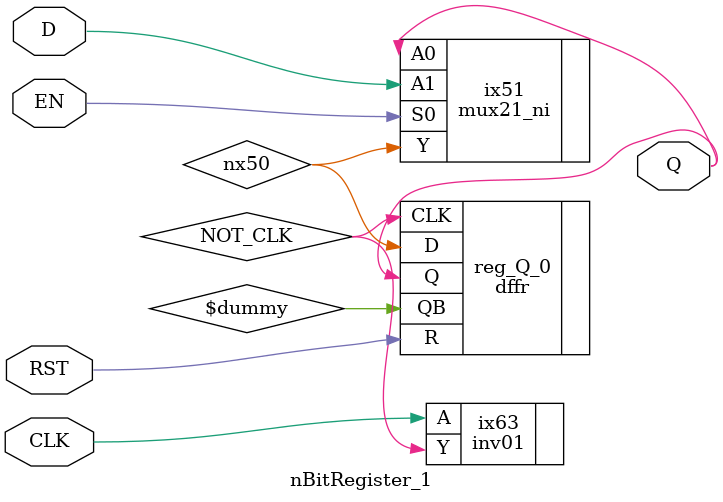
<source format=v>


module Main ( rst, cl, start, dmaStartSignal, done ) ;

    input rst ;
    input cl ;
    input start ;
    inout dmaStartSignal ;
    output done ;

    wire current_state_11, current_state_10, current_state_9, current_state_8, 
         current_state_6, current_state_5, current_state_4, current_state_3, 
         current_state_2, current_state_0, FilterAddressIN_12, 
         FilterAddressIN_11, FilterAddressIN_10, FilterAddressIN_9, 
         FilterAddressIN_8, FilterAddressIN_7, FilterAddressIN_6, 
         FilterAddressIN_5, FilterAddressIN_4, FilterAddressIN_3, 
         FilterAddressIN_2, FilterAddressIN_1, FilterAddressIN_0, 
         FilterAddressOut_12, FilterAddressOut_11, FilterAddressOut_10, 
         FilterAddressOut_9, FilterAddressOut_8, FilterAddressOut_7, 
         FilterAddressOut_6, FilterAddressOut_5, FilterAddressOut_4, 
         FilterAddressOut_3, FilterAddressOut_2, FilterAddressOut_1, 
         FilterAddressOut_0, AddressChangerIN_12, AddressChangerIN_11, 
         AddressChangerIN_10, AddressChangerIN_9, AddressChangerIN_8, 
         AddressChangerIN_7, AddressChangerIN_6, AddressChangerIN_5, 
         AddressChangerIN_4, AddressChangerIN_3, AddressChangerIN_2, 
         AddressChangerIN_1, AddressChangerIN_0, AddressChangerOut_12, 
         AddressChangerOut_11, AddressChangerOut_10, AddressChangerOut_9, 
         AddressChangerOut_8, AddressChangerOut_7, AddressChangerOut_6, 
         AddressChangerOut_5, AddressChangerOut_4, AddressChangerOut_3, 
         AddressChangerOut_2, AddressChangerOut_1, AddressChangerOut_0, 
         ImgAddRegIN_12, ImgAddRegIN_11, ImgAddRegIN_10, ImgAddRegIN_9, 
         ImgAddRegIN_8, ImgAddRegIN_7, ImgAddRegIN_6, ImgAddRegIN_5, 
         ImgAddRegIN_4, ImgAddRegIN_3, ImgAddRegIN_2, ImgAddRegIN_1, 
         ImgAddRegIN_0, ImgAddRegOut_12, ImgAddRegOut_11, ImgAddRegOut_10, 
         ImgAddRegOut_9, ImgAddRegOut_8, ImgAddRegOut_7, ImgAddRegOut_6, 
         ImgAddRegOut_5, ImgAddRegOut_4, ImgAddRegOut_3, ImgAddRegOut_2, 
         ImgAddRegOut_1, ImgAddRegOut_0, TriStateCounterOUT_12, 
         TriStateCounterOUT_11, TriStateCounterOUT_10, TriStateCounterOUT_9, 
         TriStateCounterOUT_8, TriStateCounterOUT_7, TriStateCounterOUT_6, 
         TriStateCounterOUT_5, TriStateCounterOUT_4, TriStateCounterOUT_3, 
         TriStateCounterOUT_2, TriStateCounterOUT_1, TriStateCounterOUT_0, 
         ImgAddACKTriIN_0, ReadF, AddressF_12, AddressF_11, AddressF_10, 
         AddressF_9, AddressF_8, AddressF_7, AddressF_6, AddressF_5, AddressF_4, 
         AddressF_3, AddressF_2, AddressF_1, AddressF_0, DataFOut_399, ACKF, 
         WriteI, ReadI, AddressI_12, AddressI_11, AddressI_10, AddressI_9, 
         AddressI_8, AddressI_7, AddressI_6, AddressI_5, AddressI_4, AddressI_3, 
         AddressI_2, AddressI_1, AddressI_0, DataIIn_15, DataIIn_14, DataIIn_13, 
         DataIIn_12, DataIIn_11, DataIIn_10, DataIIn_9, DataIIn_8, DataIIn_7, 
         DataIIn_6, DataIIn_5, DataIIn_4, DataIIn_3, DataIIn_2, DataIIn_1, 
         DataIIn_0, DataIOut_447, DataIOut_446, DataIOut_445, DataIOut_444, 
         DataIOut_443, DataIOut_442, DataIOut_441, DataIOut_440, DataIOut_439, 
         DataIOut_438, DataIOut_437, DataIOut_436, DataIOut_435, DataIOut_434, 
         DataIOut_433, DataIOut_432, DataIOut_431, DataIOut_430, DataIOut_429, 
         DataIOut_428, DataIOut_427, DataIOut_426, DataIOut_425, DataIOut_424, 
         DataIOut_423, DataIOut_422, DataIOut_421, DataIOut_420, DataIOut_419, 
         DataIOut_418, DataIOut_417, DataIOut_416, DataIOut_415, DataIOut_414, 
         DataIOut_413, DataIOut_412, DataIOut_411, DataIOut_410, DataIOut_409, 
         DataIOut_408, DataIOut_407, DataIOut_406, DataIOut_405, DataIOut_404, 
         DataIOut_403, DataIOut_402, DataIOut_401, DataIOut_400, DataIOut_399, 
         DataIOut_398, DataIOut_397, DataIOut_396, DataIOut_395, DataIOut_394, 
         DataIOut_393, DataIOut_392, DataIOut_391, DataIOut_390, DataIOut_389, 
         DataIOut_388, DataIOut_387, DataIOut_386, DataIOut_385, DataIOut_384, 
         DataIOut_383, DataIOut_382, DataIOut_381, DataIOut_380, DataIOut_379, 
         DataIOut_378, DataIOut_377, DataIOut_376, DataIOut_375, DataIOut_374, 
         DataIOut_373, DataIOut_372, DataIOut_371, DataIOut_370, DataIOut_369, 
         DataIOut_368, DataIOut_367, DataIOut_366, DataIOut_365, DataIOut_364, 
         DataIOut_363, DataIOut_362, DataIOut_361, DataIOut_360, DataIOut_359, 
         DataIOut_358, DataIOut_357, DataIOut_356, DataIOut_355, DataIOut_354, 
         DataIOut_353, DataIOut_352, DataIOut_351, DataIOut_350, DataIOut_349, 
         DataIOut_348, DataIOut_347, DataIOut_346, DataIOut_345, DataIOut_344, 
         DataIOut_343, DataIOut_342, DataIOut_341, DataIOut_340, DataIOut_339, 
         DataIOut_338, DataIOut_337, DataIOut_336, DataIOut_335, DataIOut_334, 
         DataIOut_333, DataIOut_332, DataIOut_331, DataIOut_330, DataIOut_329, 
         DataIOut_328, DataIOut_327, DataIOut_326, DataIOut_325, DataIOut_324, 
         DataIOut_323, DataIOut_322, DataIOut_321, DataIOut_320, DataIOut_319, 
         DataIOut_318, DataIOut_317, DataIOut_316, DataIOut_315, DataIOut_314, 
         DataIOut_313, DataIOut_312, DataIOut_311, DataIOut_310, DataIOut_309, 
         DataIOut_308, DataIOut_307, DataIOut_306, DataIOut_305, DataIOut_304, 
         DataIOut_303, DataIOut_302, DataIOut_301, DataIOut_300, DataIOut_299, 
         DataIOut_298, DataIOut_297, DataIOut_296, DataIOut_295, DataIOut_294, 
         DataIOut_293, DataIOut_292, DataIOut_291, DataIOut_290, DataIOut_289, 
         DataIOut_288, DataIOut_287, DataIOut_286, DataIOut_285, DataIOut_284, 
         DataIOut_283, DataIOut_282, DataIOut_281, DataIOut_280, DataIOut_279, 
         DataIOut_278, DataIOut_277, DataIOut_276, DataIOut_275, DataIOut_274, 
         DataIOut_273, DataIOut_272, DataIOut_271, DataIOut_270, DataIOut_269, 
         DataIOut_268, DataIOut_267, DataIOut_266, DataIOut_265, DataIOut_264, 
         DataIOut_263, DataIOut_262, DataIOut_261, DataIOut_260, DataIOut_259, 
         DataIOut_258, DataIOut_257, DataIOut_256, DataIOut_255, DataIOut_254, 
         DataIOut_253, DataIOut_252, DataIOut_251, DataIOut_250, DataIOut_249, 
         DataIOut_248, DataIOut_247, DataIOut_246, DataIOut_245, DataIOut_244, 
         DataIOut_243, DataIOut_242, DataIOut_241, DataIOut_240, DataIOut_239, 
         DataIOut_238, DataIOut_237, DataIOut_236, DataIOut_235, DataIOut_234, 
         DataIOut_233, DataIOut_232, DataIOut_231, DataIOut_230, DataIOut_229, 
         DataIOut_228, DataIOut_227, DataIOut_226, DataIOut_225, DataIOut_224, 
         DataIOut_223, DataIOut_222, DataIOut_221, DataIOut_220, DataIOut_219, 
         DataIOut_218, DataIOut_217, DataIOut_216, DataIOut_215, DataIOut_214, 
         DataIOut_213, DataIOut_212, DataIOut_211, DataIOut_210, DataIOut_209, 
         DataIOut_208, DataIOut_207, DataIOut_206, DataIOut_205, DataIOut_204, 
         DataIOut_203, DataIOut_202, DataIOut_201, DataIOut_200, DataIOut_199, 
         DataIOut_198, DataIOut_197, DataIOut_196, DataIOut_195, DataIOut_194, 
         DataIOut_193, DataIOut_192, DataIOut_191, DataIOut_190, DataIOut_189, 
         DataIOut_188, DataIOut_187, DataIOut_186, DataIOut_185, DataIOut_184, 
         DataIOut_183, DataIOut_182, DataIOut_181, DataIOut_180, DataIOut_179, 
         DataIOut_178, DataIOut_177, DataIOut_176, DataIOut_175, DataIOut_174, 
         DataIOut_173, DataIOut_172, DataIOut_171, DataIOut_170, DataIOut_169, 
         DataIOut_168, DataIOut_167, DataIOut_166, DataIOut_165, DataIOut_164, 
         DataIOut_163, DataIOut_162, DataIOut_161, DataIOut_160, DataIOut_159, 
         DataIOut_158, DataIOut_157, DataIOut_156, DataIOut_155, DataIOut_154, 
         DataIOut_153, DataIOut_152, DataIOut_151, DataIOut_150, DataIOut_149, 
         DataIOut_148, DataIOut_147, DataIOut_146, DataIOut_145, DataIOut_144, 
         DataIOut_143, DataIOut_142, DataIOut_141, DataIOut_140, DataIOut_139, 
         DataIOut_138, DataIOut_137, DataIOut_136, DataIOut_135, DataIOut_134, 
         DataIOut_133, DataIOut_132, DataIOut_131, DataIOut_130, DataIOut_129, 
         DataIOut_128, DataIOut_127, DataIOut_126, DataIOut_125, DataIOut_124, 
         DataIOut_123, DataIOut_122, DataIOut_121, DataIOut_120, DataIOut_119, 
         DataIOut_118, DataIOut_117, DataIOut_116, DataIOut_115, DataIOut_114, 
         DataIOut_113, DataIOut_112, DataIOut_111, DataIOut_110, DataIOut_109, 
         DataIOut_108, DataIOut_107, DataIOut_106, DataIOut_105, DataIOut_104, 
         DataIOut_103, DataIOut_102, DataIOut_101, DataIOut_100, DataIOut_99, 
         DataIOut_98, DataIOut_97, DataIOut_96, DataIOut_95, DataIOut_94, 
         DataIOut_93, DataIOut_92, DataIOut_91, DataIOut_90, DataIOut_89, 
         DataIOut_88, DataIOut_87, DataIOut_86, DataIOut_85, DataIOut_84, 
         DataIOut_83, DataIOut_82, DataIOut_81, DataIOut_80, DataIOut_79, 
         DataIOut_78, DataIOut_77, DataIOut_76, DataIOut_75, DataIOut_74, 
         DataIOut_73, DataIOut_72, DataIOut_71, DataIOut_70, DataIOut_69, 
         DataIOut_68, DataIOut_67, DataIOut_66, DataIOut_65, DataIOut_64, 
         DataIOut_63, DataIOut_62, DataIOut_61, DataIOut_60, DataIOut_59, 
         DataIOut_58, DataIOut_57, DataIOut_56, DataIOut_55, DataIOut_54, 
         DataIOut_53, DataIOut_52, DataIOut_51, DataIOut_50, DataIOut_49, 
         DataIOut_48, DataIOut_47, DataIOut_46, DataIOut_45, DataIOut_44, 
         DataIOut_43, DataIOut_42, DataIOut_41, DataIOut_40, DataIOut_39, 
         DataIOut_38, DataIOut_37, DataIOut_36, DataIOut_35, DataIOut_34, 
         DataIOut_33, DataIOut_32, DataIOut_31, DataIOut_30, DataIOut_29, 
         DataIOut_28, DataIOut_27, DataIOut_26, DataIOut_25, DataIOut_24, 
         DataIOut_23, DataIOut_22, DataIOut_21, DataIOut_20, DataIOut_19, 
         DataIOut_18, DataIOut_17, DataIOut_16, DataIOut_15, DataIOut_14, 
         DataIOut_13, DataIOut_12, DataIOut_11, DataIOut_10, DataIOut_9, 
         DataIOut_8, DataIOut_7, DataIOut_6, DataIOut_5, DataIOut_4, DataIOut_3, 
         DataIOut_2, DataIOut_1, DataIOut_0, NoOfLayers_1, NoOfLayers_0, 
         LayerInfoOut_15, LayerInfoOut_14, LayerInfoOut_12, LayerInfoOut_11, 
         LayerInfoOut_10, LayerInfoOut_9, LayerInfoOut_8, LayerInfoOut_7, 
         LayerInfoOut_6, LayerInfoOut_5, LayerInfoOut_4, LayerInfoOut_3, 
         LayerInfoOut_2, LayerInfoOut_1, LayerInfoOut_0, ImgWidthOut_15, 
         ImgWidthOut_14, ImgWidthOut_13, ImgWidthOut_12, ImgWidthOut_11, 
         ImgWidthOut_10, ImgWidthOut_9, ImgWidthOut_8, ImgWidthOut_7, 
         ImgWidthOut_6, ImgWidthOut_5, ImgWidthOut_4, ImgWidthOut_3, 
         ImgWidthOut_2, ImgWidthOut_1, ImgWidthOut_0, WidthSquareOut_9, 
         WidthSquareOut_8, WidthSquareOut_7, WidthSquareOut_6, WidthSquareOut_5, 
         WidthSquareOut_4, WidthSquareOut_3, WidthSquareOut_2, WidthSquareOut_1, 
         WidthSquareOut_0, Bias0_15, Bias0_14, Bias0_13, Bias0_12, Bias0_11, 
         Bias0_10, Bias0_9, Bias0_8, Bias0_7, Bias0_6, Bias0_5, Bias0_4, Bias0_3, 
         Bias0_2, Bias0_1, Bias0_0, Bias1_15, Bias1_14, Bias1_13, Bias1_12, 
         Bias1_11, Bias1_10, Bias1_9, Bias1_8, Bias1_7, Bias1_6, Bias1_5, 
         Bias1_4, Bias1_3, Bias1_2, Bias1_1, Bias1_0, Bias2_15, Bias2_14, 
         Bias2_13, Bias2_12, Bias2_11, Bias2_10, Bias2_9, Bias2_8, Bias2_7, 
         Bias2_6, Bias2_5, Bias2_4, Bias2_3, Bias2_2, Bias2_1, Bias2_0, Bias3_15, 
         Bias3_14, Bias3_13, Bias3_12, Bias3_11, Bias3_10, Bias3_9, Bias3_8, 
         Bias3_7, Bias3_6, Bias3_5, Bias3_4, Bias3_3, Bias3_2, Bias3_1, Bias3_0, 
         Bias4_15, Bias4_14, Bias4_13, Bias4_12, Bias4_11, Bias4_10, Bias4_9, 
         Bias4_8, Bias4_7, Bias4_6, Bias4_5, Bias4_4, Bias4_3, Bias4_2, Bias4_1, 
         Bias4_0, Bias5_15, Bias5_14, Bias5_13, Bias5_12, Bias5_11, Bias5_10, 
         Bias5_9, Bias5_8, Bias5_7, Bias5_6, Bias5_5, Bias5_4, Bias5_3, Bias5_2, 
         Bias5_1, Bias5_0, Bias6_15, Bias6_14, Bias6_13, Bias6_12, Bias6_11, 
         Bias6_10, Bias6_9, Bias6_8, Bias6_7, Bias6_6, Bias6_5, Bias6_4, Bias6_3, 
         Bias6_2, Bias6_1, Bias6_0, Bias7_15, Bias7_14, Bias7_13, Bias7_12, 
         Bias7_11, Bias7_10, Bias7_9, Bias7_8, Bias7_7, Bias7_6, Bias7_5, 
         Bias7_4, Bias7_3, Bias7_2, Bias7_1, Bias7_0, IndicatorF_0, Filter2_399, 
         Filter2_398, Filter2_397, Filter2_396, Filter2_395, Filter2_394, 
         Filter2_393, Filter2_392, Filter2_391, Filter2_390, Filter2_389, 
         Filter2_388, Filter2_387, Filter2_386, Filter2_385, Filter2_384, 
         Filter2_383, Filter2_382, Filter2_381, Filter2_380, Filter2_379, 
         Filter2_378, Filter2_377, Filter2_376, Filter2_375, Filter2_374, 
         Filter2_373, Filter2_372, Filter2_371, Filter2_370, Filter2_369, 
         Filter2_368, Filter2_367, Filter2_366, Filter2_365, Filter2_364, 
         Filter2_363, Filter2_362, Filter2_361, Filter2_360, Filter2_359, 
         Filter2_358, Filter2_357, Filter2_356, Filter2_355, Filter2_354, 
         Filter2_353, Filter2_352, Filter2_351, Filter2_350, Filter2_349, 
         Filter2_348, Filter2_347, Filter2_346, Filter2_345, Filter2_344, 
         Filter2_343, Filter2_342, Filter2_341, Filter2_340, Filter2_339, 
         Filter2_338, Filter2_337, Filter2_336, Filter2_335, Filter2_334, 
         Filter2_333, Filter2_332, Filter2_331, Filter2_330, Filter2_329, 
         Filter2_328, Filter2_327, Filter2_326, Filter2_325, Filter2_324, 
         Filter2_323, Filter2_322, Filter2_321, Filter2_320, Filter2_319, 
         Filter2_318, Filter2_317, Filter2_316, Filter2_315, Filter2_314, 
         Filter2_313, Filter2_312, Filter2_311, Filter2_310, Filter2_309, 
         Filter2_308, Filter2_307, Filter2_306, Filter2_305, Filter2_304, 
         Filter2_303, Filter2_302, Filter2_301, Filter2_300, Filter2_299, 
         Filter2_298, Filter2_297, Filter2_296, Filter2_295, Filter2_294, 
         Filter2_293, Filter2_292, Filter2_291, Filter2_290, Filter2_289, 
         Filter2_288, Filter2_287, Filter2_286, Filter2_285, Filter2_284, 
         Filter2_283, Filter2_282, Filter2_281, Filter2_280, Filter2_279, 
         Filter2_278, Filter2_277, Filter2_276, Filter2_275, Filter2_274, 
         Filter2_273, Filter2_272, Filter2_271, Filter2_270, Filter2_269, 
         Filter2_268, Filter2_267, Filter2_266, Filter2_265, Filter2_264, 
         Filter2_263, Filter2_262, Filter2_261, Filter2_260, Filter2_259, 
         Filter2_258, Filter2_257, Filter2_256, Filter2_255, Filter2_254, 
         Filter2_253, Filter2_252, Filter2_251, Filter2_250, Filter2_249, 
         Filter2_248, Filter2_247, Filter2_246, Filter2_245, Filter2_244, 
         Filter2_243, Filter2_242, Filter2_241, Filter2_240, Filter2_239, 
         Filter2_238, Filter2_237, Filter2_236, Filter2_235, Filter2_234, 
         Filter2_233, Filter2_232, Filter2_231, Filter2_230, Filter2_229, 
         Filter2_228, Filter2_227, Filter2_226, Filter2_225, Filter2_224, 
         Filter2_223, Filter2_222, Filter2_221, Filter2_220, Filter2_219, 
         Filter2_218, Filter2_217, Filter2_216, Filter2_215, Filter2_214, 
         Filter2_213, Filter2_212, Filter2_211, Filter2_210, Filter2_209, 
         Filter2_208, Filter2_207, Filter2_206, Filter2_205, Filter2_204, 
         Filter2_203, Filter2_202, Filter2_201, Filter2_200, Filter2_199, 
         Filter2_198, Filter2_197, Filter2_196, Filter2_195, Filter2_194, 
         Filter2_193, Filter2_192, Filter2_191, Filter2_190, Filter2_189, 
         Filter2_188, Filter2_187, Filter2_186, Filter2_185, Filter2_184, 
         Filter2_183, Filter2_182, Filter2_181, Filter2_180, Filter2_179, 
         Filter2_178, Filter2_177, Filter2_176, Filter2_175, Filter2_174, 
         Filter2_173, Filter2_172, Filter2_171, Filter2_170, Filter2_169, 
         Filter2_168, Filter2_167, Filter2_166, Filter2_165, Filter2_164, 
         Filter2_163, Filter2_162, Filter2_161, Filter2_160, Filter2_159, 
         Filter2_158, Filter2_157, Filter2_156, Filter2_155, Filter2_154, 
         Filter2_153, Filter2_152, Filter2_151, Filter2_150, Filter2_149, 
         Filter2_148, Filter2_147, Filter2_146, Filter2_145, Filter2_144, 
         Filter2_143, Filter2_142, Filter2_141, Filter2_140, Filter2_139, 
         Filter2_138, Filter2_137, Filter2_136, Filter2_135, Filter2_134, 
         Filter2_133, Filter2_132, Filter2_131, Filter2_130, Filter2_129, 
         Filter2_128, Filter2_127, Filter2_126, Filter2_125, Filter2_124, 
         Filter2_123, Filter2_122, Filter2_121, Filter2_120, Filter2_119, 
         Filter2_118, Filter2_117, Filter2_116, Filter2_115, Filter2_114, 
         Filter2_113, Filter2_112, Filter2_111, Filter2_110, Filter2_109, 
         Filter2_108, Filter2_107, Filter2_106, Filter2_105, Filter2_104, 
         Filter2_103, Filter2_102, Filter2_101, Filter2_100, Filter2_99, 
         Filter2_98, Filter2_97, Filter2_96, Filter2_95, Filter2_94, Filter2_93, 
         Filter2_92, Filter2_91, Filter2_90, Filter2_89, Filter2_88, Filter2_87, 
         Filter2_86, Filter2_85, Filter2_84, Filter2_83, Filter2_82, Filter2_81, 
         Filter2_80, Filter2_79, Filter2_78, Filter2_77, Filter2_76, Filter2_75, 
         Filter2_74, Filter2_73, Filter2_72, Filter2_71, Filter2_70, Filter2_69, 
         Filter2_68, Filter2_67, Filter2_66, Filter2_65, Filter2_64, Filter2_63, 
         Filter2_62, Filter2_61, Filter2_60, Filter2_59, Filter2_58, Filter2_57, 
         Filter2_56, Filter2_55, Filter2_54, Filter2_53, Filter2_52, Filter2_51, 
         Filter2_50, Filter2_49, Filter2_48, Filter2_47, Filter2_46, Filter2_45, 
         Filter2_44, Filter2_43, Filter2_42, Filter2_41, Filter2_40, Filter2_39, 
         Filter2_38, Filter2_37, Filter2_36, Filter2_35, Filter2_34, Filter2_33, 
         Filter2_32, Filter2_31, Filter2_30, Filter2_29, Filter2_28, Filter2_27, 
         Filter2_26, Filter2_25, Filter2_24, Filter2_23, Filter2_22, Filter2_21, 
         Filter2_20, Filter2_19, Filter2_18, Filter2_17, Filter2_16, Filter2_15, 
         Filter2_14, Filter2_13, Filter2_12, Filter2_11, Filter2_10, Filter2_9, 
         Filter2_8, Filter2_7, Filter2_6, Filter2_5, Filter2_4, Filter2_3, 
         Filter2_2, Filter2_1, Filter2_0, Filter1_399, Filter1_398, Filter1_397, 
         Filter1_396, Filter1_395, Filter1_394, Filter1_393, Filter1_392, 
         Filter1_391, Filter1_390, Filter1_389, Filter1_388, Filter1_387, 
         Filter1_386, Filter1_385, Filter1_384, Filter1_383, Filter1_382, 
         Filter1_381, Filter1_380, Filter1_379, Filter1_378, Filter1_377, 
         Filter1_376, Filter1_375, Filter1_374, Filter1_373, Filter1_372, 
         Filter1_371, Filter1_370, Filter1_369, Filter1_368, Filter1_367, 
         Filter1_366, Filter1_365, Filter1_364, Filter1_363, Filter1_362, 
         Filter1_361, Filter1_360, Filter1_359, Filter1_358, Filter1_357, 
         Filter1_356, Filter1_355, Filter1_354, Filter1_353, Filter1_352, 
         Filter1_351, Filter1_350, Filter1_349, Filter1_348, Filter1_347, 
         Filter1_346, Filter1_345, Filter1_344, Filter1_343, Filter1_342, 
         Filter1_341, Filter1_340, Filter1_339, Filter1_338, Filter1_337, 
         Filter1_336, Filter1_335, Filter1_334, Filter1_333, Filter1_332, 
         Filter1_331, Filter1_330, Filter1_329, Filter1_328, Filter1_327, 
         Filter1_326, Filter1_325, Filter1_324, Filter1_323, Filter1_322, 
         Filter1_321, Filter1_320, Filter1_319, Filter1_318, Filter1_317, 
         Filter1_316, Filter1_315, Filter1_314, Filter1_313, Filter1_312, 
         Filter1_311, Filter1_310, Filter1_309, Filter1_308, Filter1_307, 
         Filter1_306, Filter1_305, Filter1_304, Filter1_303, Filter1_302, 
         Filter1_301, Filter1_300, Filter1_299, Filter1_298, Filter1_297, 
         Filter1_296, Filter1_295, Filter1_294, Filter1_293, Filter1_292, 
         Filter1_291, Filter1_290, Filter1_289, Filter1_288, Filter1_287, 
         Filter1_286, Filter1_285, Filter1_284, Filter1_283, Filter1_282, 
         Filter1_281, Filter1_280, Filter1_279, Filter1_278, Filter1_277, 
         Filter1_276, Filter1_275, Filter1_274, Filter1_273, Filter1_272, 
         Filter1_271, Filter1_270, Filter1_269, Filter1_268, Filter1_267, 
         Filter1_266, Filter1_265, Filter1_264, Filter1_263, Filter1_262, 
         Filter1_261, Filter1_260, Filter1_259, Filter1_258, Filter1_257, 
         Filter1_256, Filter1_255, Filter1_254, Filter1_253, Filter1_252, 
         Filter1_251, Filter1_250, Filter1_249, Filter1_248, Filter1_247, 
         Filter1_246, Filter1_245, Filter1_244, Filter1_243, Filter1_242, 
         Filter1_241, Filter1_240, Filter1_239, Filter1_238, Filter1_237, 
         Filter1_236, Filter1_235, Filter1_234, Filter1_233, Filter1_232, 
         Filter1_231, Filter1_230, Filter1_229, Filter1_228, Filter1_227, 
         Filter1_226, Filter1_225, Filter1_224, Filter1_223, Filter1_222, 
         Filter1_221, Filter1_220, Filter1_219, Filter1_218, Filter1_217, 
         Filter1_216, Filter1_215, Filter1_214, Filter1_213, Filter1_212, 
         Filter1_211, Filter1_210, Filter1_209, Filter1_208, Filter1_207, 
         Filter1_206, Filter1_205, Filter1_204, Filter1_203, Filter1_202, 
         Filter1_201, Filter1_200, Filter1_199, Filter1_198, Filter1_197, 
         Filter1_196, Filter1_195, Filter1_194, Filter1_193, Filter1_192, 
         Filter1_191, Filter1_190, Filter1_189, Filter1_188, Filter1_187, 
         Filter1_186, Filter1_185, Filter1_184, Filter1_183, Filter1_182, 
         Filter1_181, Filter1_180, Filter1_179, Filter1_178, Filter1_177, 
         Filter1_176, Filter1_175, Filter1_174, Filter1_173, Filter1_172, 
         Filter1_171, Filter1_170, Filter1_169, Filter1_168, Filter1_167, 
         Filter1_166, Filter1_165, Filter1_164, Filter1_163, Filter1_162, 
         Filter1_161, Filter1_160, Filter1_159, Filter1_158, Filter1_157, 
         Filter1_156, Filter1_155, Filter1_154, Filter1_153, Filter1_152, 
         Filter1_151, Filter1_150, Filter1_149, Filter1_148, Filter1_147, 
         Filter1_146, Filter1_145, Filter1_144, Filter1_143, Filter1_142, 
         Filter1_141, Filter1_140, Filter1_139, Filter1_138, Filter1_137, 
         Filter1_136, Filter1_135, Filter1_134, Filter1_133, Filter1_132, 
         Filter1_131, Filter1_130, Filter1_129, Filter1_128, Filter1_127, 
         Filter1_126, Filter1_125, Filter1_124, Filter1_123, Filter1_122, 
         Filter1_121, Filter1_120, Filter1_119, Filter1_118, Filter1_117, 
         Filter1_116, Filter1_115, Filter1_114, Filter1_113, Filter1_112, 
         Filter1_111, Filter1_110, Filter1_109, Filter1_108, Filter1_107, 
         Filter1_106, Filter1_105, Filter1_104, Filter1_103, Filter1_102, 
         Filter1_101, Filter1_100, Filter1_99, Filter1_98, Filter1_97, 
         Filter1_96, Filter1_95, Filter1_94, Filter1_93, Filter1_92, Filter1_91, 
         Filter1_90, Filter1_89, Filter1_88, Filter1_87, Filter1_86, Filter1_85, 
         Filter1_84, Filter1_83, Filter1_82, Filter1_81, Filter1_80, Filter1_79, 
         Filter1_78, Filter1_77, Filter1_76, Filter1_75, Filter1_74, Filter1_73, 
         Filter1_72, Filter1_71, Filter1_70, Filter1_69, Filter1_68, Filter1_67, 
         Filter1_66, Filter1_65, Filter1_64, Filter1_63, Filter1_62, Filter1_61, 
         Filter1_60, Filter1_59, Filter1_58, Filter1_57, Filter1_56, Filter1_55, 
         Filter1_54, Filter1_53, Filter1_52, Filter1_51, Filter1_50, Filter1_49, 
         Filter1_48, Filter1_47, Filter1_46, Filter1_45, Filter1_44, Filter1_43, 
         Filter1_42, Filter1_41, Filter1_40, Filter1_39, Filter1_38, Filter1_37, 
         Filter1_36, Filter1_35, Filter1_34, Filter1_33, Filter1_32, Filter1_31, 
         Filter1_30, Filter1_29, Filter1_28, Filter1_27, Filter1_26, Filter1_25, 
         Filter1_24, Filter1_23, Filter1_22, Filter1_21, Filter1_20, Filter1_19, 
         Filter1_18, Filter1_17, Filter1_16, Filter1_15, Filter1_14, Filter1_13, 
         Filter1_12, Filter1_11, Filter1_10, Filter1_9, Filter1_8, Filter1_7, 
         Filter1_6, Filter1_5, Filter1_4, Filter1_3, Filter1_2, Filter1_1, 
         Filter1_0, IndicatorI_0, ImgCounterOuput_2, ImgCounterOuput_1, 
         ImgCounterOuput_0, OutputImg0_79, OutputImg0_78, OutputImg0_77, 
         OutputImg0_76, OutputImg0_75, OutputImg0_74, OutputImg0_73, 
         OutputImg0_72, OutputImg0_71, OutputImg0_70, OutputImg0_69, 
         OutputImg0_68, OutputImg0_67, OutputImg0_66, OutputImg0_65, 
         OutputImg0_64, OutputImg0_63, OutputImg0_62, OutputImg0_61, 
         OutputImg0_60, OutputImg0_59, OutputImg0_58, OutputImg0_57, 
         OutputImg0_56, OutputImg0_55, OutputImg0_54, OutputImg0_53, 
         OutputImg0_52, OutputImg0_51, OutputImg0_50, OutputImg0_49, 
         OutputImg0_48, OutputImg0_47, OutputImg0_46, OutputImg0_45, 
         OutputImg0_44, OutputImg0_43, OutputImg0_42, OutputImg0_41, 
         OutputImg0_40, OutputImg0_39, OutputImg0_38, OutputImg0_37, 
         OutputImg0_36, OutputImg0_35, OutputImg0_34, OutputImg0_33, 
         OutputImg0_32, OutputImg0_31, OutputImg0_30, OutputImg0_29, 
         OutputImg0_28, OutputImg0_27, OutputImg0_26, OutputImg0_25, 
         OutputImg0_24, OutputImg0_23, OutputImg0_22, OutputImg0_21, 
         OutputImg0_20, OutputImg0_19, OutputImg0_18, OutputImg0_17, 
         OutputImg0_16, OutputImg0_15, OutputImg0_14, OutputImg0_13, 
         OutputImg0_12, OutputImg0_11, OutputImg0_10, OutputImg0_9, OutputImg0_8, 
         OutputImg0_7, OutputImg0_6, OutputImg0_5, OutputImg0_4, OutputImg0_3, 
         OutputImg0_2, OutputImg0_1, OutputImg0_0, OutputImg1_79, OutputImg1_78, 
         OutputImg1_77, OutputImg1_76, OutputImg1_75, OutputImg1_74, 
         OutputImg1_73, OutputImg1_72, OutputImg1_71, OutputImg1_70, 
         OutputImg1_69, OutputImg1_68, OutputImg1_67, OutputImg1_66, 
         OutputImg1_65, OutputImg1_64, OutputImg1_63, OutputImg1_62, 
         OutputImg1_61, OutputImg1_60, OutputImg1_59, OutputImg1_58, 
         OutputImg1_57, OutputImg1_56, OutputImg1_55, OutputImg1_54, 
         OutputImg1_53, OutputImg1_52, OutputImg1_51, OutputImg1_50, 
         OutputImg1_49, OutputImg1_48, OutputImg1_47, OutputImg1_46, 
         OutputImg1_45, OutputImg1_44, OutputImg1_43, OutputImg1_42, 
         OutputImg1_41, OutputImg1_40, OutputImg1_39, OutputImg1_38, 
         OutputImg1_37, OutputImg1_36, OutputImg1_35, OutputImg1_34, 
         OutputImg1_33, OutputImg1_32, OutputImg1_31, OutputImg1_30, 
         OutputImg1_29, OutputImg1_28, OutputImg1_27, OutputImg1_26, 
         OutputImg1_25, OutputImg1_24, OutputImg1_23, OutputImg1_22, 
         OutputImg1_21, OutputImg1_20, OutputImg1_19, OutputImg1_18, 
         OutputImg1_17, OutputImg1_16, OutputImg1_15, OutputImg1_14, 
         OutputImg1_13, OutputImg1_12, OutputImg1_11, OutputImg1_10, 
         OutputImg1_9, OutputImg1_8, OutputImg1_7, OutputImg1_6, OutputImg1_5, 
         OutputImg1_4, OutputImg1_3, OutputImg1_2, OutputImg1_1, OutputImg1_0, 
         OutputImg2_79, OutputImg2_78, OutputImg2_77, OutputImg2_76, 
         OutputImg2_75, OutputImg2_74, OutputImg2_73, OutputImg2_72, 
         OutputImg2_71, OutputImg2_70, OutputImg2_69, OutputImg2_68, 
         OutputImg2_67, OutputImg2_66, OutputImg2_65, OutputImg2_64, 
         OutputImg2_63, OutputImg2_62, OutputImg2_61, OutputImg2_60, 
         OutputImg2_59, OutputImg2_58, OutputImg2_57, OutputImg2_56, 
         OutputImg2_55, OutputImg2_54, OutputImg2_53, OutputImg2_52, 
         OutputImg2_51, OutputImg2_50, OutputImg2_49, OutputImg2_48, 
         OutputImg2_47, OutputImg2_46, OutputImg2_45, OutputImg2_44, 
         OutputImg2_43, OutputImg2_42, OutputImg2_41, OutputImg2_40, 
         OutputImg2_39, OutputImg2_38, OutputImg2_37, OutputImg2_36, 
         OutputImg2_35, OutputImg2_34, OutputImg2_33, OutputImg2_32, 
         OutputImg2_31, OutputImg2_30, OutputImg2_29, OutputImg2_28, 
         OutputImg2_27, OutputImg2_26, OutputImg2_25, OutputImg2_24, 
         OutputImg2_23, OutputImg2_22, OutputImg2_21, OutputImg2_20, 
         OutputImg2_19, OutputImg2_18, OutputImg2_17, OutputImg2_16, 
         OutputImg2_15, OutputImg2_14, OutputImg2_13, OutputImg2_12, 
         OutputImg2_11, OutputImg2_10, OutputImg2_9, OutputImg2_8, OutputImg2_7, 
         OutputImg2_6, OutputImg2_5, OutputImg2_4, OutputImg2_3, OutputImg2_2, 
         OutputImg2_1, OutputImg2_0, OutputImg3_79, OutputImg3_78, OutputImg3_77, 
         OutputImg3_76, OutputImg3_75, OutputImg3_74, OutputImg3_73, 
         OutputImg3_72, OutputImg3_71, OutputImg3_70, OutputImg3_69, 
         OutputImg3_68, OutputImg3_67, OutputImg3_66, OutputImg3_65, 
         OutputImg3_64, OutputImg3_63, OutputImg3_62, OutputImg3_61, 
         OutputImg3_60, OutputImg3_59, OutputImg3_58, OutputImg3_57, 
         OutputImg3_56, OutputImg3_55, OutputImg3_54, OutputImg3_53, 
         OutputImg3_52, OutputImg3_51, OutputImg3_50, OutputImg3_49, 
         OutputImg3_48, OutputImg3_47, OutputImg3_46, OutputImg3_45, 
         OutputImg3_44, OutputImg3_43, OutputImg3_42, OutputImg3_41, 
         OutputImg3_40, OutputImg3_39, OutputImg3_38, OutputImg3_37, 
         OutputImg3_36, OutputImg3_35, OutputImg3_34, OutputImg3_33, 
         OutputImg3_32, OutputImg3_31, OutputImg3_30, OutputImg3_29, 
         OutputImg3_28, OutputImg3_27, OutputImg3_26, OutputImg3_25, 
         OutputImg3_24, OutputImg3_23, OutputImg3_22, OutputImg3_21, 
         OutputImg3_20, OutputImg3_19, OutputImg3_18, OutputImg3_17, 
         OutputImg3_16, OutputImg3_15, OutputImg3_14, OutputImg3_13, 
         OutputImg3_12, OutputImg3_11, OutputImg3_10, OutputImg3_9, OutputImg3_8, 
         OutputImg3_7, OutputImg3_6, OutputImg3_5, OutputImg3_4, OutputImg3_3, 
         OutputImg3_2, OutputImg3_1, OutputImg3_0, OutputImg4_79, OutputImg4_78, 
         OutputImg4_77, OutputImg4_76, OutputImg4_75, OutputImg4_74, 
         OutputImg4_73, OutputImg4_72, OutputImg4_71, OutputImg4_70, 
         OutputImg4_69, OutputImg4_68, OutputImg4_67, OutputImg4_66, 
         OutputImg4_65, OutputImg4_64, OutputImg4_63, OutputImg4_62, 
         OutputImg4_61, OutputImg4_60, OutputImg4_59, OutputImg4_58, 
         OutputImg4_57, OutputImg4_56, OutputImg4_55, OutputImg4_54, 
         OutputImg4_53, OutputImg4_52, OutputImg4_51, OutputImg4_50, 
         OutputImg4_49, OutputImg4_48, OutputImg4_47, OutputImg4_46, 
         OutputImg4_45, OutputImg4_44, OutputImg4_43, OutputImg4_42, 
         OutputImg4_41, OutputImg4_40, OutputImg4_39, OutputImg4_38, 
         OutputImg4_37, OutputImg4_36, OutputImg4_35, OutputImg4_34, 
         OutputImg4_33, OutputImg4_32, OutputImg4_31, OutputImg4_30, 
         OutputImg4_29, OutputImg4_28, OutputImg4_27, OutputImg4_26, 
         OutputImg4_25, OutputImg4_24, OutputImg4_23, OutputImg4_22, 
         OutputImg4_21, OutputImg4_20, OutputImg4_19, OutputImg4_18, 
         OutputImg4_17, OutputImg4_16, OutputImg4_15, OutputImg4_14, 
         OutputImg4_13, OutputImg4_12, OutputImg4_11, OutputImg4_10, 
         OutputImg4_9, OutputImg4_8, OutputImg4_7, OutputImg4_6, OutputImg4_5, 
         OutputImg4_4, OutputImg4_3, OutputImg4_2, OutputImg4_1, OutputImg4_0, 
         ConvOuput_15, ConvOuput_14, ConvOuput_13, ConvOuput_12, ConvOuput_11, 
         ConvOuput_10, ConvOuput_9, ConvOuput_8, ConvOuput_7, ConvOuput_6, 
         ConvOuput_5, ConvOuput_4, ConvOuput_3, ConvOuput_2, ConvOuput_1, 
         ConvOuput_0, ShiftLeftCounterOutput_4, ShiftLeftCounterOutput_3, 
         ShiftLeftCounterOutput_2, ShiftLeftCounterOutput_1, 
         ShiftLeftCounterOutput_0, RealOutputCounter_12, RealOutputCounter_11, 
         RealOutputCounter_10, RealOutputCounter_9, RealOutputCounter_8, 
         RealOutputCounter_7, RealOutputCounter_6, RealOutputCounter_5, 
         RealOutputCounter_4, RealOutputCounter_3, RealOutputCounter_2, 
         RealOutputCounter_1, RealOutputCounter_0, OutputCounterLoad_12, 
         OutputCounterLoad_11, OutputCounterLoad_10, OutputCounterLoad_9, 
         OutputCounterLoad_8, OutputCounterLoad_7, OutputCounterLoad_6, 
         OutputCounterLoad_5, OutputCounterLoad_4, OutputCounterLoad_3, 
         OutputCounterLoad_2, OutputCounterLoad_1, OutputCounterLoad_0, Q, 
         NumOfFilters_3, NumOfFilters_2, NumOfFilters_1, NumOfFilters_0, 
         NumOfHeight_4, NumOfHeight_3, NumOfHeight_2, NumOfHeight_1, 
         NumOfHeight_0, X, Y, K, L, D, CNDepthoutput_3, CNDepthoutput_2, 
         CNDepthoutput_1, CNDepthoutput_0, SwitchMEM_0, SwitchBar_0, CLK, 
         DontRstIndicator, lastFilter, lastDepthOut, SwitchClk, 
         TriStateCounterEN, FilterAddressEN, ImgAddRegEN, ShiftCounterRst, 
         AddressChangerEN, TriChnagerToaddEN, ImgAddRST, ramSelector, zero_11, 
         PWR, next_state_5, next_state_14, next_state_dup_134, NOT_L, 
         next_state_13, next_state_12, next_state_11, nx18, nx20, next_state_10, 
         next_state_9, next_state_dup_124, next_state_8, next_state_7, 
         next_state_dup_96, nx48, next_state_6, nx9711, nx66, next_state_3, 
         next_state_2, next_state_dup_26, NOT_nx0, next_state_1, 
         next_state_dup_147, nx100, nx112, nx130, nx142, nx154, SaveAckLatch, 
         nx180, nx186, nx9063, nx210, nx224, nx240, nx256, nx270, nx300, 
         next_state_4, next_state_dup_24, nx322, nx350, nx382, nx416, nx418, 
         nx456, nx466, nx478, nx480, nx482, nx494, nx9718, nx9728, nx9738, 
         nx9748, nx9760, nx9765, nx9768, nx9780, nx9792, nx9796, nx9814, nx9822, 
         nx9824, nx9826, nx9833, nx9835, nx9849, nx9854, nx9856, nx9858, nx9866, 
         nx9870, nx9875, nx9879, nx9881, nx9883, nx9885, nx9887, nx9889, nx9891, 
         nx9893, nx9899, nx9901, nx9903, nx9905, nx9908, nx9911, nx9913, nx9916, 
         nx9921, nx9923, nx9925, nx9932, nx9934, nx9937, nx9939, nx9941, nx9950, 
         nx9952, nx9954, nx9956, nx9958, nx9960, nx9962, nx9964, nx9966, nx9968, 
         nx9970, nx9972, nx9974, nx9976, nx9978, nx9980, nx9982, nx9984, nx9986, 
         nx9988, nx9990, nx9992, nx9994, nx9996, nx9998, nx10000, nx10002, 
         nx10004, nx10006, nx10008, nx10010, nx10012, nx10014, nx10016, nx10018, 
         nx10020, nx10022, nx10024, nx10026, nx10028, nx10032, nx10034, nx10036, 
         nx10038, nx10040, nx10042, nx10044, nx10046, nx10048, nx10050, nx10052, 
         nx10054, nx10056, nx10058, nx10060, nx10062, nx10064, nx10066, nx10068, 
         nx10070, nx10072, nx10074, nx10076, nx10078, nx10080, nx10082, nx10084, 
         nx10086, nx10088, nx10090, nx10092, nx10094, nx10096, nx10098, nx10100, 
         nx10102, nx10104, nx10106, nx10108, nx10110, nx10112, nx10114, nx10116, 
         nx10118, nx10120, nx10122, nx10124, nx10126, nx10128, nx10130, nx10132, 
         nx10134, nx10136, nx10138, nx10140, nx10142, nx10144, nx10146, nx10148, 
         nx10150, nx10152, nx10154, nx10156, nx10158, nx10160, nx10162, nx10164, 
         nx10166, nx10168, nx10170, nx10172, nx10174, nx10176, nx10178, nx10180, 
         nx10182, nx10184, nx10186, nx10188, nx10190, nx10192, nx10194, nx10196, 
         nx10198, nx10200, nx10202, nx10204, nx10206, nx10208, nx10210, nx10212, 
         nx10214, nx10216, nx10218, nx10220, nx10222, nx10224, nx10226, nx10228, 
         nx10230, nx10232, nx10234, nx10236, nx10238, nx10240, nx10242, nx10244, 
         nx10246, nx10248, nx10250, nx10252, nx10254, nx10256, nx10258, nx10260, 
         nx10262, nx10264, nx10266, nx10268, nx10270, nx10272, nx10274, nx10276, 
         nx10278, nx10280, nx10282, nx10284, nx10286, nx10288, nx10290, nx10292, 
         nx10294, nx10296, nx10298, nx10300, nx10302, nx10304, nx10306, nx10308, 
         nx10310, nx10312, nx10314, nx10316, nx10318, nx10320, nx10322, nx10324, 
         nx10326, nx10328, nx10330, nx10332, nx10334, nx10336, nx10338, nx10340, 
         nx10342, nx10344, nx10346, nx10348, nx10350, nx10352, nx10354, nx10356, 
         nx10358, nx10360, nx10362, nx10364, nx10366, nx10368, nx10370, nx10372, 
         nx10374, nx10376, nx10378, nx10380, nx10382, nx10384, nx10386, nx10388, 
         nx10390, nx10392, nx10394, nx10396, nx10398, nx10400, nx10402, nx10404, 
         nx10406, nx10408, nx10410, nx10412, nx10414, nx10416, nx10418, nx10420, 
         nx10422, nx10424, nx10426, nx10428, nx10430, nx10432, nx10434, nx10436, 
         nx10438, nx10440, nx10442, nx10444, nx10446, nx10448, nx10450, nx10452, 
         nx10454, nx10456, nx10458, nx10460, nx10462, nx10464, nx10466, nx10468, 
         nx10470, nx10472, nx10474, nx10476, nx10478, nx10484, nx10486, nx10488, 
         nx10490, nx10496, nx10498, nx5, nx10500, nx10502, nx10504;
    wire [2746:0] \$dummy ;




    nBitRegister_1 DDF0 (.D ({SwitchBar_0}), .CLK (SwitchClk), .RST (rst), .EN (
                   PWR), .Q ({SwitchMEM_0})) ;
    triStateBuffer_13 TriStateAddchanger (.D ({nx9974,nx9978,nx9982,nx9986,
                      nx9990,nx9994,nx9998,nx10002,nx10006,nx10010,nx10014,
                      nx10018,nx10022}), .EN (nx9958), .F ({AddressChangerIN_12,
                      AddressChangerIN_11,AddressChangerIN_10,AddressChangerIN_9
                      ,AddressChangerIN_8,AddressChangerIN_7,AddressChangerIN_6,
                      AddressChangerIN_5,AddressChangerIN_4,AddressChangerIN_3,
                      AddressChangerIN_2,AddressChangerIN_1,AddressChangerIN_0})
                      ) ;
    triStateBuffer_13 TriStateAddgfd (.D ({AddressChangerOut_12,
                      AddressChangerOut_11,AddressChangerOut_10,
                      AddressChangerOut_9,AddressChangerOut_8,
                      AddressChangerOut_7,AddressChangerOut_6,
                      AddressChangerOut_5,AddressChangerOut_4,
                      AddressChangerOut_3,AddressChangerOut_2,
                      AddressChangerOut_1,AddressChangerOut_0}), .EN (
                      TriChnagerToaddEN), .F ({FilterAddressIN_12,
                      FilterAddressIN_11,FilterAddressIN_10,FilterAddressIN_9,
                      FilterAddressIN_8,FilterAddressIN_7,FilterAddressIN_6,
                      FilterAddressIN_5,FilterAddressIN_4,FilterAddressIN_3,
                      FilterAddressIN_2,FilterAddressIN_1,FilterAddressIN_0})) ;
    nBitRegister_13 addChanger (.D ({AddressChangerIN_12,AddressChangerIN_11,
                    AddressChangerIN_10,AddressChangerIN_9,AddressChangerIN_8,
                    AddressChangerIN_7,AddressChangerIN_6,AddressChangerIN_5,
                    AddressChangerIN_4,AddressChangerIN_3,AddressChangerIN_2,
                    AddressChangerIN_1,AddressChangerIN_0}), .CLK (nx10414), .RST (
                    rst), .EN (AddressChangerEN), .Q ({AddressChangerOut_12,
                    AddressChangerOut_11,AddressChangerOut_10,
                    AddressChangerOut_9,AddressChangerOut_8,AddressChangerOut_7,
                    AddressChangerOut_6,AddressChangerOut_5,AddressChangerOut_4,
                    AddressChangerOut_3,AddressChangerOut_2,AddressChangerOut_1,
                    AddressChangerOut_0})) ;
    RAM_25 FilterMem (.reset (rst), .CLK (nx10414), .W (zero_11), .R (ReadF), .address (
           {AddressF_12,AddressF_11,AddressF_10,AddressF_9,AddressF_8,AddressF_7
           ,AddressF_6,AddressF_5,AddressF_4,AddressF_3,AddressF_2,AddressF_1,
           AddressF_0}), .dataIn ({zero_11,zero_11,zero_11,zero_11,zero_11,
           zero_11,zero_11,zero_11,zero_11,zero_11,zero_11,zero_11,zero_11,
           zero_11,zero_11,zero_11}), .dataOut ({DataFOut_399,\$dummy [0],
           \$dummy [1],\$dummy [2],\$dummy [3],\$dummy [4],\$dummy [5],
           \$dummy [6],\$dummy [7],\$dummy [8],\$dummy [9],\$dummy [10],
           \$dummy [11],\$dummy [12],\$dummy [13],\$dummy [14],\$dummy [15],
           \$dummy [16],\$dummy [17],\$dummy [18],\$dummy [19],\$dummy [20],
           \$dummy [21],\$dummy [22],\$dummy [23],\$dummy [24],\$dummy [25],
           \$dummy [26],\$dummy [27],\$dummy [28],\$dummy [29],\$dummy [30],
           \$dummy [31],\$dummy [32],\$dummy [33],\$dummy [34],\$dummy [35],
           \$dummy [36],\$dummy [37],\$dummy [38],\$dummy [39],\$dummy [40],
           \$dummy [41],\$dummy [42],\$dummy [43],\$dummy [44],\$dummy [45],
           \$dummy [46],\$dummy [47],\$dummy [48],\$dummy [49],\$dummy [50],
           \$dummy [51],\$dummy [52],\$dummy [53],\$dummy [54],\$dummy [55],
           \$dummy [56],\$dummy [57],\$dummy [58],\$dummy [59],\$dummy [60],
           \$dummy [61],\$dummy [62],\$dummy [63],\$dummy [64],\$dummy [65],
           \$dummy [66],\$dummy [67],\$dummy [68],\$dummy [69],\$dummy [70],
           \$dummy [71],\$dummy [72],\$dummy [73],\$dummy [74],\$dummy [75],
           \$dummy [76],\$dummy [77],\$dummy [78],\$dummy [79],\$dummy [80],
           \$dummy [81],\$dummy [82],\$dummy [83],\$dummy [84],\$dummy [85],
           \$dummy [86],\$dummy [87],\$dummy [88],\$dummy [89],\$dummy [90],
           \$dummy [91],\$dummy [92],\$dummy [93],\$dummy [94],\$dummy [95],
           \$dummy [96],\$dummy [97],\$dummy [98],\$dummy [99],\$dummy [100],
           \$dummy [101],\$dummy [102],\$dummy [103],\$dummy [104],\$dummy [105]
           ,\$dummy [106],\$dummy [107],\$dummy [108],\$dummy [109],
           \$dummy [110],\$dummy [111],\$dummy [112],\$dummy [113],\$dummy [114]
           ,\$dummy [115],\$dummy [116],\$dummy [117],\$dummy [118],
           \$dummy [119],\$dummy [120],\$dummy [121],\$dummy [122],\$dummy [123]
           ,\$dummy [124],\$dummy [125],\$dummy [126],\$dummy [127],
           \$dummy [128],\$dummy [129],\$dummy [130],\$dummy [131],\$dummy [132]
           ,\$dummy [133],\$dummy [134],\$dummy [135],\$dummy [136],
           \$dummy [137],\$dummy [138],\$dummy [139],\$dummy [140],\$dummy [141]
           ,\$dummy [142],\$dummy [143],\$dummy [144],\$dummy [145],
           \$dummy [146],\$dummy [147],\$dummy [148],\$dummy [149],\$dummy [150]
           ,\$dummy [151],\$dummy [152],\$dummy [153],\$dummy [154],
           \$dummy [155],\$dummy [156],\$dummy [157],\$dummy [158],\$dummy [159]
           ,\$dummy [160],\$dummy [161],\$dummy [162],\$dummy [163],
           \$dummy [164],\$dummy [165],\$dummy [166],\$dummy [167],\$dummy [168]
           ,\$dummy [169],\$dummy [170],\$dummy [171],\$dummy [172],
           \$dummy [173],\$dummy [174],\$dummy [175],\$dummy [176],\$dummy [177]
           ,\$dummy [178],\$dummy [179],\$dummy [180],\$dummy [181],
           \$dummy [182],\$dummy [183],\$dummy [184],\$dummy [185],\$dummy [186]
           ,\$dummy [187],\$dummy [188],\$dummy [189],\$dummy [190],
           \$dummy [191],\$dummy [192],\$dummy [193],\$dummy [194],\$dummy [195]
           ,\$dummy [196],\$dummy [197],\$dummy [198],\$dummy [199],
           \$dummy [200],\$dummy [201],\$dummy [202],\$dummy [203],\$dummy [204]
           ,\$dummy [205],\$dummy [206],\$dummy [207],\$dummy [208],
           \$dummy [209],\$dummy [210],\$dummy [211],\$dummy [212],\$dummy [213]
           ,\$dummy [214],\$dummy [215],\$dummy [216],\$dummy [217],
           \$dummy [218],\$dummy [219],\$dummy [220],\$dummy [221],\$dummy [222]
           ,\$dummy [223],\$dummy [224],\$dummy [225],\$dummy [226],
           \$dummy [227],\$dummy [228],\$dummy [229],\$dummy [230],\$dummy [231]
           ,\$dummy [232],\$dummy [233],\$dummy [234],\$dummy [235],
           \$dummy [236],\$dummy [237],\$dummy [238],\$dummy [239],\$dummy [240]
           ,\$dummy [241],\$dummy [242],\$dummy [243],\$dummy [244],
           \$dummy [245],\$dummy [246],\$dummy [247],\$dummy [248],\$dummy [249]
           ,\$dummy [250],\$dummy [251],\$dummy [252],\$dummy [253],
           \$dummy [254],\$dummy [255],\$dummy [256],\$dummy [257],\$dummy [258]
           ,\$dummy [259],\$dummy [260],\$dummy [261],\$dummy [262],
           \$dummy [263],\$dummy [264],\$dummy [265],\$dummy [266],\$dummy [267]
           ,\$dummy [268],\$dummy [269],\$dummy [270],\$dummy [271],
           \$dummy [272],\$dummy [273],\$dummy [274],\$dummy [275],\$dummy [276]
           ,\$dummy [277],\$dummy [278],\$dummy [279],\$dummy [280],
           \$dummy [281],\$dummy [282],\$dummy [283],\$dummy [284],\$dummy [285]
           ,\$dummy [286],\$dummy [287],\$dummy [288],\$dummy [289],
           \$dummy [290],\$dummy [291],\$dummy [292],\$dummy [293],\$dummy [294]
           ,\$dummy [295],\$dummy [296],\$dummy [297],\$dummy [298],
           \$dummy [299],\$dummy [300],\$dummy [301],\$dummy [302],\$dummy [303]
           ,\$dummy [304],\$dummy [305],\$dummy [306],\$dummy [307],
           \$dummy [308],\$dummy [309],\$dummy [310],\$dummy [311],\$dummy [312]
           ,\$dummy [313],\$dummy [314],\$dummy [315],\$dummy [316],
           \$dummy [317],\$dummy [318],\$dummy [319],\$dummy [320],\$dummy [321]
           ,\$dummy [322],\$dummy [323],\$dummy [324],\$dummy [325],
           \$dummy [326],\$dummy [327],\$dummy [328],\$dummy [329],\$dummy [330]
           ,\$dummy [331],\$dummy [332],\$dummy [333],\$dummy [334],
           \$dummy [335],\$dummy [336],\$dummy [337],\$dummy [338],\$dummy [339]
           ,\$dummy [340],\$dummy [341],\$dummy [342],\$dummy [343],
           \$dummy [344],\$dummy [345],\$dummy [346],\$dummy [347],\$dummy [348]
           ,\$dummy [349],\$dummy [350],\$dummy [351],\$dummy [352],
           \$dummy [353],\$dummy [354],\$dummy [355],\$dummy [356],\$dummy [357]
           ,\$dummy [358],\$dummy [359],\$dummy [360],\$dummy [361],
           \$dummy [362],\$dummy [363],\$dummy [364],\$dummy [365],\$dummy [366]
           ,\$dummy [367],\$dummy [368],\$dummy [369],\$dummy [370],
           \$dummy [371],\$dummy [372],\$dummy [373],\$dummy [374],\$dummy [375]
           ,\$dummy [376],\$dummy [377],\$dummy [378],\$dummy [379],
           \$dummy [380],\$dummy [381],\$dummy [382],\$dummy [383],\$dummy [384]
           ,\$dummy [385],\$dummy [386],\$dummy [387],\$dummy [388],
           \$dummy [389],\$dummy [390],\$dummy [391],\$dummy [392],\$dummy [393]
           ,\$dummy [394],\$dummy [395],\$dummy [396],\$dummy [397],
           \$dummy [398]}), .MFC (ACKF), .counterOut ({\$dummy [399],
           \$dummy [400],\$dummy [401],\$dummy [402]})) ;
    memoryDMA ImgMem (.resetEN (rst), .AddressIn ({AddressI_12,AddressI_11,
              AddressI_10,AddressI_9,AddressI_8,AddressI_7,AddressI_6,AddressI_5
              ,AddressI_4,AddressI_3,AddressI_2,AddressI_1,AddressI_0}), .dataIn (
              {DataIIn_15,DataIIn_14,DataIIn_13,DataIIn_12,DataIIn_11,DataIIn_10
              ,DataIIn_9,DataIIn_8,DataIIn_7,DataIIn_6,DataIIn_5,DataIIn_4,
              DataIIn_3,DataIIn_2,DataIIn_1,DataIIn_0}), .switcherEN (
              SwitchMEM_0), .ramSelector (ramSelector), .readEn (ReadI), .writeEn (
              WriteI), .CLK (nx10416), .Normal (zero_11), .MFC (ImgAddACKTriIN_0
              ), .counterOut ({\$dummy [403],\$dummy [404],\$dummy [405],
              \$dummy [406]}), .dataOut ({DataIOut_447,DataIOut_446,DataIOut_445
              ,DataIOut_444,DataIOut_443,DataIOut_442,DataIOut_441,DataIOut_440,
              DataIOut_439,DataIOut_438,DataIOut_437,DataIOut_436,DataIOut_435,
              DataIOut_434,DataIOut_433,DataIOut_432,DataIOut_431,DataIOut_430,
              DataIOut_429,DataIOut_428,DataIOut_427,DataIOut_426,DataIOut_425,
              DataIOut_424,DataIOut_423,DataIOut_422,DataIOut_421,DataIOut_420,
              DataIOut_419,DataIOut_418,DataIOut_417,DataIOut_416,DataIOut_415,
              DataIOut_414,DataIOut_413,DataIOut_412,DataIOut_411,DataIOut_410,
              DataIOut_409,DataIOut_408,DataIOut_407,DataIOut_406,DataIOut_405,
              DataIOut_404,DataIOut_403,DataIOut_402,DataIOut_401,DataIOut_400,
              DataIOut_399,DataIOut_398,DataIOut_397,DataIOut_396,DataIOut_395,
              DataIOut_394,DataIOut_393,DataIOut_392,DataIOut_391,DataIOut_390,
              DataIOut_389,DataIOut_388,DataIOut_387,DataIOut_386,DataIOut_385,
              DataIOut_384,DataIOut_383,DataIOut_382,DataIOut_381,DataIOut_380,
              DataIOut_379,DataIOut_378,DataIOut_377,DataIOut_376,DataIOut_375,
              DataIOut_374,DataIOut_373,DataIOut_372,DataIOut_371,DataIOut_370,
              DataIOut_369,DataIOut_368,DataIOut_367,DataIOut_366,DataIOut_365,
              DataIOut_364,DataIOut_363,DataIOut_362,DataIOut_361,DataIOut_360,
              DataIOut_359,DataIOut_358,DataIOut_357,DataIOut_356,DataIOut_355,
              DataIOut_354,DataIOut_353,DataIOut_352,DataIOut_351,DataIOut_350,
              DataIOut_349,DataIOut_348,DataIOut_347,DataIOut_346,DataIOut_345,
              DataIOut_344,DataIOut_343,DataIOut_342,DataIOut_341,DataIOut_340,
              DataIOut_339,DataIOut_338,DataIOut_337,DataIOut_336,DataIOut_335,
              DataIOut_334,DataIOut_333,DataIOut_332,DataIOut_331,DataIOut_330,
              DataIOut_329,DataIOut_328,DataIOut_327,DataIOut_326,DataIOut_325,
              DataIOut_324,DataIOut_323,DataIOut_322,DataIOut_321,DataIOut_320,
              DataIOut_319,DataIOut_318,DataIOut_317,DataIOut_316,DataIOut_315,
              DataIOut_314,DataIOut_313,DataIOut_312,DataIOut_311,DataIOut_310,
              DataIOut_309,DataIOut_308,DataIOut_307,DataIOut_306,DataIOut_305,
              DataIOut_304,DataIOut_303,DataIOut_302,DataIOut_301,DataIOut_300,
              DataIOut_299,DataIOut_298,DataIOut_297,DataIOut_296,DataIOut_295,
              DataIOut_294,DataIOut_293,DataIOut_292,DataIOut_291,DataIOut_290,
              DataIOut_289,DataIOut_288,DataIOut_287,DataIOut_286,DataIOut_285,
              DataIOut_284,DataIOut_283,DataIOut_282,DataIOut_281,DataIOut_280,
              DataIOut_279,DataIOut_278,DataIOut_277,DataIOut_276,DataIOut_275,
              DataIOut_274,DataIOut_273,DataIOut_272,DataIOut_271,DataIOut_270,
              DataIOut_269,DataIOut_268,DataIOut_267,DataIOut_266,DataIOut_265,
              DataIOut_264,DataIOut_263,DataIOut_262,DataIOut_261,DataIOut_260,
              DataIOut_259,DataIOut_258,DataIOut_257,DataIOut_256,DataIOut_255,
              DataIOut_254,DataIOut_253,DataIOut_252,DataIOut_251,DataIOut_250,
              DataIOut_249,DataIOut_248,DataIOut_247,DataIOut_246,DataIOut_245,
              DataIOut_244,DataIOut_243,DataIOut_242,DataIOut_241,DataIOut_240,
              DataIOut_239,DataIOut_238,DataIOut_237,DataIOut_236,DataIOut_235,
              DataIOut_234,DataIOut_233,DataIOut_232,DataIOut_231,DataIOut_230,
              DataIOut_229,DataIOut_228,DataIOut_227,DataIOut_226,DataIOut_225,
              DataIOut_224,DataIOut_223,DataIOut_222,DataIOut_221,DataIOut_220,
              DataIOut_219,DataIOut_218,DataIOut_217,DataIOut_216,DataIOut_215,
              DataIOut_214,DataIOut_213,DataIOut_212,DataIOut_211,DataIOut_210,
              DataIOut_209,DataIOut_208,DataIOut_207,DataIOut_206,DataIOut_205,
              DataIOut_204,DataIOut_203,DataIOut_202,DataIOut_201,DataIOut_200,
              DataIOut_199,DataIOut_198,DataIOut_197,DataIOut_196,DataIOut_195,
              DataIOut_194,DataIOut_193,DataIOut_192,DataIOut_191,DataIOut_190,
              DataIOut_189,DataIOut_188,DataIOut_187,DataIOut_186,DataIOut_185,
              DataIOut_184,DataIOut_183,DataIOut_182,DataIOut_181,DataIOut_180,
              DataIOut_179,DataIOut_178,DataIOut_177,DataIOut_176,DataIOut_175,
              DataIOut_174,DataIOut_173,DataIOut_172,DataIOut_171,DataIOut_170,
              DataIOut_169,DataIOut_168,DataIOut_167,DataIOut_166,DataIOut_165,
              DataIOut_164,DataIOut_163,DataIOut_162,DataIOut_161,DataIOut_160,
              DataIOut_159,DataIOut_158,DataIOut_157,DataIOut_156,DataIOut_155,
              DataIOut_154,DataIOut_153,DataIOut_152,DataIOut_151,DataIOut_150,
              DataIOut_149,DataIOut_148,DataIOut_147,DataIOut_146,DataIOut_145,
              DataIOut_144,DataIOut_143,DataIOut_142,DataIOut_141,DataIOut_140,
              DataIOut_139,DataIOut_138,DataIOut_137,DataIOut_136,DataIOut_135,
              DataIOut_134,DataIOut_133,DataIOut_132,DataIOut_131,DataIOut_130,
              DataIOut_129,DataIOut_128,DataIOut_127,DataIOut_126,DataIOut_125,
              DataIOut_124,DataIOut_123,DataIOut_122,DataIOut_121,DataIOut_120,
              DataIOut_119,DataIOut_118,DataIOut_117,DataIOut_116,DataIOut_115,
              DataIOut_114,DataIOut_113,DataIOut_112,DataIOut_111,DataIOut_110,
              DataIOut_109,DataIOut_108,DataIOut_107,DataIOut_106,DataIOut_105,
              DataIOut_104,DataIOut_103,DataIOut_102,DataIOut_101,DataIOut_100,
              DataIOut_99,DataIOut_98,DataIOut_97,DataIOut_96,DataIOut_95,
              DataIOut_94,DataIOut_93,DataIOut_92,DataIOut_91,DataIOut_90,
              DataIOut_89,DataIOut_88,DataIOut_87,DataIOut_86,DataIOut_85,
              DataIOut_84,DataIOut_83,DataIOut_82,DataIOut_81,DataIOut_80,
              DataIOut_79,DataIOut_78,DataIOut_77,DataIOut_76,DataIOut_75,
              DataIOut_74,DataIOut_73,DataIOut_72,DataIOut_71,DataIOut_70,
              DataIOut_69,DataIOut_68,DataIOut_67,DataIOut_66,DataIOut_65,
              DataIOut_64,DataIOut_63,DataIOut_62,DataIOut_61,DataIOut_60,
              DataIOut_59,DataIOut_58,DataIOut_57,DataIOut_56,DataIOut_55,
              DataIOut_54,DataIOut_53,DataIOut_52,DataIOut_51,DataIOut_50,
              DataIOut_49,DataIOut_48,DataIOut_47,DataIOut_46,DataIOut_45,
              DataIOut_44,DataIOut_43,DataIOut_42,DataIOut_41,DataIOut_40,
              DataIOut_39,DataIOut_38,DataIOut_37,DataIOut_36,DataIOut_35,
              DataIOut_34,DataIOut_33,DataIOut_32,DataIOut_31,DataIOut_30,
              DataIOut_29,DataIOut_28,DataIOut_27,DataIOut_26,DataIOut_25,
              DataIOut_24,DataIOut_23,DataIOut_22,DataIOut_21,DataIOut_20,
              DataIOut_19,DataIOut_18,DataIOut_17,DataIOut_16,DataIOut_15,
              DataIOut_14,DataIOut_13,DataIOut_12,DataIOut_11,DataIOut_10,
              DataIOut_9,DataIOut_8,DataIOut_7,DataIOut_6,DataIOut_5,DataIOut_4,
              DataIOut_3,DataIOut_2,DataIOut_1,DataIOut_0})) ;
    ReadInfoState ReadInf (.CLK (nx10418), .S ({zero_11,zero_11,zero_11,zero_11,
                  zero_11,zero_11,zero_11,zero_11,zero_11,zero_11,zero_11,
                  zero_11,zero_11,zero_11,current_state_0}), .reset (rst), .MFC (
                  zero_11), .filterAddressReg_out ({nx9974,nx9978,nx9982,nx9986,
                  nx9990,nx9994,nx9998,nx10002,nx10006,nx10010,nx10014,nx10018,
                  nx10022}), .filterRamData ({nx10256,nx10262,nx10268,nx10274,
                  nx10280,nx10286,nx10292,nx10292,nx10294,nx10294,nx10296,
                  nx10298,nx10300,nx10302,nx10302,nx10304}), .noOfLayersReg_out (
                  {\$dummy [407],\$dummy [408],\$dummy [409],\$dummy [410],
                  \$dummy [411],\$dummy [412],\$dummy [413],\$dummy [414],
                  \$dummy [415],\$dummy [416],\$dummy [417],\$dummy [418],
                  \$dummy [419],\$dummy [420],NoOfLayers_1,NoOfLayers_0}), .filterRamAddress (
                  {AddressF_12,AddressF_11,AddressF_10,AddressF_9,AddressF_8,
                  AddressF_7,AddressF_6,AddressF_5,AddressF_4,AddressF_3,
                  AddressF_2,AddressF_1,AddressF_0})) ;
    nBitRegister_13 FilterAddress (.D ({FilterAddressIN_12,FilterAddressIN_11,
                    FilterAddressIN_10,FilterAddressIN_9,FilterAddressIN_8,
                    FilterAddressIN_7,FilterAddressIN_6,FilterAddressIN_5,
                    FilterAddressIN_4,FilterAddressIN_3,FilterAddressIN_2,
                    FilterAddressIN_1,FilterAddressIN_0}), .CLK (nx10414), .RST (
                    rst), .EN (FilterAddressEN), .Q ({FilterAddressOut_12,
                    FilterAddressOut_11,FilterAddressOut_10,FilterAddressOut_9,
                    FilterAddressOut_8,FilterAddressOut_7,FilterAddressOut_6,
                    FilterAddressOut_5,FilterAddressOut_4,FilterAddressOut_3,
                    FilterAddressOut_2,FilterAddressOut_1,FilterAddressOut_0})
                    ) ;
    triStateBuffer_13 AdderTryState (.D ({TriStateCounterOUT_12,
                      TriStateCounterOUT_11,TriStateCounterOUT_10,
                      TriStateCounterOUT_9,TriStateCounterOUT_8,
                      TriStateCounterOUT_7,TriStateCounterOUT_6,
                      TriStateCounterOUT_5,TriStateCounterOUT_4,
                      TriStateCounterOUT_3,TriStateCounterOUT_2,
                      TriStateCounterOUT_1,TriStateCounterOUT_0}), .EN (
                      TriStateCounterEN), .F ({FilterAddressIN_12,
                      FilterAddressIN_11,FilterAddressIN_10,FilterAddressIN_9,
                      FilterAddressIN_8,FilterAddressIN_7,FilterAddressIN_6,
                      FilterAddressIN_5,FilterAddressIN_4,FilterAddressIN_3,
                      FilterAddressIN_2,FilterAddressIN_1,FilterAddressIN_0})) ;
    my_nadder_13 FilterAddressAdder (.a ({nx9974,nx9978,nx9982,nx9986,nx9990,
                 nx9994,nx9998,nx10002,nx10006,nx10010,nx10014,nx10018,nx10022})
                 , .b ({zero_11,zero_11,zero_11,zero_11,zero_11,zero_11,zero_11,
                 zero_11,zero_11,zero_11,zero_11,zero_11,zero_11}), .cin (PWR), 
                 .s ({TriStateCounterOUT_12,TriStateCounterOUT_11,
                 TriStateCounterOUT_10,TriStateCounterOUT_9,TriStateCounterOUT_8
                 ,TriStateCounterOUT_7,TriStateCounterOUT_6,TriStateCounterOUT_5
                 ,TriStateCounterOUT_4,TriStateCounterOUT_3,TriStateCounterOUT_2
                 ,TriStateCounterOUT_1,TriStateCounterOUT_0}), .cout (
                 \$dummy [421])) ;
    nBitRegister_13 ImgAddReg (.D ({ImgAddRegIN_12,ImgAddRegIN_11,ImgAddRegIN_10
                    ,ImgAddRegIN_9,ImgAddRegIN_8,ImgAddRegIN_7,ImgAddRegIN_6,
                    ImgAddRegIN_5,ImgAddRegIN_4,ImgAddRegIN_3,ImgAddRegIN_2,
                    ImgAddRegIN_1,ImgAddRegIN_0}), .CLK (nx10418), .RST (
                    ImgAddRST), .EN (ImgAddRegEN), .Q ({ImgAddRegOut_12,
                    ImgAddRegOut_11,ImgAddRegOut_10,ImgAddRegOut_9,
                    ImgAddRegOut_8,ImgAddRegOut_7,ImgAddRegOut_6,ImgAddRegOut_5,
                    ImgAddRegOut_4,ImgAddRegOut_3,ImgAddRegOut_2,ImgAddRegOut_1,
                    ImgAddRegOut_0})) ;
    triStateBuffer_13 ImgAddACKTri (.D ({zero_11,zero_11,zero_11,zero_11,zero_11
                      ,zero_11,zero_11,zero_11,zero_11,zero_11,zero_11,zero_11,
                      nx10026}), .EN (nx9972), .F ({ImgAddRegIN_12,
                      ImgAddRegIN_11,ImgAddRegIN_10,ImgAddRegIN_9,ImgAddRegIN_8,
                      ImgAddRegIN_7,ImgAddRegIN_6,ImgAddRegIN_5,ImgAddRegIN_4,
                      ImgAddRegIN_3,ImgAddRegIN_2,ImgAddRegIN_1,ImgAddRegIN_0})
                      ) ;
    ReadLayerInfo ReadLayerInfo (.LayerInfoIn ({nx10258,nx10264,nx10270,nx10276,
                  nx10282,nx10288,nx10292,nx10292,nx10294,nx10296,nx10298,
                  nx10298,nx10300,nx10302,nx10302,nx10304}), .ImgWidthIn ({
                  nx10312,nx10316,nx10320,nx10324,nx10328,nx10332,nx10336,
                  nx10340,nx10344,nx10348,nx10352,nx10356,nx10360,nx10364,
                  nx10368,nx10372}), .FilterAdd ({nx9974,nx9978,nx9982,nx9986,
                  nx9990,nx9994,nx9998,nx10002,nx10006,nx10010,nx10014,nx10018,
                  nx10022}), .ImgAdd ({ImgAddRegOut_12,ImgAddRegOut_11,
                  ImgAddRegOut_10,ImgAddRegOut_9,ImgAddRegOut_8,ImgAddRegOut_7,
                  ImgAddRegOut_6,ImgAddRegOut_5,ImgAddRegOut_4,ImgAddRegOut_3,
                  ImgAddRegOut_2,ImgAddRegOut_1,ImgAddRegOut_0}), .clk (nx10420)
                  , .rst (rst), .ACKF (nx10308), .ACKI (nx10026), .current_state (
                  {zero_11,zero_11,zero_11,zero_11,zero_11,zero_11,zero_11,
                  zero_11,zero_11,zero_11,zero_11,zero_11,zero_11,nx9970,zero_11
                  }), .LayerInfoOut ({LayerInfoOut_15,LayerInfoOut_14,
                  \$dummy [422],LayerInfoOut_12,LayerInfoOut_11,LayerInfoOut_10,
                  LayerInfoOut_9,LayerInfoOut_8,LayerInfoOut_7,LayerInfoOut_6,
                  LayerInfoOut_5,LayerInfoOut_4,LayerInfoOut_3,LayerInfoOut_2,
                  LayerInfoOut_1,LayerInfoOut_0}), .ImgWidthOut ({ImgWidthOut_15
                  ,ImgWidthOut_14,ImgWidthOut_13,ImgWidthOut_12,ImgWidthOut_11,
                  ImgWidthOut_10,ImgWidthOut_9,ImgWidthOut_8,ImgWidthOut_7,
                  ImgWidthOut_6,ImgWidthOut_5,ImgWidthOut_4,ImgWidthOut_3,
                  ImgWidthOut_2,ImgWidthOut_1,ImgWidthOut_0}), .FilterAddToDMA (
                  {AddressF_12,AddressF_11,AddressF_10,AddressF_9,AddressF_8,
                  AddressF_7,AddressF_6,AddressF_5,AddressF_4,AddressF_3,
                  AddressF_2,AddressF_1,AddressF_0}), .ImgAddToDMA ({AddressI_12
                  ,AddressI_11,AddressI_10,AddressI_9,AddressI_8,AddressI_7,
                  AddressI_6,AddressI_5,AddressI_4,AddressI_3,AddressI_2,
                  AddressI_1,AddressI_0})) ;
    CalculateInfo ClacInfo (.WSquareOut ({WidthSquareOut_9,WidthSquareOut_8,
                  WidthSquareOut_7,WidthSquareOut_6,WidthSquareOut_5,
                  WidthSquareOut_4,WidthSquareOut_3,WidthSquareOut_2,
                  WidthSquareOut_1,WidthSquareOut_0}), .CounOut ({\$dummy [423],
                  \$dummy [424]}), .LayerInfoIn ({zero_11,zero_11,zero_11,
                  zero_11,zero_11,zero_11,zero_11,nx10376,nx10380,nx10384,
                  nx10388,nx10392,zero_11,zero_11,zero_11,zero_11}), .clk (
                  nx10504), .rst (rst), .current_state ({zero_11,zero_11,zero_11
                  ,zero_11,zero_11,zero_11,zero_11,zero_11,zero_11,zero_11,
                  nx9966,zero_11,current_state_2,zero_11,zero_11}), .ACK (
                  \$dummy [425]), .ACKI (nx10026), .Wmin1 ({\$dummy [426],
                  \$dummy [427],\$dummy [428],\$dummy [429],\$dummy [430]})) ;
    ReadBias RBias (.current_state ({zero_11,zero_11,zero_11,zero_11,zero_11,
             zero_11,zero_11,zero_11,zero_11,zero_11,nx9968,zero_11,zero_11,
             zero_11,zero_11}), .BIAS ({zero_11,zero_11,zero_11,zero_11,zero_11,
             zero_11,zero_11,zero_11,zero_11,zero_11,zero_11,zero_11,zero_11,
             zero_11,zero_11,zero_11,zero_11,zero_11,zero_11,zero_11,zero_11,
             zero_11,zero_11,zero_11,zero_11,zero_11,zero_11,zero_11,zero_11,
             zero_11,zero_11,zero_11,zero_11,zero_11,zero_11,zero_11,zero_11,
             zero_11,zero_11,zero_11,zero_11,zero_11,zero_11,zero_11,zero_11,
             zero_11,zero_11,zero_11,zero_11,zero_11,zero_11,zero_11,zero_11,
             zero_11,zero_11,zero_11,zero_11,zero_11,zero_11,zero_11,zero_11,
             zero_11,zero_11,zero_11,zero_11,zero_11,zero_11,zero_11,zero_11,
             zero_11,zero_11,zero_11,zero_11,zero_11,zero_11,zero_11,zero_11,
             zero_11,zero_11,zero_11,zero_11,zero_11,zero_11,zero_11,zero_11,
             zero_11,zero_11,zero_11,zero_11,zero_11,zero_11,zero_11,zero_11,
             zero_11,zero_11,zero_11,zero_11,zero_11,zero_11,zero_11,zero_11,
             zero_11,zero_11,zero_11,zero_11,zero_11,zero_11,zero_11,zero_11,
             zero_11,zero_11,zero_11,zero_11,zero_11,zero_11,zero_11,zero_11,
             zero_11,zero_11,zero_11,zero_11,zero_11,zero_11,zero_11,zero_11,
             zero_11,zero_11,zero_11,zero_11,zero_11,zero_11,zero_11,zero_11,
             zero_11,zero_11,zero_11,zero_11,zero_11,zero_11,zero_11,zero_11,
             zero_11,zero_11,zero_11,zero_11,zero_11,zero_11,zero_11,zero_11,
             zero_11,zero_11,zero_11,zero_11,zero_11,zero_11,zero_11,zero_11,
             zero_11,zero_11,zero_11,zero_11,zero_11,zero_11,zero_11,zero_11,
             zero_11,zero_11,zero_11,zero_11,zero_11,zero_11,zero_11,zero_11,
             zero_11,zero_11,zero_11,zero_11,zero_11,zero_11,zero_11,zero_11,
             zero_11,zero_11,zero_11,zero_11,zero_11,zero_11,zero_11,zero_11,
             zero_11,zero_11,zero_11,zero_11,zero_11,zero_11,zero_11,zero_11,
             zero_11,zero_11,zero_11,zero_11,zero_11,zero_11,zero_11,zero_11,
             zero_11,zero_11,zero_11,zero_11,zero_11,zero_11,zero_11,zero_11,
             zero_11,zero_11,zero_11,zero_11,zero_11,zero_11,zero_11,zero_11,
             zero_11,zero_11,zero_11,zero_11,zero_11,zero_11,zero_11,zero_11,
             zero_11,zero_11,zero_11,zero_11,zero_11,zero_11,zero_11,zero_11,
             zero_11,zero_11,zero_11,zero_11,zero_11,zero_11,zero_11,zero_11,
             zero_11,zero_11,zero_11,zero_11,zero_11,zero_11,zero_11,zero_11,
             zero_11,zero_11,zero_11,zero_11,zero_11,zero_11,zero_11,zero_11,
             zero_11,zero_11,zero_11,zero_11,zero_11,zero_11,zero_11,zero_11,
             zero_11,zero_11,zero_11,nx10032,nx10034,nx10036,nx10038,nx10040,
             nx10042,nx10044,nx10046,nx10048,nx10050,nx10052,nx10054,nx10056,
             nx10058,nx10060,nx10062,nx10064,nx10066,nx10068,nx10070,nx10072,
             nx10074,nx10076,nx10078,nx10080,nx10082,nx10084,nx10086,nx10088,
             nx10090,nx10092,nx10094,nx10096,nx10098,nx10100,nx10102,nx10104,
             nx10106,nx10108,nx10110,nx10112,nx10114,nx10116,nx10118,nx10120,
             nx10122,nx10124,nx10126,nx10128,nx10130,nx10132,nx10134,nx10136,
             nx10138,nx10140,nx10142,nx10144,nx10146,nx10148,nx10150,nx10152,
             nx10154,nx10156,nx10158,nx10160,nx10162,nx10164,nx10166,nx10168,
             nx10170,nx10172,nx10174,nx10176,nx10178,nx10180,nx10182,nx10184,
             nx10186,nx10188,nx10190,nx10192,nx10194,nx10196,nx10198,nx10200,
             nx10202,nx10204,nx10206,nx10208,nx10210,nx10212,nx10214,nx10216,
             nx10218,nx10220,nx10222,nx10224,nx10226,nx10228,nx10230,nx10232,
             nx10234,nx10236,nx10238,nx10240,nx10242,nx10244,nx10246,nx10248,
             nx10250,nx10252,nx10254,nx10260,nx10266,nx10272,nx10278,nx10284,
             nx10290,nx10292,nx10294,nx10294,nx10296,nx10298,nx10298,nx10300,
             nx10302,nx10304,nx10304}), .FilterAddress ({nx9976,nx9980,nx9984,
             nx9988,nx9992,nx9996,nx10000,nx10004,nx10008,nx10012,nx10016,
             nx10020,nx10024}), .DMAAddressToFilter ({AddressF_12,AddressF_11,
             AddressF_10,AddressF_9,AddressF_8,AddressF_7,AddressF_6,AddressF_5,
             AddressF_4,AddressF_3,AddressF_2,AddressF_1,AddressF_0}), .UpdatedAddress (
             {FilterAddressIN_12,FilterAddressIN_11,FilterAddressIN_10,
             FilterAddressIN_9,FilterAddressIN_8,FilterAddressIN_7,
             FilterAddressIN_6,FilterAddressIN_5,FilterAddressIN_4,
             FilterAddressIN_3,FilterAddressIN_2,FilterAddressIN_1,
             FilterAddressIN_0}), .changerAdd ({AddressChangerIN_12,
             AddressChangerIN_11,AddressChangerIN_10,AddressChangerIN_9,
             AddressChangerIN_8,AddressChangerIN_7,AddressChangerIN_6,
             AddressChangerIN_5,AddressChangerIN_4,AddressChangerIN_3,
             AddressChangerIN_2,AddressChangerIN_1,AddressChangerIN_0}), .CLK (
             nx10416), .RST (rst), .LayerInfo ({zero_11,zero_11,zero_11,zero_11,
             zero_11,zero_11,zero_11,zero_11,zero_11,zero_11,zero_11,zero_11,
             LayerInfoOut_3,LayerInfoOut_2,LayerInfoOut_1,LayerInfoOut_0}), .outBias0 (
             {Bias0_15,Bias0_14,Bias0_13,Bias0_12,Bias0_11,Bias0_10,Bias0_9,
             Bias0_8,Bias0_7,Bias0_6,Bias0_5,Bias0_4,Bias0_3,Bias0_2,Bias0_1,
             Bias0_0}), .outBias1 ({Bias1_15,Bias1_14,Bias1_13,Bias1_12,Bias1_11
             ,Bias1_10,Bias1_9,Bias1_8,Bias1_7,Bias1_6,Bias1_5,Bias1_4,Bias1_3,
             Bias1_2,Bias1_1,Bias1_0}), .outBias2 ({Bias2_15,Bias2_14,Bias2_13,
             Bias2_12,Bias2_11,Bias2_10,Bias2_9,Bias2_8,Bias2_7,Bias2_6,Bias2_5,
             Bias2_4,Bias2_3,Bias2_2,Bias2_1,Bias2_0}), .outBias3 ({Bias3_15,
             Bias3_14,Bias3_13,Bias3_12,Bias3_11,Bias3_10,Bias3_9,Bias3_8,
             Bias3_7,Bias3_6,Bias3_5,Bias3_4,Bias3_3,Bias3_2,Bias3_1,Bias3_0}), 
             .outBias4 ({Bias4_15,Bias4_14,Bias4_13,Bias4_12,Bias4_11,Bias4_10,
             Bias4_9,Bias4_8,Bias4_7,Bias4_6,Bias4_5,Bias4_4,Bias4_3,Bias4_2,
             Bias4_1,Bias4_0}), .outBias5 ({Bias5_15,Bias5_14,Bias5_13,Bias5_12,
             Bias5_11,Bias5_10,Bias5_9,Bias5_8,Bias5_7,Bias5_6,Bias5_5,Bias5_4,
             Bias5_3,Bias5_2,Bias5_1,Bias5_0}), .outBias6 ({Bias6_15,Bias6_14,
             Bias6_13,Bias6_12,Bias6_11,Bias6_10,Bias6_9,Bias6_8,Bias6_7,Bias6_6
             ,Bias6_5,Bias6_4,Bias6_3,Bias6_2,Bias6_1,Bias6_0}), .outBias7 ({
             Bias7_15,Bias7_14,Bias7_13,Bias7_12,Bias7_11,Bias7_10,Bias7_9,
             Bias7_8,Bias7_7,Bias7_6,Bias7_5,Bias7_4,Bias7_3,Bias7_2,Bias7_1,
             Bias7_0}), .ACKF (nx10308)) ;
    ReadFilter Rfilter (.current_state ({zero_11,zero_11,zero_11,zero_11,
               current_state_10,zero_11,zero_11,nx9962,zero_11,current_state_5,
               zero_11,zero_11,zero_11,zero_11,zero_11}), .LayerInfo ({zero_11,
               zero_11,zero_11,LayerInfoOut_12,LayerInfoOut_11,LayerInfoOut_10,
               LayerInfoOut_9,nx10378,nx10382,nx10386,nx10388,nx10392,
               LayerInfoOut_3,LayerInfoOut_2,LayerInfoOut_1,LayerInfoOut_0}), .depthcounter (
               {nx10406,nx10408,nx10410,nx10412}), .FilterCounter ({nx10398,
               nx10400,nx10402,nx10404}), .Heightcounter ({NumOfHeight_4,
               NumOfHeight_3,NumOfHeight_2,NumOfHeight_1,NumOfHeight_0}), .FILTER (
               {nx10032,nx10032,nx10032,nx10034,nx10034,nx10034,nx10036,nx10036,
               nx10036,nx10038,nx10038,nx10038,nx10040,nx10040,nx10040,nx10042,
               nx10042,nx10042,nx10044,nx10044,nx10044,nx10046,nx10046,nx10046,
               nx10048,nx10048,nx10048,nx10050,nx10050,nx10050,nx10052,nx10052,
               nx10052,nx10054,nx10054,nx10054,nx10056,nx10056,nx10056,nx10058,
               nx10058,nx10058,nx10060,nx10060,nx10060,nx10062,nx10062,nx10062,
               nx10064,nx10064,nx10064,nx10066,nx10066,nx10066,nx10068,nx10068,
               nx10068,nx10070,nx10070,nx10070,nx10072,nx10072,nx10072,nx10074,
               nx10074,nx10074,nx10076,nx10076,nx10076,nx10078,nx10078,nx10078,
               nx10080,nx10080,nx10080,nx10082,nx10082,nx10082,nx10084,nx10084,
               nx10084,nx10086,nx10086,nx10086,nx10088,nx10088,nx10088,nx10090,
               nx10090,nx10090,nx10092,nx10092,nx10092,nx10094,nx10094,nx10094,
               nx10096,nx10096,nx10096,nx10098,nx10098,nx10098,nx10100,nx10100,
               nx10100,nx10102,nx10102,nx10102,nx10104,nx10104,nx10104,nx10106,
               nx10106,nx10106,nx10108,nx10108,nx10108,nx10110,nx10110,nx10110,
               nx10112,nx10112,nx10112,nx10114,nx10114,nx10114,nx10116,nx10116,
               nx10116,nx10118,nx10118,nx10118,nx10120,nx10120,nx10120,nx10122,
               nx10122,nx10122,nx10124,nx10124,nx10124,nx10126,nx10126,nx10126,
               nx10128,nx10128,nx10128,nx10130,nx10130,nx10130,nx10132,nx10132,
               nx10132,nx10134,nx10134,nx10134,nx10136,nx10136,nx10136,nx10138,
               nx10138,nx10138,nx10140,nx10140,nx10140,nx10142,nx10142,nx10142,
               nx10144,nx10144,nx10144,nx10146,nx10146,nx10146,nx10148,nx10148,
               nx10148,nx10150,nx10150,nx10150,nx10152,nx10152,nx10152,nx10154,
               nx10154,nx10154,nx10156,nx10156,nx10156,nx10158,nx10158,nx10158,
               nx10160,nx10160,nx10160,nx10162,nx10162,nx10162,nx10164,nx10164,
               nx10164,nx10166,nx10166,nx10166,nx10168,nx10168,nx10168,nx10170,
               nx10170,nx10170,nx10172,nx10172,nx10172,nx10174,nx10174,nx10174,
               nx10176,nx10176,nx10176,nx10178,nx10178,nx10178,nx10180,nx10180,
               nx10180,nx10182,nx10182,nx10182,nx10184,nx10184,nx10184,nx10186,
               nx10186,nx10186,nx10188,nx10188,nx10188,nx10190,nx10190,nx10190,
               nx10192,nx10192,nx10192,nx10194,nx10194,nx10194,nx10196,nx10196,
               nx10196,nx10198,nx10198,nx10198,nx10200,nx10200,nx10200,nx10202,
               nx10202,nx10202,nx10204,nx10204,nx10204,nx10206,nx10206,nx10206,
               nx10208,nx10208,nx10208,nx10210,nx10210,nx10210,nx10212,nx10212,
               nx10212,nx10214,nx10214,nx10214,nx10216,nx10216,nx10216,nx10218,
               nx10218,nx10218,nx10220,nx10220,nx10220,nx10222,nx10222,nx10222,
               nx10224,nx10224,nx10224,nx10226,nx10226,nx10226,nx10228,nx10228,
               nx10228,nx10230,nx10230,nx10230,nx10232,nx10232,nx10232,nx10234,
               nx10234,nx10234,nx10236,nx10236,nx10236,nx10238,nx10238,nx10238,
               nx10240,nx10240,nx10240,nx10242,nx10242,nx10242,nx10244,nx10244,
               nx10244,nx10246,nx10246,nx10246,nx10248,nx10248,nx10248,nx10250,
               nx10250,nx10250,nx10252,nx10252,nx10252,nx10254,nx10254,nx10254,
               nx10256,nx10256,nx10256,nx10258,nx10258,nx10258,nx10260,nx10260,
               nx10260,nx10262,nx10262,nx10262,nx10264,nx10264,nx10264,nx10266,
               nx10266,nx10266,nx10268,nx10268,nx10268,nx10270,nx10270,nx10270,
               nx10272,nx10272,nx10272,nx10274,nx10274,nx10274,nx10276,nx10276,
               nx10276,nx10278,nx10278,nx10278,nx10280,nx10280,nx10280,nx10282,
               nx10282,nx10282,nx10284,nx10284,nx10284,nx10286,nx10286,nx10286,
               nx10288,nx10288,nx10288,nx10290,nx10290,nx10290,nx10292,nx10294,
               nx10296,nx10296,nx10298,nx10300,nx10300,nx10302,nx10304,nx10306})
               , .FilterAddress ({nx9976,nx9980,nx9984,nx9988,nx9992,nx9996,
               nx10000,nx10004,nx10008,nx10012,nx10016,nx10020,nx10024}), .msbNoOfFilters (
               nx10500), .CLK (nx10422), .RST (rst), .QImgStat (Q), .ACKF (
               nx10308), .IndicatorFilter ({IndicatorF_0}), .DMAAddress ({
               AddressF_12,AddressF_11,AddressF_10,AddressF_9,AddressF_8,
               AddressF_7,AddressF_6,AddressF_5,AddressF_4,AddressF_3,AddressF_2
               ,AddressF_1,AddressF_0}), .UpdatedAddress ({FilterAddressIN_12,
               FilterAddressIN_11,FilterAddressIN_10,FilterAddressIN_9,
               FilterAddressIN_8,FilterAddressIN_7,FilterAddressIN_6,
               FilterAddressIN_5,FilterAddressIN_4,FilterAddressIN_3,
               FilterAddressIN_2,FilterAddressIN_1,FilterAddressIN_0}), .outFilter0 (
               {Filter1_399,Filter1_398,Filter1_397,Filter1_396,Filter1_395,
               Filter1_394,Filter1_393,Filter1_392,Filter1_391,Filter1_390,
               Filter1_389,Filter1_388,Filter1_387,Filter1_386,Filter1_385,
               Filter1_384,Filter1_383,Filter1_382,Filter1_381,Filter1_380,
               Filter1_379,Filter1_378,Filter1_377,Filter1_376,Filter1_375,
               Filter1_374,Filter1_373,Filter1_372,Filter1_371,Filter1_370,
               Filter1_369,Filter1_368,Filter1_367,Filter1_366,Filter1_365,
               Filter1_364,Filter1_363,Filter1_362,Filter1_361,Filter1_360,
               Filter1_359,Filter1_358,Filter1_357,Filter1_356,Filter1_355,
               Filter1_354,Filter1_353,Filter1_352,Filter1_351,Filter1_350,
               Filter1_349,Filter1_348,Filter1_347,Filter1_346,Filter1_345,
               Filter1_344,Filter1_343,Filter1_342,Filter1_341,Filter1_340,
               Filter1_339,Filter1_338,Filter1_337,Filter1_336,Filter1_335,
               Filter1_334,Filter1_333,Filter1_332,Filter1_331,Filter1_330,
               Filter1_329,Filter1_328,Filter1_327,Filter1_326,Filter1_325,
               Filter1_324,Filter1_323,Filter1_322,Filter1_321,Filter1_320,
               Filter1_319,Filter1_318,Filter1_317,Filter1_316,Filter1_315,
               Filter1_314,Filter1_313,Filter1_312,Filter1_311,Filter1_310,
               Filter1_309,Filter1_308,Filter1_307,Filter1_306,Filter1_305,
               Filter1_304,Filter1_303,Filter1_302,Filter1_301,Filter1_300,
               Filter1_299,Filter1_298,Filter1_297,Filter1_296,Filter1_295,
               Filter1_294,Filter1_293,Filter1_292,Filter1_291,Filter1_290,
               Filter1_289,Filter1_288,Filter1_287,Filter1_286,Filter1_285,
               Filter1_284,Filter1_283,Filter1_282,Filter1_281,Filter1_280,
               Filter1_279,Filter1_278,Filter1_277,Filter1_276,Filter1_275,
               Filter1_274,Filter1_273,Filter1_272,Filter1_271,Filter1_270,
               Filter1_269,Filter1_268,Filter1_267,Filter1_266,Filter1_265,
               Filter1_264,Filter1_263,Filter1_262,Filter1_261,Filter1_260,
               Filter1_259,Filter1_258,Filter1_257,Filter1_256,Filter1_255,
               Filter1_254,Filter1_253,Filter1_252,Filter1_251,Filter1_250,
               Filter1_249,Filter1_248,Filter1_247,Filter1_246,Filter1_245,
               Filter1_244,Filter1_243,Filter1_242,Filter1_241,Filter1_240,
               Filter1_239,Filter1_238,Filter1_237,Filter1_236,Filter1_235,
               Filter1_234,Filter1_233,Filter1_232,Filter1_231,Filter1_230,
               Filter1_229,Filter1_228,Filter1_227,Filter1_226,Filter1_225,
               Filter1_224,Filter1_223,Filter1_222,Filter1_221,Filter1_220,
               Filter1_219,Filter1_218,Filter1_217,Filter1_216,Filter1_215,
               Filter1_214,Filter1_213,Filter1_212,Filter1_211,Filter1_210,
               Filter1_209,Filter1_208,Filter1_207,Filter1_206,Filter1_205,
               Filter1_204,Filter1_203,Filter1_202,Filter1_201,Filter1_200,
               Filter1_199,Filter1_198,Filter1_197,Filter1_196,Filter1_195,
               Filter1_194,Filter1_193,Filter1_192,Filter1_191,Filter1_190,
               Filter1_189,Filter1_188,Filter1_187,Filter1_186,Filter1_185,
               Filter1_184,Filter1_183,Filter1_182,Filter1_181,Filter1_180,
               Filter1_179,Filter1_178,Filter1_177,Filter1_176,Filter1_175,
               Filter1_174,Filter1_173,Filter1_172,Filter1_171,Filter1_170,
               Filter1_169,Filter1_168,Filter1_167,Filter1_166,Filter1_165,
               Filter1_164,Filter1_163,Filter1_162,Filter1_161,Filter1_160,
               Filter1_159,Filter1_158,Filter1_157,Filter1_156,Filter1_155,
               Filter1_154,Filter1_153,Filter1_152,Filter1_151,Filter1_150,
               Filter1_149,Filter1_148,Filter1_147,Filter1_146,Filter1_145,
               Filter1_144,Filter1_143,Filter1_142,Filter1_141,Filter1_140,
               Filter1_139,Filter1_138,Filter1_137,Filter1_136,Filter1_135,
               Filter1_134,Filter1_133,Filter1_132,Filter1_131,Filter1_130,
               Filter1_129,Filter1_128,Filter1_127,Filter1_126,Filter1_125,
               Filter1_124,Filter1_123,Filter1_122,Filter1_121,Filter1_120,
               Filter1_119,Filter1_118,Filter1_117,Filter1_116,Filter1_115,
               Filter1_114,Filter1_113,Filter1_112,Filter1_111,Filter1_110,
               Filter1_109,Filter1_108,Filter1_107,Filter1_106,Filter1_105,
               Filter1_104,Filter1_103,Filter1_102,Filter1_101,Filter1_100,
               Filter1_99,Filter1_98,Filter1_97,Filter1_96,Filter1_95,Filter1_94
               ,Filter1_93,Filter1_92,Filter1_91,Filter1_90,Filter1_89,
               Filter1_88,Filter1_87,Filter1_86,Filter1_85,Filter1_84,Filter1_83
               ,Filter1_82,Filter1_81,Filter1_80,Filter1_79,Filter1_78,
               Filter1_77,Filter1_76,Filter1_75,Filter1_74,Filter1_73,Filter1_72
               ,Filter1_71,Filter1_70,Filter1_69,Filter1_68,Filter1_67,
               Filter1_66,Filter1_65,Filter1_64,Filter1_63,Filter1_62,Filter1_61
               ,Filter1_60,Filter1_59,Filter1_58,Filter1_57,Filter1_56,
               Filter1_55,Filter1_54,Filter1_53,Filter1_52,Filter1_51,Filter1_50
               ,Filter1_49,Filter1_48,Filter1_47,Filter1_46,Filter1_45,
               Filter1_44,Filter1_43,Filter1_42,Filter1_41,Filter1_40,Filter1_39
               ,Filter1_38,Filter1_37,Filter1_36,Filter1_35,Filter1_34,
               Filter1_33,Filter1_32,Filter1_31,Filter1_30,Filter1_29,Filter1_28
               ,Filter1_27,Filter1_26,Filter1_25,Filter1_24,Filter1_23,
               Filter1_22,Filter1_21,Filter1_20,Filter1_19,Filter1_18,Filter1_17
               ,Filter1_16,Filter1_15,Filter1_14,Filter1_13,Filter1_12,
               Filter1_11,Filter1_10,Filter1_9,Filter1_8,Filter1_7,Filter1_6,
               Filter1_5,Filter1_4,Filter1_3,Filter1_2,Filter1_1,Filter1_0}), .outFilter1 (
               {Filter2_399,Filter2_398,Filter2_397,Filter2_396,Filter2_395,
               Filter2_394,Filter2_393,Filter2_392,Filter2_391,Filter2_390,
               Filter2_389,Filter2_388,Filter2_387,Filter2_386,Filter2_385,
               Filter2_384,Filter2_383,Filter2_382,Filter2_381,Filter2_380,
               Filter2_379,Filter2_378,Filter2_377,Filter2_376,Filter2_375,
               Filter2_374,Filter2_373,Filter2_372,Filter2_371,Filter2_370,
               Filter2_369,Filter2_368,Filter2_367,Filter2_366,Filter2_365,
               Filter2_364,Filter2_363,Filter2_362,Filter2_361,Filter2_360,
               Filter2_359,Filter2_358,Filter2_357,Filter2_356,Filter2_355,
               Filter2_354,Filter2_353,Filter2_352,Filter2_351,Filter2_350,
               Filter2_349,Filter2_348,Filter2_347,Filter2_346,Filter2_345,
               Filter2_344,Filter2_343,Filter2_342,Filter2_341,Filter2_340,
               Filter2_339,Filter2_338,Filter2_337,Filter2_336,Filter2_335,
               Filter2_334,Filter2_333,Filter2_332,Filter2_331,Filter2_330,
               Filter2_329,Filter2_328,Filter2_327,Filter2_326,Filter2_325,
               Filter2_324,Filter2_323,Filter2_322,Filter2_321,Filter2_320,
               Filter2_319,Filter2_318,Filter2_317,Filter2_316,Filter2_315,
               Filter2_314,Filter2_313,Filter2_312,Filter2_311,Filter2_310,
               Filter2_309,Filter2_308,Filter2_307,Filter2_306,Filter2_305,
               Filter2_304,Filter2_303,Filter2_302,Filter2_301,Filter2_300,
               Filter2_299,Filter2_298,Filter2_297,Filter2_296,Filter2_295,
               Filter2_294,Filter2_293,Filter2_292,Filter2_291,Filter2_290,
               Filter2_289,Filter2_288,Filter2_287,Filter2_286,Filter2_285,
               Filter2_284,Filter2_283,Filter2_282,Filter2_281,Filter2_280,
               Filter2_279,Filter2_278,Filter2_277,Filter2_276,Filter2_275,
               Filter2_274,Filter2_273,Filter2_272,Filter2_271,Filter2_270,
               Filter2_269,Filter2_268,Filter2_267,Filter2_266,Filter2_265,
               Filter2_264,Filter2_263,Filter2_262,Filter2_261,Filter2_260,
               Filter2_259,Filter2_258,Filter2_257,Filter2_256,Filter2_255,
               Filter2_254,Filter2_253,Filter2_252,Filter2_251,Filter2_250,
               Filter2_249,Filter2_248,Filter2_247,Filter2_246,Filter2_245,
               Filter2_244,Filter2_243,Filter2_242,Filter2_241,Filter2_240,
               Filter2_239,Filter2_238,Filter2_237,Filter2_236,Filter2_235,
               Filter2_234,Filter2_233,Filter2_232,Filter2_231,Filter2_230,
               Filter2_229,Filter2_228,Filter2_227,Filter2_226,Filter2_225,
               Filter2_224,Filter2_223,Filter2_222,Filter2_221,Filter2_220,
               Filter2_219,Filter2_218,Filter2_217,Filter2_216,Filter2_215,
               Filter2_214,Filter2_213,Filter2_212,Filter2_211,Filter2_210,
               Filter2_209,Filter2_208,Filter2_207,Filter2_206,Filter2_205,
               Filter2_204,Filter2_203,Filter2_202,Filter2_201,Filter2_200,
               Filter2_199,Filter2_198,Filter2_197,Filter2_196,Filter2_195,
               Filter2_194,Filter2_193,Filter2_192,Filter2_191,Filter2_190,
               Filter2_189,Filter2_188,Filter2_187,Filter2_186,Filter2_185,
               Filter2_184,Filter2_183,Filter2_182,Filter2_181,Filter2_180,
               Filter2_179,Filter2_178,Filter2_177,Filter2_176,Filter2_175,
               Filter2_174,Filter2_173,Filter2_172,Filter2_171,Filter2_170,
               Filter2_169,Filter2_168,Filter2_167,Filter2_166,Filter2_165,
               Filter2_164,Filter2_163,Filter2_162,Filter2_161,Filter2_160,
               Filter2_159,Filter2_158,Filter2_157,Filter2_156,Filter2_155,
               Filter2_154,Filter2_153,Filter2_152,Filter2_151,Filter2_150,
               Filter2_149,Filter2_148,Filter2_147,Filter2_146,Filter2_145,
               Filter2_144,Filter2_143,Filter2_142,Filter2_141,Filter2_140,
               Filter2_139,Filter2_138,Filter2_137,Filter2_136,Filter2_135,
               Filter2_134,Filter2_133,Filter2_132,Filter2_131,Filter2_130,
               Filter2_129,Filter2_128,Filter2_127,Filter2_126,Filter2_125,
               Filter2_124,Filter2_123,Filter2_122,Filter2_121,Filter2_120,
               Filter2_119,Filter2_118,Filter2_117,Filter2_116,Filter2_115,
               Filter2_114,Filter2_113,Filter2_112,Filter2_111,Filter2_110,
               Filter2_109,Filter2_108,Filter2_107,Filter2_106,Filter2_105,
               Filter2_104,Filter2_103,Filter2_102,Filter2_101,Filter2_100,
               Filter2_99,Filter2_98,Filter2_97,Filter2_96,Filter2_95,Filter2_94
               ,Filter2_93,Filter2_92,Filter2_91,Filter2_90,Filter2_89,
               Filter2_88,Filter2_87,Filter2_86,Filter2_85,Filter2_84,Filter2_83
               ,Filter2_82,Filter2_81,Filter2_80,Filter2_79,Filter2_78,
               Filter2_77,Filter2_76,Filter2_75,Filter2_74,Filter2_73,Filter2_72
               ,Filter2_71,Filter2_70,Filter2_69,Filter2_68,Filter2_67,
               Filter2_66,Filter2_65,Filter2_64,Filter2_63,Filter2_62,Filter2_61
               ,Filter2_60,Filter2_59,Filter2_58,Filter2_57,Filter2_56,
               Filter2_55,Filter2_54,Filter2_53,Filter2_52,Filter2_51,Filter2_50
               ,Filter2_49,Filter2_48,Filter2_47,Filter2_46,Filter2_45,
               Filter2_44,Filter2_43,Filter2_42,Filter2_41,Filter2_40,Filter2_39
               ,Filter2_38,Filter2_37,Filter2_36,Filter2_35,Filter2_34,
               Filter2_33,Filter2_32,Filter2_31,Filter2_30,Filter2_29,Filter2_28
               ,Filter2_27,Filter2_26,Filter2_25,Filter2_24,Filter2_23,
               Filter2_22,Filter2_21,Filter2_20,Filter2_19,Filter2_18,Filter2_17
               ,Filter2_16,Filter2_15,Filter2_14,Filter2_13,Filter2_12,
               Filter2_11,Filter2_10,Filter2_9,Filter2_8,Filter2_7,Filter2_6,
               Filter2_5,Filter2_4,Filter2_3,Filter2_2,Filter2_1,Filter2_0}), .donttrust (
               DontRstIndicator), .LastFilterIND (lastFilter), .LastHeightOut (
               \$dummy [431]), .lastDepthOut (lastDepthOut)) ;
    ReadImage RImg (.WI (WriteI), .current_state ({zero_11,zero_11,nx9954,
              current_state_11,current_state_10,zero_11,current_state_8,nx9962,
              current_state_6,current_state_5,nx9966,current_state_3,
              current_state_2,zero_11,zero_11}), .CLK (nx10418), .RST (rst), .ACK (
              nx10026), .ImgAddress ({ImgAddRegOut_12,ImgAddRegOut_11,
              ImgAddRegOut_10,ImgAddRegOut_9,ImgAddRegOut_8,ImgAddRegOut_7,
              ImgAddRegOut_6,ImgAddRegOut_5,ImgAddRegOut_4,ImgAddRegOut_3,
              ImgAddRegOut_2,ImgAddRegOut_1,ImgAddRegOut_0}), .ImgWidth ({
              ImgWidthOut_15,ImgWidthOut_14,ImgWidthOut_13,ImgWidthOut_12,
              ImgWidthOut_11,ImgWidthOut_10,ImgWidthOut_9,ImgWidthOut_8,
              ImgWidthOut_7,ImgWidthOut_6,ImgWidthOut_5,ImgWidthOut_4,
              ImgWidthOut_3,ImgWidthOut_2,ImgWidthOut_1,ImgWidthOut_0}), .DATA (
              {DataIOut_447,DataIOut_446,DataIOut_445,DataIOut_444,DataIOut_443,
              DataIOut_442,DataIOut_441,DataIOut_440,DataIOut_439,DataIOut_438,
              DataIOut_437,DataIOut_436,DataIOut_435,DataIOut_434,DataIOut_433,
              DataIOut_432,DataIOut_431,DataIOut_430,DataIOut_429,DataIOut_428,
              DataIOut_427,DataIOut_426,DataIOut_425,DataIOut_424,DataIOut_423,
              DataIOut_422,DataIOut_421,DataIOut_420,DataIOut_419,DataIOut_418,
              DataIOut_417,DataIOut_416,DataIOut_415,DataIOut_414,DataIOut_413,
              DataIOut_412,DataIOut_411,DataIOut_410,DataIOut_409,DataIOut_408,
              DataIOut_407,DataIOut_406,DataIOut_405,DataIOut_404,DataIOut_403,
              DataIOut_402,DataIOut_401,DataIOut_400,DataIOut_399,DataIOut_398,
              DataIOut_397,DataIOut_396,DataIOut_395,DataIOut_394,DataIOut_393,
              DataIOut_392,DataIOut_391,DataIOut_390,DataIOut_389,DataIOut_388,
              DataIOut_387,DataIOut_386,DataIOut_385,DataIOut_384,DataIOut_383,
              DataIOut_382,DataIOut_381,DataIOut_380,DataIOut_379,DataIOut_378,
              DataIOut_377,DataIOut_376,DataIOut_375,DataIOut_374,DataIOut_373,
              DataIOut_372,DataIOut_371,DataIOut_370,DataIOut_369,DataIOut_368,
              DataIOut_367,DataIOut_366,DataIOut_365,DataIOut_364,DataIOut_363,
              DataIOut_362,DataIOut_361,DataIOut_360,DataIOut_359,DataIOut_358,
              DataIOut_357,DataIOut_356,DataIOut_355,DataIOut_354,DataIOut_353,
              DataIOut_352,DataIOut_351,DataIOut_350,DataIOut_349,DataIOut_348,
              DataIOut_347,DataIOut_346,DataIOut_345,DataIOut_344,DataIOut_343,
              DataIOut_342,DataIOut_341,DataIOut_340,DataIOut_339,DataIOut_338,
              DataIOut_337,DataIOut_336,DataIOut_335,DataIOut_334,DataIOut_333,
              DataIOut_332,DataIOut_331,DataIOut_330,DataIOut_329,DataIOut_328,
              DataIOut_327,DataIOut_326,DataIOut_325,DataIOut_324,DataIOut_323,
              DataIOut_322,DataIOut_321,DataIOut_320,DataIOut_319,DataIOut_318,
              DataIOut_317,DataIOut_316,DataIOut_315,DataIOut_314,DataIOut_313,
              DataIOut_312,DataIOut_311,DataIOut_310,DataIOut_309,DataIOut_308,
              DataIOut_307,DataIOut_306,DataIOut_305,DataIOut_304,DataIOut_303,
              DataIOut_302,DataIOut_301,DataIOut_300,DataIOut_299,DataIOut_298,
              DataIOut_297,DataIOut_296,DataIOut_295,DataIOut_294,DataIOut_293,
              DataIOut_292,DataIOut_291,DataIOut_290,DataIOut_289,DataIOut_288,
              DataIOut_287,DataIOut_286,DataIOut_285,DataIOut_284,DataIOut_283,
              DataIOut_282,DataIOut_281,DataIOut_280,DataIOut_279,DataIOut_278,
              DataIOut_277,DataIOut_276,DataIOut_275,DataIOut_274,DataIOut_273,
              DataIOut_272,DataIOut_271,DataIOut_270,DataIOut_269,DataIOut_268,
              DataIOut_267,DataIOut_266,DataIOut_265,DataIOut_264,DataIOut_263,
              DataIOut_262,DataIOut_261,DataIOut_260,DataIOut_259,DataIOut_258,
              DataIOut_257,DataIOut_256,DataIOut_255,DataIOut_254,DataIOut_253,
              DataIOut_252,DataIOut_251,DataIOut_250,DataIOut_249,DataIOut_248,
              DataIOut_247,DataIOut_246,DataIOut_245,DataIOut_244,DataIOut_243,
              DataIOut_242,DataIOut_241,DataIOut_240,DataIOut_239,DataIOut_238,
              DataIOut_237,DataIOut_236,DataIOut_235,DataIOut_234,DataIOut_233,
              DataIOut_232,DataIOut_231,DataIOut_230,DataIOut_229,DataIOut_228,
              DataIOut_227,DataIOut_226,DataIOut_225,DataIOut_224,DataIOut_223,
              DataIOut_222,DataIOut_221,DataIOut_220,DataIOut_219,DataIOut_218,
              DataIOut_217,DataIOut_216,DataIOut_215,DataIOut_214,DataIOut_213,
              DataIOut_212,DataIOut_211,DataIOut_210,DataIOut_209,DataIOut_208,
              DataIOut_207,DataIOut_206,DataIOut_205,DataIOut_204,DataIOut_203,
              DataIOut_202,DataIOut_201,DataIOut_200,DataIOut_199,DataIOut_198,
              DataIOut_197,DataIOut_196,DataIOut_195,DataIOut_194,DataIOut_193,
              DataIOut_192,DataIOut_191,DataIOut_190,DataIOut_189,DataIOut_188,
              DataIOut_187,DataIOut_186,DataIOut_185,DataIOut_184,DataIOut_183,
              DataIOut_182,DataIOut_181,DataIOut_180,DataIOut_179,DataIOut_178,
              DataIOut_177,DataIOut_176,DataIOut_175,DataIOut_174,DataIOut_173,
              DataIOut_172,DataIOut_171,DataIOut_170,DataIOut_169,DataIOut_168,
              DataIOut_167,DataIOut_166,DataIOut_165,DataIOut_164,DataIOut_163,
              DataIOut_162,DataIOut_161,DataIOut_160,DataIOut_159,DataIOut_158,
              DataIOut_157,DataIOut_156,DataIOut_155,DataIOut_154,DataIOut_153,
              DataIOut_152,DataIOut_151,DataIOut_150,DataIOut_149,DataIOut_148,
              DataIOut_147,DataIOut_146,DataIOut_145,DataIOut_144,DataIOut_143,
              DataIOut_142,DataIOut_141,DataIOut_140,DataIOut_139,DataIOut_138,
              DataIOut_137,DataIOut_136,DataIOut_135,DataIOut_134,DataIOut_133,
              DataIOut_132,DataIOut_131,DataIOut_130,DataIOut_129,DataIOut_128,
              DataIOut_127,DataIOut_126,DataIOut_125,DataIOut_124,DataIOut_123,
              DataIOut_122,DataIOut_121,DataIOut_120,DataIOut_119,DataIOut_118,
              DataIOut_117,DataIOut_116,DataIOut_115,DataIOut_114,DataIOut_113,
              DataIOut_112,DataIOut_111,DataIOut_110,DataIOut_109,DataIOut_108,
              DataIOut_107,DataIOut_106,DataIOut_105,DataIOut_104,DataIOut_103,
              DataIOut_102,DataIOut_101,DataIOut_100,DataIOut_99,DataIOut_98,
              DataIOut_97,DataIOut_96,DataIOut_95,DataIOut_94,DataIOut_93,
              DataIOut_92,DataIOut_91,DataIOut_90,DataIOut_89,DataIOut_88,
              DataIOut_87,DataIOut_86,DataIOut_85,DataIOut_84,DataIOut_83,
              DataIOut_82,DataIOut_81,DataIOut_80,DataIOut_79,DataIOut_78,
              DataIOut_77,DataIOut_76,DataIOut_75,DataIOut_74,DataIOut_73,
              DataIOut_72,DataIOut_71,DataIOut_70,DataIOut_69,DataIOut_68,
              DataIOut_67,DataIOut_66,DataIOut_65,DataIOut_64,DataIOut_63,
              DataIOut_62,DataIOut_61,DataIOut_60,DataIOut_59,DataIOut_58,
              DataIOut_57,DataIOut_56,DataIOut_55,DataIOut_54,DataIOut_53,
              DataIOut_52,DataIOut_51,DataIOut_50,DataIOut_49,DataIOut_48,
              DataIOut_47,DataIOut_46,DataIOut_45,DataIOut_44,DataIOut_43,
              DataIOut_42,DataIOut_41,DataIOut_40,DataIOut_39,DataIOut_38,
              DataIOut_37,DataIOut_36,DataIOut_35,DataIOut_34,DataIOut_33,
              DataIOut_32,DataIOut_31,DataIOut_30,DataIOut_29,DataIOut_28,
              DataIOut_27,DataIOut_26,DataIOut_25,DataIOut_24,DataIOut_23,
              DataIOut_22,DataIOut_21,DataIOut_20,DataIOut_19,DataIOut_18,
              DataIOut_17,DataIOut_16,nx10312,nx10316,nx10320,nx10324,nx10328,
              nx10332,nx10336,nx10340,nx10344,nx10348,nx10352,nx10356,nx10360,
              nx10364,nx10368,nx10372}), .OutputImg0 ({\$dummy [432],
              \$dummy [433],\$dummy [434],\$dummy [435],\$dummy [436],
              \$dummy [437],\$dummy [438],\$dummy [439],\$dummy [440],
              \$dummy [441],\$dummy [442],\$dummy [443],\$dummy [444],
              \$dummy [445],\$dummy [446],\$dummy [447],\$dummy [448],
              \$dummy [449],\$dummy [450],\$dummy [451],\$dummy [452],
              \$dummy [453],\$dummy [454],\$dummy [455],\$dummy [456],
              \$dummy [457],\$dummy [458],\$dummy [459],\$dummy [460],
              \$dummy [461],\$dummy [462],\$dummy [463],\$dummy [464],
              \$dummy [465],\$dummy [466],\$dummy [467],\$dummy [468],
              \$dummy [469],\$dummy [470],\$dummy [471],\$dummy [472],
              \$dummy [473],\$dummy [474],\$dummy [475],\$dummy [476],
              \$dummy [477],\$dummy [478],\$dummy [479],\$dummy [480],
              \$dummy [481],\$dummy [482],\$dummy [483],\$dummy [484],
              \$dummy [485],\$dummy [486],\$dummy [487],\$dummy [488],
              \$dummy [489],\$dummy [490],\$dummy [491],\$dummy [492],
              \$dummy [493],\$dummy [494],\$dummy [495],\$dummy [496],
              \$dummy [497],\$dummy [498],\$dummy [499],\$dummy [500],
              \$dummy [501],\$dummy [502],\$dummy [503],\$dummy [504],
              \$dummy [505],\$dummy [506],\$dummy [507],\$dummy [508],
              \$dummy [509],\$dummy [510],\$dummy [511],\$dummy [512],
              \$dummy [513],\$dummy [514],\$dummy [515],\$dummy [516],
              \$dummy [517],\$dummy [518],\$dummy [519],\$dummy [520],
              \$dummy [521],\$dummy [522],\$dummy [523],\$dummy [524],
              \$dummy [525],\$dummy [526],\$dummy [527],\$dummy [528],
              \$dummy [529],\$dummy [530],\$dummy [531],\$dummy [532],
              \$dummy [533],\$dummy [534],\$dummy [535],\$dummy [536],
              \$dummy [537],\$dummy [538],\$dummy [539],\$dummy [540],
              \$dummy [541],\$dummy [542],\$dummy [543],\$dummy [544],
              \$dummy [545],\$dummy [546],\$dummy [547],\$dummy [548],
              \$dummy [549],\$dummy [550],\$dummy [551],\$dummy [552],
              \$dummy [553],\$dummy [554],\$dummy [555],\$dummy [556],
              \$dummy [557],\$dummy [558],\$dummy [559],\$dummy [560],
              \$dummy [561],\$dummy [562],\$dummy [563],\$dummy [564],
              \$dummy [565],\$dummy [566],\$dummy [567],\$dummy [568],
              \$dummy [569],\$dummy [570],\$dummy [571],\$dummy [572],
              \$dummy [573],\$dummy [574],\$dummy [575],\$dummy [576],
              \$dummy [577],\$dummy [578],\$dummy [579],\$dummy [580],
              \$dummy [581],\$dummy [582],\$dummy [583],\$dummy [584],
              \$dummy [585],\$dummy [586],\$dummy [587],\$dummy [588],
              \$dummy [589],\$dummy [590],\$dummy [591],\$dummy [592],
              \$dummy [593],\$dummy [594],\$dummy [595],\$dummy [596],
              \$dummy [597],\$dummy [598],\$dummy [599],\$dummy [600],
              \$dummy [601],\$dummy [602],\$dummy [603],\$dummy [604],
              \$dummy [605],\$dummy [606],\$dummy [607],\$dummy [608],
              \$dummy [609],\$dummy [610],\$dummy [611],\$dummy [612],
              \$dummy [613],\$dummy [614],\$dummy [615],\$dummy [616],
              \$dummy [617],\$dummy [618],\$dummy [619],\$dummy [620],
              \$dummy [621],\$dummy [622],\$dummy [623],\$dummy [624],
              \$dummy [625],\$dummy [626],\$dummy [627],\$dummy [628],
              \$dummy [629],\$dummy [630],\$dummy [631],\$dummy [632],
              \$dummy [633],\$dummy [634],\$dummy [635],\$dummy [636],
              \$dummy [637],\$dummy [638],\$dummy [639],\$dummy [640],
              \$dummy [641],\$dummy [642],\$dummy [643],\$dummy [644],
              \$dummy [645],\$dummy [646],\$dummy [647],\$dummy [648],
              \$dummy [649],\$dummy [650],\$dummy [651],\$dummy [652],
              \$dummy [653],\$dummy [654],\$dummy [655],\$dummy [656],
              \$dummy [657],\$dummy [658],\$dummy [659],\$dummy [660],
              \$dummy [661],\$dummy [662],\$dummy [663],\$dummy [664],
              \$dummy [665],\$dummy [666],\$dummy [667],\$dummy [668],
              \$dummy [669],\$dummy [670],\$dummy [671],\$dummy [672],
              \$dummy [673],\$dummy [674],\$dummy [675],\$dummy [676],
              \$dummy [677],\$dummy [678],\$dummy [679],\$dummy [680],
              \$dummy [681],\$dummy [682],\$dummy [683],\$dummy [684],
              \$dummy [685],\$dummy [686],\$dummy [687],\$dummy [688],
              \$dummy [689],\$dummy [690],\$dummy [691],\$dummy [692],
              \$dummy [693],\$dummy [694],\$dummy [695],\$dummy [696],
              \$dummy [697],\$dummy [698],\$dummy [699],\$dummy [700],
              \$dummy [701],\$dummy [702],\$dummy [703],\$dummy [704],
              \$dummy [705],\$dummy [706],\$dummy [707],\$dummy [708],
              \$dummy [709],\$dummy [710],\$dummy [711],\$dummy [712],
              \$dummy [713],\$dummy [714],\$dummy [715],\$dummy [716],
              \$dummy [717],\$dummy [718],\$dummy [719],\$dummy [720],
              \$dummy [721],\$dummy [722],\$dummy [723],\$dummy [724],
              \$dummy [725],\$dummy [726],\$dummy [727],\$dummy [728],
              \$dummy [729],\$dummy [730],\$dummy [731],\$dummy [732],
              \$dummy [733],\$dummy [734],\$dummy [735],\$dummy [736],
              \$dummy [737],\$dummy [738],\$dummy [739],\$dummy [740],
              \$dummy [741],\$dummy [742],\$dummy [743],\$dummy [744],
              \$dummy [745],\$dummy [746],\$dummy [747],\$dummy [748],
              \$dummy [749],\$dummy [750],\$dummy [751],\$dummy [752],
              \$dummy [753],\$dummy [754],\$dummy [755],\$dummy [756],
              \$dummy [757],\$dummy [758],\$dummy [759],\$dummy [760],
              \$dummy [761],\$dummy [762],\$dummy [763],\$dummy [764],
              \$dummy [765],\$dummy [766],\$dummy [767],\$dummy [768],
              \$dummy [769],\$dummy [770],\$dummy [771],\$dummy [772],
              \$dummy [773],\$dummy [774],\$dummy [775],\$dummy [776],
              \$dummy [777],\$dummy [778],\$dummy [779],\$dummy [780],
              \$dummy [781],\$dummy [782],\$dummy [783],\$dummy [784],
              \$dummy [785],\$dummy [786],\$dummy [787],\$dummy [788],
              \$dummy [789],\$dummy [790],\$dummy [791],\$dummy [792],
              \$dummy [793],\$dummy [794],\$dummy [795],\$dummy [796],
              \$dummy [797],\$dummy [798],\$dummy [799],OutputImg0_79,
              OutputImg0_78,OutputImg0_77,OutputImg0_76,OutputImg0_75,
              OutputImg0_74,OutputImg0_73,OutputImg0_72,OutputImg0_71,
              OutputImg0_70,OutputImg0_69,OutputImg0_68,OutputImg0_67,
              OutputImg0_66,OutputImg0_65,OutputImg0_64,OutputImg0_63,
              OutputImg0_62,OutputImg0_61,OutputImg0_60,OutputImg0_59,
              OutputImg0_58,OutputImg0_57,OutputImg0_56,OutputImg0_55,
              OutputImg0_54,OutputImg0_53,OutputImg0_52,OutputImg0_51,
              OutputImg0_50,OutputImg0_49,OutputImg0_48,OutputImg0_47,
              OutputImg0_46,OutputImg0_45,OutputImg0_44,OutputImg0_43,
              OutputImg0_42,OutputImg0_41,OutputImg0_40,OutputImg0_39,
              OutputImg0_38,OutputImg0_37,OutputImg0_36,OutputImg0_35,
              OutputImg0_34,OutputImg0_33,OutputImg0_32,OutputImg0_31,
              OutputImg0_30,OutputImg0_29,OutputImg0_28,OutputImg0_27,
              OutputImg0_26,OutputImg0_25,OutputImg0_24,OutputImg0_23,
              OutputImg0_22,OutputImg0_21,OutputImg0_20,OutputImg0_19,
              OutputImg0_18,OutputImg0_17,OutputImg0_16,OutputImg0_15,
              OutputImg0_14,OutputImg0_13,OutputImg0_12,OutputImg0_11,
              OutputImg0_10,OutputImg0_9,OutputImg0_8,OutputImg0_7,OutputImg0_6,
              OutputImg0_5,OutputImg0_4,OutputImg0_3,OutputImg0_2,OutputImg0_1,
              OutputImg0_0}), .OutputImg1 ({\$dummy [800],\$dummy [801],
              \$dummy [802],\$dummy [803],\$dummy [804],\$dummy [805],
              \$dummy [806],\$dummy [807],\$dummy [808],\$dummy [809],
              \$dummy [810],\$dummy [811],\$dummy [812],\$dummy [813],
              \$dummy [814],\$dummy [815],\$dummy [816],\$dummy [817],
              \$dummy [818],\$dummy [819],\$dummy [820],\$dummy [821],
              \$dummy [822],\$dummy [823],\$dummy [824],\$dummy [825],
              \$dummy [826],\$dummy [827],\$dummy [828],\$dummy [829],
              \$dummy [830],\$dummy [831],\$dummy [832],\$dummy [833],
              \$dummy [834],\$dummy [835],\$dummy [836],\$dummy [837],
              \$dummy [838],\$dummy [839],\$dummy [840],\$dummy [841],
              \$dummy [842],\$dummy [843],\$dummy [844],\$dummy [845],
              \$dummy [846],\$dummy [847],\$dummy [848],\$dummy [849],
              \$dummy [850],\$dummy [851],\$dummy [852],\$dummy [853],
              \$dummy [854],\$dummy [855],\$dummy [856],\$dummy [857],
              \$dummy [858],\$dummy [859],\$dummy [860],\$dummy [861],
              \$dummy [862],\$dummy [863],\$dummy [864],\$dummy [865],
              \$dummy [866],\$dummy [867],\$dummy [868],\$dummy [869],
              \$dummy [870],\$dummy [871],\$dummy [872],\$dummy [873],
              \$dummy [874],\$dummy [875],\$dummy [876],\$dummy [877],
              \$dummy [878],\$dummy [879],\$dummy [880],\$dummy [881],
              \$dummy [882],\$dummy [883],\$dummy [884],\$dummy [885],
              \$dummy [886],\$dummy [887],\$dummy [888],\$dummy [889],
              \$dummy [890],\$dummy [891],\$dummy [892],\$dummy [893],
              \$dummy [894],\$dummy [895],\$dummy [896],\$dummy [897],
              \$dummy [898],\$dummy [899],\$dummy [900],\$dummy [901],
              \$dummy [902],\$dummy [903],\$dummy [904],\$dummy [905],
              \$dummy [906],\$dummy [907],\$dummy [908],\$dummy [909],
              \$dummy [910],\$dummy [911],\$dummy [912],\$dummy [913],
              \$dummy [914],\$dummy [915],\$dummy [916],\$dummy [917],
              \$dummy [918],\$dummy [919],\$dummy [920],\$dummy [921],
              \$dummy [922],\$dummy [923],\$dummy [924],\$dummy [925],
              \$dummy [926],\$dummy [927],\$dummy [928],\$dummy [929],
              \$dummy [930],\$dummy [931],\$dummy [932],\$dummy [933],
              \$dummy [934],\$dummy [935],\$dummy [936],\$dummy [937],
              \$dummy [938],\$dummy [939],\$dummy [940],\$dummy [941],
              \$dummy [942],\$dummy [943],\$dummy [944],\$dummy [945],
              \$dummy [946],\$dummy [947],\$dummy [948],\$dummy [949],
              \$dummy [950],\$dummy [951],\$dummy [952],\$dummy [953],
              \$dummy [954],\$dummy [955],\$dummy [956],\$dummy [957],
              \$dummy [958],\$dummy [959],\$dummy [960],\$dummy [961],
              \$dummy [962],\$dummy [963],\$dummy [964],\$dummy [965],
              \$dummy [966],\$dummy [967],\$dummy [968],\$dummy [969],
              \$dummy [970],\$dummy [971],\$dummy [972],\$dummy [973],
              \$dummy [974],\$dummy [975],\$dummy [976],\$dummy [977],
              \$dummy [978],\$dummy [979],\$dummy [980],\$dummy [981],
              \$dummy [982],\$dummy [983],\$dummy [984],\$dummy [985],
              \$dummy [986],\$dummy [987],\$dummy [988],\$dummy [989],
              \$dummy [990],\$dummy [991],\$dummy [992],\$dummy [993],
              \$dummy [994],\$dummy [995],\$dummy [996],\$dummy [997],
              \$dummy [998],\$dummy [999],\$dummy [1000],\$dummy [1001],
              \$dummy [1002],\$dummy [1003],\$dummy [1004],\$dummy [1005],
              \$dummy [1006],\$dummy [1007],\$dummy [1008],\$dummy [1009],
              \$dummy [1010],\$dummy [1011],\$dummy [1012],\$dummy [1013],
              \$dummy [1014],\$dummy [1015],\$dummy [1016],\$dummy [1017],
              \$dummy [1018],\$dummy [1019],\$dummy [1020],\$dummy [1021],
              \$dummy [1022],\$dummy [1023],\$dummy [1024],\$dummy [1025],
              \$dummy [1026],\$dummy [1027],\$dummy [1028],\$dummy [1029],
              \$dummy [1030],\$dummy [1031],\$dummy [1032],\$dummy [1033],
              \$dummy [1034],\$dummy [1035],\$dummy [1036],\$dummy [1037],
              \$dummy [1038],\$dummy [1039],\$dummy [1040],\$dummy [1041],
              \$dummy [1042],\$dummy [1043],\$dummy [1044],\$dummy [1045],
              \$dummy [1046],\$dummy [1047],\$dummy [1048],\$dummy [1049],
              \$dummy [1050],\$dummy [1051],\$dummy [1052],\$dummy [1053],
              \$dummy [1054],\$dummy [1055],\$dummy [1056],\$dummy [1057],
              \$dummy [1058],\$dummy [1059],\$dummy [1060],\$dummy [1061],
              \$dummy [1062],\$dummy [1063],\$dummy [1064],\$dummy [1065],
              \$dummy [1066],\$dummy [1067],\$dummy [1068],\$dummy [1069],
              \$dummy [1070],\$dummy [1071],\$dummy [1072],\$dummy [1073],
              \$dummy [1074],\$dummy [1075],\$dummy [1076],\$dummy [1077],
              \$dummy [1078],\$dummy [1079],\$dummy [1080],\$dummy [1081],
              \$dummy [1082],\$dummy [1083],\$dummy [1084],\$dummy [1085],
              \$dummy [1086],\$dummy [1087],\$dummy [1088],\$dummy [1089],
              \$dummy [1090],\$dummy [1091],\$dummy [1092],\$dummy [1093],
              \$dummy [1094],\$dummy [1095],\$dummy [1096],\$dummy [1097],
              \$dummy [1098],\$dummy [1099],\$dummy [1100],\$dummy [1101],
              \$dummy [1102],\$dummy [1103],\$dummy [1104],\$dummy [1105],
              \$dummy [1106],\$dummy [1107],\$dummy [1108],\$dummy [1109],
              \$dummy [1110],\$dummy [1111],\$dummy [1112],\$dummy [1113],
              \$dummy [1114],\$dummy [1115],\$dummy [1116],\$dummy [1117],
              \$dummy [1118],\$dummy [1119],\$dummy [1120],\$dummy [1121],
              \$dummy [1122],\$dummy [1123],\$dummy [1124],\$dummy [1125],
              \$dummy [1126],\$dummy [1127],\$dummy [1128],\$dummy [1129],
              \$dummy [1130],\$dummy [1131],\$dummy [1132],\$dummy [1133],
              \$dummy [1134],\$dummy [1135],\$dummy [1136],\$dummy [1137],
              \$dummy [1138],\$dummy [1139],\$dummy [1140],\$dummy [1141],
              \$dummy [1142],\$dummy [1143],\$dummy [1144],\$dummy [1145],
              \$dummy [1146],\$dummy [1147],\$dummy [1148],\$dummy [1149],
              \$dummy [1150],\$dummy [1151],\$dummy [1152],\$dummy [1153],
              \$dummy [1154],\$dummy [1155],\$dummy [1156],\$dummy [1157],
              \$dummy [1158],\$dummy [1159],\$dummy [1160],\$dummy [1161],
              \$dummy [1162],\$dummy [1163],\$dummy [1164],\$dummy [1165],
              \$dummy [1166],\$dummy [1167],OutputImg1_79,OutputImg1_78,
              OutputImg1_77,OutputImg1_76,OutputImg1_75,OutputImg1_74,
              OutputImg1_73,OutputImg1_72,OutputImg1_71,OutputImg1_70,
              OutputImg1_69,OutputImg1_68,OutputImg1_67,OutputImg1_66,
              OutputImg1_65,OutputImg1_64,OutputImg1_63,OutputImg1_62,
              OutputImg1_61,OutputImg1_60,OutputImg1_59,OutputImg1_58,
              OutputImg1_57,OutputImg1_56,OutputImg1_55,OutputImg1_54,
              OutputImg1_53,OutputImg1_52,OutputImg1_51,OutputImg1_50,
              OutputImg1_49,OutputImg1_48,OutputImg1_47,OutputImg1_46,
              OutputImg1_45,OutputImg1_44,OutputImg1_43,OutputImg1_42,
              OutputImg1_41,OutputImg1_40,OutputImg1_39,OutputImg1_38,
              OutputImg1_37,OutputImg1_36,OutputImg1_35,OutputImg1_34,
              OutputImg1_33,OutputImg1_32,OutputImg1_31,OutputImg1_30,
              OutputImg1_29,OutputImg1_28,OutputImg1_27,OutputImg1_26,
              OutputImg1_25,OutputImg1_24,OutputImg1_23,OutputImg1_22,
              OutputImg1_21,OutputImg1_20,OutputImg1_19,OutputImg1_18,
              OutputImg1_17,OutputImg1_16,OutputImg1_15,OutputImg1_14,
              OutputImg1_13,OutputImg1_12,OutputImg1_11,OutputImg1_10,
              OutputImg1_9,OutputImg1_8,OutputImg1_7,OutputImg1_6,OutputImg1_5,
              OutputImg1_4,OutputImg1_3,OutputImg1_2,OutputImg1_1,OutputImg1_0})
              , .OutputImg2 ({\$dummy [1168],\$dummy [1169],\$dummy [1170],
              \$dummy [1171],\$dummy [1172],\$dummy [1173],\$dummy [1174],
              \$dummy [1175],\$dummy [1176],\$dummy [1177],\$dummy [1178],
              \$dummy [1179],\$dummy [1180],\$dummy [1181],\$dummy [1182],
              \$dummy [1183],\$dummy [1184],\$dummy [1185],\$dummy [1186],
              \$dummy [1187],\$dummy [1188],\$dummy [1189],\$dummy [1190],
              \$dummy [1191],\$dummy [1192],\$dummy [1193],\$dummy [1194],
              \$dummy [1195],\$dummy [1196],\$dummy [1197],\$dummy [1198],
              \$dummy [1199],\$dummy [1200],\$dummy [1201],\$dummy [1202],
              \$dummy [1203],\$dummy [1204],\$dummy [1205],\$dummy [1206],
              \$dummy [1207],\$dummy [1208],\$dummy [1209],\$dummy [1210],
              \$dummy [1211],\$dummy [1212],\$dummy [1213],\$dummy [1214],
              \$dummy [1215],\$dummy [1216],\$dummy [1217],\$dummy [1218],
              \$dummy [1219],\$dummy [1220],\$dummy [1221],\$dummy [1222],
              \$dummy [1223],\$dummy [1224],\$dummy [1225],\$dummy [1226],
              \$dummy [1227],\$dummy [1228],\$dummy [1229],\$dummy [1230],
              \$dummy [1231],\$dummy [1232],\$dummy [1233],\$dummy [1234],
              \$dummy [1235],\$dummy [1236],\$dummy [1237],\$dummy [1238],
              \$dummy [1239],\$dummy [1240],\$dummy [1241],\$dummy [1242],
              \$dummy [1243],\$dummy [1244],\$dummy [1245],\$dummy [1246],
              \$dummy [1247],\$dummy [1248],\$dummy [1249],\$dummy [1250],
              \$dummy [1251],\$dummy [1252],\$dummy [1253],\$dummy [1254],
              \$dummy [1255],\$dummy [1256],\$dummy [1257],\$dummy [1258],
              \$dummy [1259],\$dummy [1260],\$dummy [1261],\$dummy [1262],
              \$dummy [1263],\$dummy [1264],\$dummy [1265],\$dummy [1266],
              \$dummy [1267],\$dummy [1268],\$dummy [1269],\$dummy [1270],
              \$dummy [1271],\$dummy [1272],\$dummy [1273],\$dummy [1274],
              \$dummy [1275],\$dummy [1276],\$dummy [1277],\$dummy [1278],
              \$dummy [1279],\$dummy [1280],\$dummy [1281],\$dummy [1282],
              \$dummy [1283],\$dummy [1284],\$dummy [1285],\$dummy [1286],
              \$dummy [1287],\$dummy [1288],\$dummy [1289],\$dummy [1290],
              \$dummy [1291],\$dummy [1292],\$dummy [1293],\$dummy [1294],
              \$dummy [1295],\$dummy [1296],\$dummy [1297],\$dummy [1298],
              \$dummy [1299],\$dummy [1300],\$dummy [1301],\$dummy [1302],
              \$dummy [1303],\$dummy [1304],\$dummy [1305],\$dummy [1306],
              \$dummy [1307],\$dummy [1308],\$dummy [1309],\$dummy [1310],
              \$dummy [1311],\$dummy [1312],\$dummy [1313],\$dummy [1314],
              \$dummy [1315],\$dummy [1316],\$dummy [1317],\$dummy [1318],
              \$dummy [1319],\$dummy [1320],\$dummy [1321],\$dummy [1322],
              \$dummy [1323],\$dummy [1324],\$dummy [1325],\$dummy [1326],
              \$dummy [1327],\$dummy [1328],\$dummy [1329],\$dummy [1330],
              \$dummy [1331],\$dummy [1332],\$dummy [1333],\$dummy [1334],
              \$dummy [1335],\$dummy [1336],\$dummy [1337],\$dummy [1338],
              \$dummy [1339],\$dummy [1340],\$dummy [1341],\$dummy [1342],
              \$dummy [1343],\$dummy [1344],\$dummy [1345],\$dummy [1346],
              \$dummy [1347],\$dummy [1348],\$dummy [1349],\$dummy [1350],
              \$dummy [1351],\$dummy [1352],\$dummy [1353],\$dummy [1354],
              \$dummy [1355],\$dummy [1356],\$dummy [1357],\$dummy [1358],
              \$dummy [1359],\$dummy [1360],\$dummy [1361],\$dummy [1362],
              \$dummy [1363],\$dummy [1364],\$dummy [1365],\$dummy [1366],
              \$dummy [1367],\$dummy [1368],\$dummy [1369],\$dummy [1370],
              \$dummy [1371],\$dummy [1372],\$dummy [1373],\$dummy [1374],
              \$dummy [1375],\$dummy [1376],\$dummy [1377],\$dummy [1378],
              \$dummy [1379],\$dummy [1380],\$dummy [1381],\$dummy [1382],
              \$dummy [1383],\$dummy [1384],\$dummy [1385],\$dummy [1386],
              \$dummy [1387],\$dummy [1388],\$dummy [1389],\$dummy [1390],
              \$dummy [1391],\$dummy [1392],\$dummy [1393],\$dummy [1394],
              \$dummy [1395],\$dummy [1396],\$dummy [1397],\$dummy [1398],
              \$dummy [1399],\$dummy [1400],\$dummy [1401],\$dummy [1402],
              \$dummy [1403],\$dummy [1404],\$dummy [1405],\$dummy [1406],
              \$dummy [1407],\$dummy [1408],\$dummy [1409],\$dummy [1410],
              \$dummy [1411],\$dummy [1412],\$dummy [1413],\$dummy [1414],
              \$dummy [1415],\$dummy [1416],\$dummy [1417],\$dummy [1418],
              \$dummy [1419],\$dummy [1420],\$dummy [1421],\$dummy [1422],
              \$dummy [1423],\$dummy [1424],\$dummy [1425],\$dummy [1426],
              \$dummy [1427],\$dummy [1428],\$dummy [1429],\$dummy [1430],
              \$dummy [1431],\$dummy [1432],\$dummy [1433],\$dummy [1434],
              \$dummy [1435],\$dummy [1436],\$dummy [1437],\$dummy [1438],
              \$dummy [1439],\$dummy [1440],\$dummy [1441],\$dummy [1442],
              \$dummy [1443],\$dummy [1444],\$dummy [1445],\$dummy [1446],
              \$dummy [1447],\$dummy [1448],\$dummy [1449],\$dummy [1450],
              \$dummy [1451],\$dummy [1452],\$dummy [1453],\$dummy [1454],
              \$dummy [1455],\$dummy [1456],\$dummy [1457],\$dummy [1458],
              \$dummy [1459],\$dummy [1460],\$dummy [1461],\$dummy [1462],
              \$dummy [1463],\$dummy [1464],\$dummy [1465],\$dummy [1466],
              \$dummy [1467],\$dummy [1468],\$dummy [1469],\$dummy [1470],
              \$dummy [1471],\$dummy [1472],\$dummy [1473],\$dummy [1474],
              \$dummy [1475],\$dummy [1476],\$dummy [1477],\$dummy [1478],
              \$dummy [1479],\$dummy [1480],\$dummy [1481],\$dummy [1482],
              \$dummy [1483],\$dummy [1484],\$dummy [1485],\$dummy [1486],
              \$dummy [1487],\$dummy [1488],\$dummy [1489],\$dummy [1490],
              \$dummy [1491],\$dummy [1492],\$dummy [1493],\$dummy [1494],
              \$dummy [1495],\$dummy [1496],\$dummy [1497],\$dummy [1498],
              \$dummy [1499],\$dummy [1500],\$dummy [1501],\$dummy [1502],
              \$dummy [1503],\$dummy [1504],\$dummy [1505],\$dummy [1506],
              \$dummy [1507],\$dummy [1508],\$dummy [1509],\$dummy [1510],
              \$dummy [1511],\$dummy [1512],\$dummy [1513],\$dummy [1514],
              \$dummy [1515],\$dummy [1516],\$dummy [1517],\$dummy [1518],
              \$dummy [1519],\$dummy [1520],\$dummy [1521],\$dummy [1522],
              \$dummy [1523],\$dummy [1524],\$dummy [1525],\$dummy [1526],
              \$dummy [1527],\$dummy [1528],\$dummy [1529],\$dummy [1530],
              \$dummy [1531],\$dummy [1532],\$dummy [1533],\$dummy [1534],
              \$dummy [1535],OutputImg2_79,OutputImg2_78,OutputImg2_77,
              OutputImg2_76,OutputImg2_75,OutputImg2_74,OutputImg2_73,
              OutputImg2_72,OutputImg2_71,OutputImg2_70,OutputImg2_69,
              OutputImg2_68,OutputImg2_67,OutputImg2_66,OutputImg2_65,
              OutputImg2_64,OutputImg2_63,OutputImg2_62,OutputImg2_61,
              OutputImg2_60,OutputImg2_59,OutputImg2_58,OutputImg2_57,
              OutputImg2_56,OutputImg2_55,OutputImg2_54,OutputImg2_53,
              OutputImg2_52,OutputImg2_51,OutputImg2_50,OutputImg2_49,
              OutputImg2_48,OutputImg2_47,OutputImg2_46,OutputImg2_45,
              OutputImg2_44,OutputImg2_43,OutputImg2_42,OutputImg2_41,
              OutputImg2_40,OutputImg2_39,OutputImg2_38,OutputImg2_37,
              OutputImg2_36,OutputImg2_35,OutputImg2_34,OutputImg2_33,
              OutputImg2_32,OutputImg2_31,OutputImg2_30,OutputImg2_29,
              OutputImg2_28,OutputImg2_27,OutputImg2_26,OutputImg2_25,
              OutputImg2_24,OutputImg2_23,OutputImg2_22,OutputImg2_21,
              OutputImg2_20,OutputImg2_19,OutputImg2_18,OutputImg2_17,
              OutputImg2_16,OutputImg2_15,OutputImg2_14,OutputImg2_13,
              OutputImg2_12,OutputImg2_11,OutputImg2_10,OutputImg2_9,
              OutputImg2_8,OutputImg2_7,OutputImg2_6,OutputImg2_5,OutputImg2_4,
              OutputImg2_3,OutputImg2_2,OutputImg2_1,OutputImg2_0}), .OutputImg3 (
              {\$dummy [1536],\$dummy [1537],\$dummy [1538],\$dummy [1539],
              \$dummy [1540],\$dummy [1541],\$dummy [1542],\$dummy [1543],
              \$dummy [1544],\$dummy [1545],\$dummy [1546],\$dummy [1547],
              \$dummy [1548],\$dummy [1549],\$dummy [1550],\$dummy [1551],
              \$dummy [1552],\$dummy [1553],\$dummy [1554],\$dummy [1555],
              \$dummy [1556],\$dummy [1557],\$dummy [1558],\$dummy [1559],
              \$dummy [1560],\$dummy [1561],\$dummy [1562],\$dummy [1563],
              \$dummy [1564],\$dummy [1565],\$dummy [1566],\$dummy [1567],
              \$dummy [1568],\$dummy [1569],\$dummy [1570],\$dummy [1571],
              \$dummy [1572],\$dummy [1573],\$dummy [1574],\$dummy [1575],
              \$dummy [1576],\$dummy [1577],\$dummy [1578],\$dummy [1579],
              \$dummy [1580],\$dummy [1581],\$dummy [1582],\$dummy [1583],
              \$dummy [1584],\$dummy [1585],\$dummy [1586],\$dummy [1587],
              \$dummy [1588],\$dummy [1589],\$dummy [1590],\$dummy [1591],
              \$dummy [1592],\$dummy [1593],\$dummy [1594],\$dummy [1595],
              \$dummy [1596],\$dummy [1597],\$dummy [1598],\$dummy [1599],
              \$dummy [1600],\$dummy [1601],\$dummy [1602],\$dummy [1603],
              \$dummy [1604],\$dummy [1605],\$dummy [1606],\$dummy [1607],
              \$dummy [1608],\$dummy [1609],\$dummy [1610],\$dummy [1611],
              \$dummy [1612],\$dummy [1613],\$dummy [1614],\$dummy [1615],
              \$dummy [1616],\$dummy [1617],\$dummy [1618],\$dummy [1619],
              \$dummy [1620],\$dummy [1621],\$dummy [1622],\$dummy [1623],
              \$dummy [1624],\$dummy [1625],\$dummy [1626],\$dummy [1627],
              \$dummy [1628],\$dummy [1629],\$dummy [1630],\$dummy [1631],
              \$dummy [1632],\$dummy [1633],\$dummy [1634],\$dummy [1635],
              \$dummy [1636],\$dummy [1637],\$dummy [1638],\$dummy [1639],
              \$dummy [1640],\$dummy [1641],\$dummy [1642],\$dummy [1643],
              \$dummy [1644],\$dummy [1645],\$dummy [1646],\$dummy [1647],
              \$dummy [1648],\$dummy [1649],\$dummy [1650],\$dummy [1651],
              \$dummy [1652],\$dummy [1653],\$dummy [1654],\$dummy [1655],
              \$dummy [1656],\$dummy [1657],\$dummy [1658],\$dummy [1659],
              \$dummy [1660],\$dummy [1661],\$dummy [1662],\$dummy [1663],
              \$dummy [1664],\$dummy [1665],\$dummy [1666],\$dummy [1667],
              \$dummy [1668],\$dummy [1669],\$dummy [1670],\$dummy [1671],
              \$dummy [1672],\$dummy [1673],\$dummy [1674],\$dummy [1675],
              \$dummy [1676],\$dummy [1677],\$dummy [1678],\$dummy [1679],
              \$dummy [1680],\$dummy [1681],\$dummy [1682],\$dummy [1683],
              \$dummy [1684],\$dummy [1685],\$dummy [1686],\$dummy [1687],
              \$dummy [1688],\$dummy [1689],\$dummy [1690],\$dummy [1691],
              \$dummy [1692],\$dummy [1693],\$dummy [1694],\$dummy [1695],
              \$dummy [1696],\$dummy [1697],\$dummy [1698],\$dummy [1699],
              \$dummy [1700],\$dummy [1701],\$dummy [1702],\$dummy [1703],
              \$dummy [1704],\$dummy [1705],\$dummy [1706],\$dummy [1707],
              \$dummy [1708],\$dummy [1709],\$dummy [1710],\$dummy [1711],
              \$dummy [1712],\$dummy [1713],\$dummy [1714],\$dummy [1715],
              \$dummy [1716],\$dummy [1717],\$dummy [1718],\$dummy [1719],
              \$dummy [1720],\$dummy [1721],\$dummy [1722],\$dummy [1723],
              \$dummy [1724],\$dummy [1725],\$dummy [1726],\$dummy [1727],
              \$dummy [1728],\$dummy [1729],\$dummy [1730],\$dummy [1731],
              \$dummy [1732],\$dummy [1733],\$dummy [1734],\$dummy [1735],
              \$dummy [1736],\$dummy [1737],\$dummy [1738],\$dummy [1739],
              \$dummy [1740],\$dummy [1741],\$dummy [1742],\$dummy [1743],
              \$dummy [1744],\$dummy [1745],\$dummy [1746],\$dummy [1747],
              \$dummy [1748],\$dummy [1749],\$dummy [1750],\$dummy [1751],
              \$dummy [1752],\$dummy [1753],\$dummy [1754],\$dummy [1755],
              \$dummy [1756],\$dummy [1757],\$dummy [1758],\$dummy [1759],
              \$dummy [1760],\$dummy [1761],\$dummy [1762],\$dummy [1763],
              \$dummy [1764],\$dummy [1765],\$dummy [1766],\$dummy [1767],
              \$dummy [1768],\$dummy [1769],\$dummy [1770],\$dummy [1771],
              \$dummy [1772],\$dummy [1773],\$dummy [1774],\$dummy [1775],
              \$dummy [1776],\$dummy [1777],\$dummy [1778],\$dummy [1779],
              \$dummy [1780],\$dummy [1781],\$dummy [1782],\$dummy [1783],
              \$dummy [1784],\$dummy [1785],\$dummy [1786],\$dummy [1787],
              \$dummy [1788],\$dummy [1789],\$dummy [1790],\$dummy [1791],
              \$dummy [1792],\$dummy [1793],\$dummy [1794],\$dummy [1795],
              \$dummy [1796],\$dummy [1797],\$dummy [1798],\$dummy [1799],
              \$dummy [1800],\$dummy [1801],\$dummy [1802],\$dummy [1803],
              \$dummy [1804],\$dummy [1805],\$dummy [1806],\$dummy [1807],
              \$dummy [1808],\$dummy [1809],\$dummy [1810],\$dummy [1811],
              \$dummy [1812],\$dummy [1813],\$dummy [1814],\$dummy [1815],
              \$dummy [1816],\$dummy [1817],\$dummy [1818],\$dummy [1819],
              \$dummy [1820],\$dummy [1821],\$dummy [1822],\$dummy [1823],
              \$dummy [1824],\$dummy [1825],\$dummy [1826],\$dummy [1827],
              \$dummy [1828],\$dummy [1829],\$dummy [1830],\$dummy [1831],
              \$dummy [1832],\$dummy [1833],\$dummy [1834],\$dummy [1835],
              \$dummy [1836],\$dummy [1837],\$dummy [1838],\$dummy [1839],
              \$dummy [1840],\$dummy [1841],\$dummy [1842],\$dummy [1843],
              \$dummy [1844],\$dummy [1845],\$dummy [1846],\$dummy [1847],
              \$dummy [1848],\$dummy [1849],\$dummy [1850],\$dummy [1851],
              \$dummy [1852],\$dummy [1853],\$dummy [1854],\$dummy [1855],
              \$dummy [1856],\$dummy [1857],\$dummy [1858],\$dummy [1859],
              \$dummy [1860],\$dummy [1861],\$dummy [1862],\$dummy [1863],
              \$dummy [1864],\$dummy [1865],\$dummy [1866],\$dummy [1867],
              \$dummy [1868],\$dummy [1869],\$dummy [1870],\$dummy [1871],
              \$dummy [1872],\$dummy [1873],\$dummy [1874],\$dummy [1875],
              \$dummy [1876],\$dummy [1877],\$dummy [1878],\$dummy [1879],
              \$dummy [1880],\$dummy [1881],\$dummy [1882],\$dummy [1883],
              \$dummy [1884],\$dummy [1885],\$dummy [1886],\$dummy [1887],
              \$dummy [1888],\$dummy [1889],\$dummy [1890],\$dummy [1891],
              \$dummy [1892],\$dummy [1893],\$dummy [1894],\$dummy [1895],
              \$dummy [1896],\$dummy [1897],\$dummy [1898],\$dummy [1899],
              \$dummy [1900],\$dummy [1901],\$dummy [1902],\$dummy [1903],
              OutputImg3_79,OutputImg3_78,OutputImg3_77,OutputImg3_76,
              OutputImg3_75,OutputImg3_74,OutputImg3_73,OutputImg3_72,
              OutputImg3_71,OutputImg3_70,OutputImg3_69,OutputImg3_68,
              OutputImg3_67,OutputImg3_66,OutputImg3_65,OutputImg3_64,
              OutputImg3_63,OutputImg3_62,OutputImg3_61,OutputImg3_60,
              OutputImg3_59,OutputImg3_58,OutputImg3_57,OutputImg3_56,
              OutputImg3_55,OutputImg3_54,OutputImg3_53,OutputImg3_52,
              OutputImg3_51,OutputImg3_50,OutputImg3_49,OutputImg3_48,
              OutputImg3_47,OutputImg3_46,OutputImg3_45,OutputImg3_44,
              OutputImg3_43,OutputImg3_42,OutputImg3_41,OutputImg3_40,
              OutputImg3_39,OutputImg3_38,OutputImg3_37,OutputImg3_36,
              OutputImg3_35,OutputImg3_34,OutputImg3_33,OutputImg3_32,
              OutputImg3_31,OutputImg3_30,OutputImg3_29,OutputImg3_28,
              OutputImg3_27,OutputImg3_26,OutputImg3_25,OutputImg3_24,
              OutputImg3_23,OutputImg3_22,OutputImg3_21,OutputImg3_20,
              OutputImg3_19,OutputImg3_18,OutputImg3_17,OutputImg3_16,
              OutputImg3_15,OutputImg3_14,OutputImg3_13,OutputImg3_12,
              OutputImg3_11,OutputImg3_10,OutputImg3_9,OutputImg3_8,OutputImg3_7
              ,OutputImg3_6,OutputImg3_5,OutputImg3_4,OutputImg3_3,OutputImg3_2,
              OutputImg3_1,OutputImg3_0}), .OutputImg4 ({\$dummy [1904],
              \$dummy [1905],\$dummy [1906],\$dummy [1907],\$dummy [1908],
              \$dummy [1909],\$dummy [1910],\$dummy [1911],\$dummy [1912],
              \$dummy [1913],\$dummy [1914],\$dummy [1915],\$dummy [1916],
              \$dummy [1917],\$dummy [1918],\$dummy [1919],\$dummy [1920],
              \$dummy [1921],\$dummy [1922],\$dummy [1923],\$dummy [1924],
              \$dummy [1925],\$dummy [1926],\$dummy [1927],\$dummy [1928],
              \$dummy [1929],\$dummy [1930],\$dummy [1931],\$dummy [1932],
              \$dummy [1933],\$dummy [1934],\$dummy [1935],\$dummy [1936],
              \$dummy [1937],\$dummy [1938],\$dummy [1939],\$dummy [1940],
              \$dummy [1941],\$dummy [1942],\$dummy [1943],\$dummy [1944],
              \$dummy [1945],\$dummy [1946],\$dummy [1947],\$dummy [1948],
              \$dummy [1949],\$dummy [1950],\$dummy [1951],\$dummy [1952],
              \$dummy [1953],\$dummy [1954],\$dummy [1955],\$dummy [1956],
              \$dummy [1957],\$dummy [1958],\$dummy [1959],\$dummy [1960],
              \$dummy [1961],\$dummy [1962],\$dummy [1963],\$dummy [1964],
              \$dummy [1965],\$dummy [1966],\$dummy [1967],\$dummy [1968],
              \$dummy [1969],\$dummy [1970],\$dummy [1971],\$dummy [1972],
              \$dummy [1973],\$dummy [1974],\$dummy [1975],\$dummy [1976],
              \$dummy [1977],\$dummy [1978],\$dummy [1979],\$dummy [1980],
              \$dummy [1981],\$dummy [1982],\$dummy [1983],\$dummy [1984],
              \$dummy [1985],\$dummy [1986],\$dummy [1987],\$dummy [1988],
              \$dummy [1989],\$dummy [1990],\$dummy [1991],\$dummy [1992],
              \$dummy [1993],\$dummy [1994],\$dummy [1995],\$dummy [1996],
              \$dummy [1997],\$dummy [1998],\$dummy [1999],\$dummy [2000],
              \$dummy [2001],\$dummy [2002],\$dummy [2003],\$dummy [2004],
              \$dummy [2005],\$dummy [2006],\$dummy [2007],\$dummy [2008],
              \$dummy [2009],\$dummy [2010],\$dummy [2011],\$dummy [2012],
              \$dummy [2013],\$dummy [2014],\$dummy [2015],\$dummy [2016],
              \$dummy [2017],\$dummy [2018],\$dummy [2019],\$dummy [2020],
              \$dummy [2021],\$dummy [2022],\$dummy [2023],\$dummy [2024],
              \$dummy [2025],\$dummy [2026],\$dummy [2027],\$dummy [2028],
              \$dummy [2029],\$dummy [2030],\$dummy [2031],\$dummy [2032],
              \$dummy [2033],\$dummy [2034],\$dummy [2035],\$dummy [2036],
              \$dummy [2037],\$dummy [2038],\$dummy [2039],\$dummy [2040],
              \$dummy [2041],\$dummy [2042],\$dummy [2043],\$dummy [2044],
              \$dummy [2045],\$dummy [2046],\$dummy [2047],\$dummy [2048],
              \$dummy [2049],\$dummy [2050],\$dummy [2051],\$dummy [2052],
              \$dummy [2053],\$dummy [2054],\$dummy [2055],\$dummy [2056],
              \$dummy [2057],\$dummy [2058],\$dummy [2059],\$dummy [2060],
              \$dummy [2061],\$dummy [2062],\$dummy [2063],\$dummy [2064],
              \$dummy [2065],\$dummy [2066],\$dummy [2067],\$dummy [2068],
              \$dummy [2069],\$dummy [2070],\$dummy [2071],\$dummy [2072],
              \$dummy [2073],\$dummy [2074],\$dummy [2075],\$dummy [2076],
              \$dummy [2077],\$dummy [2078],\$dummy [2079],\$dummy [2080],
              \$dummy [2081],\$dummy [2082],\$dummy [2083],\$dummy [2084],
              \$dummy [2085],\$dummy [2086],\$dummy [2087],\$dummy [2088],
              \$dummy [2089],\$dummy [2090],\$dummy [2091],\$dummy [2092],
              \$dummy [2093],\$dummy [2094],\$dummy [2095],\$dummy [2096],
              \$dummy [2097],\$dummy [2098],\$dummy [2099],\$dummy [2100],
              \$dummy [2101],\$dummy [2102],\$dummy [2103],\$dummy [2104],
              \$dummy [2105],\$dummy [2106],\$dummy [2107],\$dummy [2108],
              \$dummy [2109],\$dummy [2110],\$dummy [2111],\$dummy [2112],
              \$dummy [2113],\$dummy [2114],\$dummy [2115],\$dummy [2116],
              \$dummy [2117],\$dummy [2118],\$dummy [2119],\$dummy [2120],
              \$dummy [2121],\$dummy [2122],\$dummy [2123],\$dummy [2124],
              \$dummy [2125],\$dummy [2126],\$dummy [2127],\$dummy [2128],
              \$dummy [2129],\$dummy [2130],\$dummy [2131],\$dummy [2132],
              \$dummy [2133],\$dummy [2134],\$dummy [2135],\$dummy [2136],
              \$dummy [2137],\$dummy [2138],\$dummy [2139],\$dummy [2140],
              \$dummy [2141],\$dummy [2142],\$dummy [2143],\$dummy [2144],
              \$dummy [2145],\$dummy [2146],\$dummy [2147],\$dummy [2148],
              \$dummy [2149],\$dummy [2150],\$dummy [2151],\$dummy [2152],
              \$dummy [2153],\$dummy [2154],\$dummy [2155],\$dummy [2156],
              \$dummy [2157],\$dummy [2158],\$dummy [2159],\$dummy [2160],
              \$dummy [2161],\$dummy [2162],\$dummy [2163],\$dummy [2164],
              \$dummy [2165],\$dummy [2166],\$dummy [2167],\$dummy [2168],
              \$dummy [2169],\$dummy [2170],\$dummy [2171],\$dummy [2172],
              \$dummy [2173],\$dummy [2174],\$dummy [2175],\$dummy [2176],
              \$dummy [2177],\$dummy [2178],\$dummy [2179],\$dummy [2180],
              \$dummy [2181],\$dummy [2182],\$dummy [2183],\$dummy [2184],
              \$dummy [2185],\$dummy [2186],\$dummy [2187],\$dummy [2188],
              \$dummy [2189],\$dummy [2190],\$dummy [2191],\$dummy [2192],
              \$dummy [2193],\$dummy [2194],\$dummy [2195],\$dummy [2196],
              \$dummy [2197],\$dummy [2198],\$dummy [2199],\$dummy [2200],
              \$dummy [2201],\$dummy [2202],\$dummy [2203],\$dummy [2204],
              \$dummy [2205],\$dummy [2206],\$dummy [2207],\$dummy [2208],
              \$dummy [2209],\$dummy [2210],\$dummy [2211],\$dummy [2212],
              \$dummy [2213],\$dummy [2214],\$dummy [2215],\$dummy [2216],
              \$dummy [2217],\$dummy [2218],\$dummy [2219],\$dummy [2220],
              \$dummy [2221],\$dummy [2222],\$dummy [2223],\$dummy [2224],
              \$dummy [2225],\$dummy [2226],\$dummy [2227],\$dummy [2228],
              \$dummy [2229],\$dummy [2230],\$dummy [2231],\$dummy [2232],
              \$dummy [2233],\$dummy [2234],\$dummy [2235],\$dummy [2236],
              \$dummy [2237],\$dummy [2238],\$dummy [2239],\$dummy [2240],
              \$dummy [2241],\$dummy [2242],\$dummy [2243],\$dummy [2244],
              \$dummy [2245],\$dummy [2246],\$dummy [2247],\$dummy [2248],
              \$dummy [2249],\$dummy [2250],\$dummy [2251],\$dummy [2252],
              \$dummy [2253],\$dummy [2254],\$dummy [2255],\$dummy [2256],
              \$dummy [2257],\$dummy [2258],\$dummy [2259],\$dummy [2260],
              \$dummy [2261],\$dummy [2262],\$dummy [2263],\$dummy [2264],
              \$dummy [2265],\$dummy [2266],\$dummy [2267],\$dummy [2268],
              \$dummy [2269],\$dummy [2270],\$dummy [2271],OutputImg4_79,
              OutputImg4_78,OutputImg4_77,OutputImg4_76,OutputImg4_75,
              OutputImg4_74,OutputImg4_73,OutputImg4_72,OutputImg4_71,
              OutputImg4_70,OutputImg4_69,OutputImg4_68,OutputImg4_67,
              OutputImg4_66,OutputImg4_65,OutputImg4_64,OutputImg4_63,
              OutputImg4_62,OutputImg4_61,OutputImg4_60,OutputImg4_59,
              OutputImg4_58,OutputImg4_57,OutputImg4_56,OutputImg4_55,
              OutputImg4_54,OutputImg4_53,OutputImg4_52,OutputImg4_51,
              OutputImg4_50,OutputImg4_49,OutputImg4_48,OutputImg4_47,
              OutputImg4_46,OutputImg4_45,OutputImg4_44,OutputImg4_43,
              OutputImg4_42,OutputImg4_41,OutputImg4_40,OutputImg4_39,
              OutputImg4_38,OutputImg4_37,OutputImg4_36,OutputImg4_35,
              OutputImg4_34,OutputImg4_33,OutputImg4_32,OutputImg4_31,
              OutputImg4_30,OutputImg4_29,OutputImg4_28,OutputImg4_27,
              OutputImg4_26,OutputImg4_25,OutputImg4_24,OutputImg4_23,
              OutputImg4_22,OutputImg4_21,OutputImg4_20,OutputImg4_19,
              OutputImg4_18,OutputImg4_17,OutputImg4_16,OutputImg4_15,
              OutputImg4_14,OutputImg4_13,OutputImg4_12,OutputImg4_11,
              OutputImg4_10,OutputImg4_9,OutputImg4_8,OutputImg4_7,OutputImg4_6,
              OutputImg4_5,OutputImg4_4,OutputImg4_3,OutputImg4_2,OutputImg4_1,
              OutputImg4_0}), .OutputImg5 ({\$dummy [2272],\$dummy [2273],
              \$dummy [2274],\$dummy [2275],\$dummy [2276],\$dummy [2277],
              \$dummy [2278],\$dummy [2279],\$dummy [2280],\$dummy [2281],
              \$dummy [2282],\$dummy [2283],\$dummy [2284],\$dummy [2285],
              \$dummy [2286],\$dummy [2287],\$dummy [2288],\$dummy [2289],
              \$dummy [2290],\$dummy [2291],\$dummy [2292],\$dummy [2293],
              \$dummy [2294],\$dummy [2295],\$dummy [2296],\$dummy [2297],
              \$dummy [2298],\$dummy [2299],\$dummy [2300],\$dummy [2301],
              \$dummy [2302],\$dummy [2303],\$dummy [2304],\$dummy [2305],
              \$dummy [2306],\$dummy [2307],\$dummy [2308],\$dummy [2309],
              \$dummy [2310],\$dummy [2311],\$dummy [2312],\$dummy [2313],
              \$dummy [2314],\$dummy [2315],\$dummy [2316],\$dummy [2317],
              \$dummy [2318],\$dummy [2319],\$dummy [2320],\$dummy [2321],
              \$dummy [2322],\$dummy [2323],\$dummy [2324],\$dummy [2325],
              \$dummy [2326],\$dummy [2327],\$dummy [2328],\$dummy [2329],
              \$dummy [2330],\$dummy [2331],\$dummy [2332],\$dummy [2333],
              \$dummy [2334],\$dummy [2335],\$dummy [2336],\$dummy [2337],
              \$dummy [2338],\$dummy [2339],\$dummy [2340],\$dummy [2341],
              \$dummy [2342],\$dummy [2343],\$dummy [2344],\$dummy [2345],
              \$dummy [2346],\$dummy [2347],\$dummy [2348],\$dummy [2349],
              \$dummy [2350],\$dummy [2351],\$dummy [2352],\$dummy [2353],
              \$dummy [2354],\$dummy [2355],\$dummy [2356],\$dummy [2357],
              \$dummy [2358],\$dummy [2359],\$dummy [2360],\$dummy [2361],
              \$dummy [2362],\$dummy [2363],\$dummy [2364],\$dummy [2365],
              \$dummy [2366],\$dummy [2367],\$dummy [2368],\$dummy [2369],
              \$dummy [2370],\$dummy [2371],\$dummy [2372],\$dummy [2373],
              \$dummy [2374],\$dummy [2375],\$dummy [2376],\$dummy [2377],
              \$dummy [2378],\$dummy [2379],\$dummy [2380],\$dummy [2381],
              \$dummy [2382],\$dummy [2383],\$dummy [2384],\$dummy [2385],
              \$dummy [2386],\$dummy [2387],\$dummy [2388],\$dummy [2389],
              \$dummy [2390],\$dummy [2391],\$dummy [2392],\$dummy [2393],
              \$dummy [2394],\$dummy [2395],\$dummy [2396],\$dummy [2397],
              \$dummy [2398],\$dummy [2399],\$dummy [2400],\$dummy [2401],
              \$dummy [2402],\$dummy [2403],\$dummy [2404],\$dummy [2405],
              \$dummy [2406],\$dummy [2407],\$dummy [2408],\$dummy [2409],
              \$dummy [2410],\$dummy [2411],\$dummy [2412],\$dummy [2413],
              \$dummy [2414],\$dummy [2415],\$dummy [2416],\$dummy [2417],
              \$dummy [2418],\$dummy [2419],\$dummy [2420],\$dummy [2421],
              \$dummy [2422],\$dummy [2423],\$dummy [2424],\$dummy [2425],
              \$dummy [2426],\$dummy [2427],\$dummy [2428],\$dummy [2429],
              \$dummy [2430],\$dummy [2431],\$dummy [2432],\$dummy [2433],
              \$dummy [2434],\$dummy [2435],\$dummy [2436],\$dummy [2437],
              \$dummy [2438],\$dummy [2439],\$dummy [2440],\$dummy [2441],
              \$dummy [2442],\$dummy [2443],\$dummy [2444],\$dummy [2445],
              \$dummy [2446],\$dummy [2447],\$dummy [2448],\$dummy [2449],
              \$dummy [2450],\$dummy [2451],\$dummy [2452],\$dummy [2453],
              \$dummy [2454],\$dummy [2455],\$dummy [2456],\$dummy [2457],
              \$dummy [2458],\$dummy [2459],\$dummy [2460],\$dummy [2461],
              \$dummy [2462],\$dummy [2463],\$dummy [2464],\$dummy [2465],
              \$dummy [2466],\$dummy [2467],\$dummy [2468],\$dummy [2469],
              \$dummy [2470],\$dummy [2471],\$dummy [2472],\$dummy [2473],
              \$dummy [2474],\$dummy [2475],\$dummy [2476],\$dummy [2477],
              \$dummy [2478],\$dummy [2479],\$dummy [2480],\$dummy [2481],
              \$dummy [2482],\$dummy [2483],\$dummy [2484],\$dummy [2485],
              \$dummy [2486],\$dummy [2487],\$dummy [2488],\$dummy [2489],
              \$dummy [2490],\$dummy [2491],\$dummy [2492],\$dummy [2493],
              \$dummy [2494],\$dummy [2495],\$dummy [2496],\$dummy [2497],
              \$dummy [2498],\$dummy [2499],\$dummy [2500],\$dummy [2501],
              \$dummy [2502],\$dummy [2503],\$dummy [2504],\$dummy [2505],
              \$dummy [2506],\$dummy [2507],\$dummy [2508],\$dummy [2509],
              \$dummy [2510],\$dummy [2511],\$dummy [2512],\$dummy [2513],
              \$dummy [2514],\$dummy [2515],\$dummy [2516],\$dummy [2517],
              \$dummy [2518],\$dummy [2519],\$dummy [2520],\$dummy [2521],
              \$dummy [2522],\$dummy [2523],\$dummy [2524],\$dummy [2525],
              \$dummy [2526],\$dummy [2527],\$dummy [2528],\$dummy [2529],
              \$dummy [2530],\$dummy [2531],\$dummy [2532],\$dummy [2533],
              \$dummy [2534],\$dummy [2535],\$dummy [2536],\$dummy [2537],
              \$dummy [2538],\$dummy [2539],\$dummy [2540],\$dummy [2541],
              \$dummy [2542],\$dummy [2543],\$dummy [2544],\$dummy [2545],
              \$dummy [2546],\$dummy [2547],\$dummy [2548],\$dummy [2549],
              \$dummy [2550],\$dummy [2551],\$dummy [2552],\$dummy [2553],
              \$dummy [2554],\$dummy [2555],\$dummy [2556],\$dummy [2557],
              \$dummy [2558],\$dummy [2559],\$dummy [2560],\$dummy [2561],
              \$dummy [2562],\$dummy [2563],\$dummy [2564],\$dummy [2565],
              \$dummy [2566],\$dummy [2567],\$dummy [2568],\$dummy [2569],
              \$dummy [2570],\$dummy [2571],\$dummy [2572],\$dummy [2573],
              \$dummy [2574],\$dummy [2575],\$dummy [2576],\$dummy [2577],
              \$dummy [2578],\$dummy [2579],\$dummy [2580],\$dummy [2581],
              \$dummy [2582],\$dummy [2583],\$dummy [2584],\$dummy [2585],
              \$dummy [2586],\$dummy [2587],\$dummy [2588],\$dummy [2589],
              \$dummy [2590],\$dummy [2591],\$dummy [2592],\$dummy [2593],
              \$dummy [2594],\$dummy [2595],\$dummy [2596],\$dummy [2597],
              \$dummy [2598],\$dummy [2599],\$dummy [2600],\$dummy [2601],
              \$dummy [2602],\$dummy [2603],\$dummy [2604],\$dummy [2605],
              \$dummy [2606],\$dummy [2607],\$dummy [2608],\$dummy [2609],
              \$dummy [2610],\$dummy [2611],\$dummy [2612],\$dummy [2613],
              \$dummy [2614],\$dummy [2615],\$dummy [2616],\$dummy [2617],
              \$dummy [2618],\$dummy [2619],\$dummy [2620],\$dummy [2621],
              \$dummy [2622],\$dummy [2623],\$dummy [2624],\$dummy [2625],
              \$dummy [2626],\$dummy [2627],\$dummy [2628],\$dummy [2629],
              \$dummy [2630],\$dummy [2631],\$dummy [2632],\$dummy [2633],
              \$dummy [2634],\$dummy [2635],\$dummy [2636],\$dummy [2637],
              \$dummy [2638],\$dummy [2639],\$dummy [2640],\$dummy [2641],
              \$dummy [2642],\$dummy [2643],\$dummy [2644],\$dummy [2645],
              \$dummy [2646],\$dummy [2647],\$dummy [2648],\$dummy [2649],
              \$dummy [2650],\$dummy [2651],\$dummy [2652],\$dummy [2653],
              \$dummy [2654],\$dummy [2655],\$dummy [2656],\$dummy [2657],
              \$dummy [2658],\$dummy [2659],\$dummy [2660],\$dummy [2661],
              \$dummy [2662],\$dummy [2663],\$dummy [2664],\$dummy [2665],
              \$dummy [2666],\$dummy [2667],\$dummy [2668],\$dummy [2669],
              \$dummy [2670],\$dummy [2671],\$dummy [2672],\$dummy [2673],
              \$dummy [2674],\$dummy [2675],\$dummy [2676],\$dummy [2677],
              \$dummy [2678],\$dummy [2679],\$dummy [2680],\$dummy [2681],
              \$dummy [2682],\$dummy [2683],\$dummy [2684],\$dummy [2685],
              \$dummy [2686],\$dummy [2687],\$dummy [2688],\$dummy [2689],
              \$dummy [2690],\$dummy [2691],\$dummy [2692],\$dummy [2693],
              \$dummy [2694],\$dummy [2695],\$dummy [2696],\$dummy [2697],
              \$dummy [2698],\$dummy [2699],\$dummy [2700],\$dummy [2701],
              \$dummy [2702],\$dummy [2703],\$dummy [2704],\$dummy [2705],
              \$dummy [2706],\$dummy [2707],\$dummy [2708],\$dummy [2709],
              \$dummy [2710],\$dummy [2711],\$dummy [2712],\$dummy [2713],
              \$dummy [2714],\$dummy [2715],\$dummy [2716],\$dummy [2717],
              \$dummy [2718],\$dummy [2719]}), .ImgCounterOuput ({
              ImgCounterOuput_2,ImgCounterOuput_1,ImgCounterOuput_0}), .ImgAddToDma (
              {AddressI_12,AddressI_11,AddressI_10,AddressI_9,AddressI_8,
              AddressI_7,AddressI_6,AddressI_5,AddressI_4,AddressI_3,AddressI_2,
              AddressI_1,AddressI_0}), .UpdatedAddress ({ImgAddRegIN_12,
              ImgAddRegIN_11,ImgAddRegIN_10,ImgAddRegIN_9,ImgAddRegIN_8,
              ImgAddRegIN_7,ImgAddRegIN_6,ImgAddRegIN_5,ImgAddRegIN_4,
              ImgAddRegIN_3,ImgAddRegIN_2,ImgAddRegIN_1,ImgAddRegIN_0}), .ImgIndic (
              {IndicatorI_0}), .ImgEn ({\$dummy [2720],\$dummy [2721],
              \$dummy [2722],\$dummy [2723],\$dummy [2724],\$dummy [2725]}), .dontTrust (
              DontRstIndicator)) ;
    Convolution Sconv (.current_state ({zero_11,zero_11,zero_11,zero_11,zero_11,
                zero_11,zero_11,nx9962,zero_11,zero_11,zero_11,zero_11,zero_11,
                zero_11,zero_11}), .CLK (nx10424), .RST (rst), .QImgStat (Q), .ACK (
                \$dummy [2726]), .LayerInfo ({LayerInfoOut_15,nx10500,zero_11,
                zero_11,zero_11,zero_11,zero_11,zero_11,zero_11,zero_11,zero_11,
                zero_11,zero_11,zero_11,zero_11,zero_11}), .ImgAddress ({zero_11
                ,zero_11,zero_11,zero_11,zero_11,zero_11,zero_11,zero_11,zero_11
                ,zero_11,zero_11,zero_11,zero_11}), .OutputImg0 ({OutputImg0_79,
                OutputImg0_78,OutputImg0_77,OutputImg0_76,OutputImg0_75,
                OutputImg0_74,OutputImg0_73,OutputImg0_72,OutputImg0_71,
                OutputImg0_70,OutputImg0_69,OutputImg0_68,OutputImg0_67,
                OutputImg0_66,OutputImg0_65,OutputImg0_64,OutputImg0_63,
                OutputImg0_62,OutputImg0_61,OutputImg0_60,OutputImg0_59,
                OutputImg0_58,OutputImg0_57,OutputImg0_56,OutputImg0_55,
                OutputImg0_54,OutputImg0_53,OutputImg0_52,OutputImg0_51,
                OutputImg0_50,OutputImg0_49,OutputImg0_48,OutputImg0_47,
                OutputImg0_46,OutputImg0_45,OutputImg0_44,OutputImg0_43,
                OutputImg0_42,OutputImg0_41,OutputImg0_40,OutputImg0_39,
                OutputImg0_38,OutputImg0_37,OutputImg0_36,OutputImg0_35,
                OutputImg0_34,OutputImg0_33,OutputImg0_32,OutputImg0_31,
                OutputImg0_30,OutputImg0_29,OutputImg0_28,OutputImg0_27,
                OutputImg0_26,OutputImg0_25,OutputImg0_24,OutputImg0_23,
                OutputImg0_22,OutputImg0_21,OutputImg0_20,OutputImg0_19,
                OutputImg0_18,OutputImg0_17,OutputImg0_16,OutputImg0_15,
                OutputImg0_14,OutputImg0_13,OutputImg0_12,OutputImg0_11,
                OutputImg0_10,OutputImg0_9,OutputImg0_8,OutputImg0_7,
                OutputImg0_6,OutputImg0_5,OutputImg0_4,OutputImg0_3,OutputImg0_2
                ,OutputImg0_1,OutputImg0_0}), .OutputImg1 ({OutputImg1_79,
                OutputImg1_78,OutputImg1_77,OutputImg1_76,OutputImg1_75,
                OutputImg1_74,OutputImg1_73,OutputImg1_72,OutputImg1_71,
                OutputImg1_70,OutputImg1_69,OutputImg1_68,OutputImg1_67,
                OutputImg1_66,OutputImg1_65,OutputImg1_64,OutputImg1_63,
                OutputImg1_62,OutputImg1_61,OutputImg1_60,OutputImg1_59,
                OutputImg1_58,OutputImg1_57,OutputImg1_56,OutputImg1_55,
                OutputImg1_54,OutputImg1_53,OutputImg1_52,OutputImg1_51,
                OutputImg1_50,OutputImg1_49,OutputImg1_48,OutputImg1_47,
                OutputImg1_46,OutputImg1_45,OutputImg1_44,OutputImg1_43,
                OutputImg1_42,OutputImg1_41,OutputImg1_40,OutputImg1_39,
                OutputImg1_38,OutputImg1_37,OutputImg1_36,OutputImg1_35,
                OutputImg1_34,OutputImg1_33,OutputImg1_32,OutputImg1_31,
                OutputImg1_30,OutputImg1_29,OutputImg1_28,OutputImg1_27,
                OutputImg1_26,OutputImg1_25,OutputImg1_24,OutputImg1_23,
                OutputImg1_22,OutputImg1_21,OutputImg1_20,OutputImg1_19,
                OutputImg1_18,OutputImg1_17,OutputImg1_16,OutputImg1_15,
                OutputImg1_14,OutputImg1_13,OutputImg1_12,OutputImg1_11,
                OutputImg1_10,OutputImg1_9,OutputImg1_8,OutputImg1_7,
                OutputImg1_6,OutputImg1_5,OutputImg1_4,OutputImg1_3,OutputImg1_2
                ,OutputImg1_1,OutputImg1_0}), .OutputImg2 ({OutputImg2_79,
                OutputImg2_78,OutputImg2_77,OutputImg2_76,OutputImg2_75,
                OutputImg2_74,OutputImg2_73,OutputImg2_72,OutputImg2_71,
                OutputImg2_70,OutputImg2_69,OutputImg2_68,OutputImg2_67,
                OutputImg2_66,OutputImg2_65,OutputImg2_64,OutputImg2_63,
                OutputImg2_62,OutputImg2_61,OutputImg2_60,OutputImg2_59,
                OutputImg2_58,OutputImg2_57,OutputImg2_56,OutputImg2_55,
                OutputImg2_54,OutputImg2_53,OutputImg2_52,OutputImg2_51,
                OutputImg2_50,OutputImg2_49,OutputImg2_48,OutputImg2_47,
                OutputImg2_46,OutputImg2_45,OutputImg2_44,OutputImg2_43,
                OutputImg2_42,OutputImg2_41,OutputImg2_40,OutputImg2_39,
                OutputImg2_38,OutputImg2_37,OutputImg2_36,OutputImg2_35,
                OutputImg2_34,OutputImg2_33,OutputImg2_32,OutputImg2_31,
                OutputImg2_30,OutputImg2_29,OutputImg2_28,OutputImg2_27,
                OutputImg2_26,OutputImg2_25,OutputImg2_24,OutputImg2_23,
                OutputImg2_22,OutputImg2_21,OutputImg2_20,OutputImg2_19,
                OutputImg2_18,OutputImg2_17,OutputImg2_16,OutputImg2_15,
                OutputImg2_14,OutputImg2_13,OutputImg2_12,OutputImg2_11,
                OutputImg2_10,OutputImg2_9,OutputImg2_8,OutputImg2_7,
                OutputImg2_6,OutputImg2_5,OutputImg2_4,OutputImg2_3,OutputImg2_2
                ,OutputImg2_1,OutputImg2_0}), .OutputImg3 ({OutputImg3_79,
                OutputImg3_78,OutputImg3_77,OutputImg3_76,OutputImg3_75,
                OutputImg3_74,OutputImg3_73,OutputImg3_72,OutputImg3_71,
                OutputImg3_70,OutputImg3_69,OutputImg3_68,OutputImg3_67,
                OutputImg3_66,OutputImg3_65,OutputImg3_64,OutputImg3_63,
                OutputImg3_62,OutputImg3_61,OutputImg3_60,OutputImg3_59,
                OutputImg3_58,OutputImg3_57,OutputImg3_56,OutputImg3_55,
                OutputImg3_54,OutputImg3_53,OutputImg3_52,OutputImg3_51,
                OutputImg3_50,OutputImg3_49,OutputImg3_48,OutputImg3_47,
                OutputImg3_46,OutputImg3_45,OutputImg3_44,OutputImg3_43,
                OutputImg3_42,OutputImg3_41,OutputImg3_40,OutputImg3_39,
                OutputImg3_38,OutputImg3_37,OutputImg3_36,OutputImg3_35,
                OutputImg3_34,OutputImg3_33,OutputImg3_32,OutputImg3_31,
                OutputImg3_30,OutputImg3_29,OutputImg3_28,OutputImg3_27,
                OutputImg3_26,OutputImg3_25,OutputImg3_24,OutputImg3_23,
                OutputImg3_22,OutputImg3_21,OutputImg3_20,OutputImg3_19,
                OutputImg3_18,OutputImg3_17,OutputImg3_16,OutputImg3_15,
                OutputImg3_14,OutputImg3_13,OutputImg3_12,OutputImg3_11,
                OutputImg3_10,OutputImg3_9,OutputImg3_8,OutputImg3_7,
                OutputImg3_6,OutputImg3_5,OutputImg3_4,OutputImg3_3,OutputImg3_2
                ,OutputImg3_1,OutputImg3_0}), .OutputImg4 ({OutputImg4_79,
                OutputImg4_78,OutputImg4_77,OutputImg4_76,OutputImg4_75,
                OutputImg4_74,OutputImg4_73,OutputImg4_72,OutputImg4_71,
                OutputImg4_70,OutputImg4_69,OutputImg4_68,OutputImg4_67,
                OutputImg4_66,OutputImg4_65,OutputImg4_64,OutputImg4_63,
                OutputImg4_62,OutputImg4_61,OutputImg4_60,OutputImg4_59,
                OutputImg4_58,OutputImg4_57,OutputImg4_56,OutputImg4_55,
                OutputImg4_54,OutputImg4_53,OutputImg4_52,OutputImg4_51,
                OutputImg4_50,OutputImg4_49,OutputImg4_48,OutputImg4_47,
                OutputImg4_46,OutputImg4_45,OutputImg4_44,OutputImg4_43,
                OutputImg4_42,OutputImg4_41,OutputImg4_40,OutputImg4_39,
                OutputImg4_38,OutputImg4_37,OutputImg4_36,OutputImg4_35,
                OutputImg4_34,OutputImg4_33,OutputImg4_32,OutputImg4_31,
                OutputImg4_30,OutputImg4_29,OutputImg4_28,OutputImg4_27,
                OutputImg4_26,OutputImg4_25,OutputImg4_24,OutputImg4_23,
                OutputImg4_22,OutputImg4_21,OutputImg4_20,OutputImg4_19,
                OutputImg4_18,OutputImg4_17,OutputImg4_16,OutputImg4_15,
                OutputImg4_14,OutputImg4_13,OutputImg4_12,OutputImg4_11,
                OutputImg4_10,OutputImg4_9,OutputImg4_8,OutputImg4_7,
                OutputImg4_6,OutputImg4_5,OutputImg4_4,OutputImg4_3,OutputImg4_2
                ,OutputImg4_1,OutputImg4_0}), .outFilter0 ({Filter1_399,
                Filter1_398,Filter1_397,Filter1_396,Filter1_395,Filter1_394,
                Filter1_393,Filter1_392,Filter1_391,Filter1_390,Filter1_389,
                Filter1_388,Filter1_387,Filter1_386,Filter1_385,Filter1_384,
                Filter1_383,Filter1_382,Filter1_381,Filter1_380,Filter1_379,
                Filter1_378,Filter1_377,Filter1_376,Filter1_375,Filter1_374,
                Filter1_373,Filter1_372,Filter1_371,Filter1_370,Filter1_369,
                Filter1_368,Filter1_367,Filter1_366,Filter1_365,Filter1_364,
                Filter1_363,Filter1_362,Filter1_361,Filter1_360,Filter1_359,
                Filter1_358,Filter1_357,Filter1_356,Filter1_355,Filter1_354,
                Filter1_353,Filter1_352,Filter1_351,Filter1_350,Filter1_349,
                Filter1_348,Filter1_347,Filter1_346,Filter1_345,Filter1_344,
                Filter1_343,Filter1_342,Filter1_341,Filter1_340,Filter1_339,
                Filter1_338,Filter1_337,Filter1_336,Filter1_335,Filter1_334,
                Filter1_333,Filter1_332,Filter1_331,Filter1_330,Filter1_329,
                Filter1_328,Filter1_327,Filter1_326,Filter1_325,Filter1_324,
                Filter1_323,Filter1_322,Filter1_321,Filter1_320,Filter1_319,
                Filter1_318,Filter1_317,Filter1_316,Filter1_315,Filter1_314,
                Filter1_313,Filter1_312,Filter1_311,Filter1_310,Filter1_309,
                Filter1_308,Filter1_307,Filter1_306,Filter1_305,Filter1_304,
                Filter1_303,Filter1_302,Filter1_301,Filter1_300,Filter1_299,
                Filter1_298,Filter1_297,Filter1_296,Filter1_295,Filter1_294,
                Filter1_293,Filter1_292,Filter1_291,Filter1_290,Filter1_289,
                Filter1_288,Filter1_287,Filter1_286,Filter1_285,Filter1_284,
                Filter1_283,Filter1_282,Filter1_281,Filter1_280,Filter1_279,
                Filter1_278,Filter1_277,Filter1_276,Filter1_275,Filter1_274,
                Filter1_273,Filter1_272,Filter1_271,Filter1_270,Filter1_269,
                Filter1_268,Filter1_267,Filter1_266,Filter1_265,Filter1_264,
                Filter1_263,Filter1_262,Filter1_261,Filter1_260,Filter1_259,
                Filter1_258,Filter1_257,Filter1_256,Filter1_255,Filter1_254,
                Filter1_253,Filter1_252,Filter1_251,Filter1_250,Filter1_249,
                Filter1_248,Filter1_247,Filter1_246,Filter1_245,Filter1_244,
                Filter1_243,Filter1_242,Filter1_241,Filter1_240,Filter1_239,
                Filter1_238,Filter1_237,Filter1_236,Filter1_235,Filter1_234,
                Filter1_233,Filter1_232,Filter1_231,Filter1_230,Filter1_229,
                Filter1_228,Filter1_227,Filter1_226,Filter1_225,Filter1_224,
                Filter1_223,Filter1_222,Filter1_221,Filter1_220,Filter1_219,
                Filter1_218,Filter1_217,Filter1_216,Filter1_215,Filter1_214,
                Filter1_213,Filter1_212,Filter1_211,Filter1_210,Filter1_209,
                Filter1_208,Filter1_207,Filter1_206,Filter1_205,Filter1_204,
                Filter1_203,Filter1_202,Filter1_201,Filter1_200,Filter1_199,
                Filter1_198,Filter1_197,Filter1_196,Filter1_195,Filter1_194,
                Filter1_193,Filter1_192,Filter1_191,Filter1_190,Filter1_189,
                Filter1_188,Filter1_187,Filter1_186,Filter1_185,Filter1_184,
                Filter1_183,Filter1_182,Filter1_181,Filter1_180,Filter1_179,
                Filter1_178,Filter1_177,Filter1_176,Filter1_175,Filter1_174,
                Filter1_173,Filter1_172,Filter1_171,Filter1_170,Filter1_169,
                Filter1_168,Filter1_167,Filter1_166,Filter1_165,Filter1_164,
                Filter1_163,Filter1_162,Filter1_161,Filter1_160,Filter1_159,
                Filter1_158,Filter1_157,Filter1_156,Filter1_155,Filter1_154,
                Filter1_153,Filter1_152,Filter1_151,Filter1_150,Filter1_149,
                Filter1_148,Filter1_147,Filter1_146,Filter1_145,Filter1_144,
                Filter1_143,Filter1_142,Filter1_141,Filter1_140,Filter1_139,
                Filter1_138,Filter1_137,Filter1_136,Filter1_135,Filter1_134,
                Filter1_133,Filter1_132,Filter1_131,Filter1_130,Filter1_129,
                Filter1_128,Filter1_127,Filter1_126,Filter1_125,Filter1_124,
                Filter1_123,Filter1_122,Filter1_121,Filter1_120,Filter1_119,
                Filter1_118,Filter1_117,Filter1_116,Filter1_115,Filter1_114,
                Filter1_113,Filter1_112,Filter1_111,Filter1_110,Filter1_109,
                Filter1_108,Filter1_107,Filter1_106,Filter1_105,Filter1_104,
                Filter1_103,Filter1_102,Filter1_101,Filter1_100,Filter1_99,
                Filter1_98,Filter1_97,Filter1_96,Filter1_95,Filter1_94,
                Filter1_93,Filter1_92,Filter1_91,Filter1_90,Filter1_89,
                Filter1_88,Filter1_87,Filter1_86,Filter1_85,Filter1_84,
                Filter1_83,Filter1_82,Filter1_81,Filter1_80,Filter1_79,
                Filter1_78,Filter1_77,Filter1_76,Filter1_75,Filter1_74,
                Filter1_73,Filter1_72,Filter1_71,Filter1_70,Filter1_69,
                Filter1_68,Filter1_67,Filter1_66,Filter1_65,Filter1_64,
                Filter1_63,Filter1_62,Filter1_61,Filter1_60,Filter1_59,
                Filter1_58,Filter1_57,Filter1_56,Filter1_55,Filter1_54,
                Filter1_53,Filter1_52,Filter1_51,Filter1_50,Filter1_49,
                Filter1_48,Filter1_47,Filter1_46,Filter1_45,Filter1_44,
                Filter1_43,Filter1_42,Filter1_41,Filter1_40,Filter1_39,
                Filter1_38,Filter1_37,Filter1_36,Filter1_35,Filter1_34,
                Filter1_33,Filter1_32,Filter1_31,Filter1_30,Filter1_29,
                Filter1_28,Filter1_27,Filter1_26,Filter1_25,Filter1_24,
                Filter1_23,Filter1_22,Filter1_21,Filter1_20,Filter1_19,
                Filter1_18,Filter1_17,Filter1_16,Filter1_15,Filter1_14,
                Filter1_13,Filter1_12,Filter1_11,Filter1_10,Filter1_9,Filter1_8,
                Filter1_7,Filter1_6,Filter1_5,Filter1_4,Filter1_3,Filter1_2,
                Filter1_1,Filter1_0}), .outFilter1 ({Filter2_399,Filter2_398,
                Filter2_397,Filter2_396,Filter2_395,Filter2_394,Filter2_393,
                Filter2_392,Filter2_391,Filter2_390,Filter2_389,Filter2_388,
                Filter2_387,Filter2_386,Filter2_385,Filter2_384,Filter2_383,
                Filter2_382,Filter2_381,Filter2_380,Filter2_379,Filter2_378,
                Filter2_377,Filter2_376,Filter2_375,Filter2_374,Filter2_373,
                Filter2_372,Filter2_371,Filter2_370,Filter2_369,Filter2_368,
                Filter2_367,Filter2_366,Filter2_365,Filter2_364,Filter2_363,
                Filter2_362,Filter2_361,Filter2_360,Filter2_359,Filter2_358,
                Filter2_357,Filter2_356,Filter2_355,Filter2_354,Filter2_353,
                Filter2_352,Filter2_351,Filter2_350,Filter2_349,Filter2_348,
                Filter2_347,Filter2_346,Filter2_345,Filter2_344,Filter2_343,
                Filter2_342,Filter2_341,Filter2_340,Filter2_339,Filter2_338,
                Filter2_337,Filter2_336,Filter2_335,Filter2_334,Filter2_333,
                Filter2_332,Filter2_331,Filter2_330,Filter2_329,Filter2_328,
                Filter2_327,Filter2_326,Filter2_325,Filter2_324,Filter2_323,
                Filter2_322,Filter2_321,Filter2_320,Filter2_319,Filter2_318,
                Filter2_317,Filter2_316,Filter2_315,Filter2_314,Filter2_313,
                Filter2_312,Filter2_311,Filter2_310,Filter2_309,Filter2_308,
                Filter2_307,Filter2_306,Filter2_305,Filter2_304,Filter2_303,
                Filter2_302,Filter2_301,Filter2_300,Filter2_299,Filter2_298,
                Filter2_297,Filter2_296,Filter2_295,Filter2_294,Filter2_293,
                Filter2_292,Filter2_291,Filter2_290,Filter2_289,Filter2_288,
                Filter2_287,Filter2_286,Filter2_285,Filter2_284,Filter2_283,
                Filter2_282,Filter2_281,Filter2_280,Filter2_279,Filter2_278,
                Filter2_277,Filter2_276,Filter2_275,Filter2_274,Filter2_273,
                Filter2_272,Filter2_271,Filter2_270,Filter2_269,Filter2_268,
                Filter2_267,Filter2_266,Filter2_265,Filter2_264,Filter2_263,
                Filter2_262,Filter2_261,Filter2_260,Filter2_259,Filter2_258,
                Filter2_257,Filter2_256,Filter2_255,Filter2_254,Filter2_253,
                Filter2_252,Filter2_251,Filter2_250,Filter2_249,Filter2_248,
                Filter2_247,Filter2_246,Filter2_245,Filter2_244,Filter2_243,
                Filter2_242,Filter2_241,Filter2_240,Filter2_239,Filter2_238,
                Filter2_237,Filter2_236,Filter2_235,Filter2_234,Filter2_233,
                Filter2_232,Filter2_231,Filter2_230,Filter2_229,Filter2_228,
                Filter2_227,Filter2_226,Filter2_225,Filter2_224,Filter2_223,
                Filter2_222,Filter2_221,Filter2_220,Filter2_219,Filter2_218,
                Filter2_217,Filter2_216,Filter2_215,Filter2_214,Filter2_213,
                Filter2_212,Filter2_211,Filter2_210,Filter2_209,Filter2_208,
                Filter2_207,Filter2_206,Filter2_205,Filter2_204,Filter2_203,
                Filter2_202,Filter2_201,Filter2_200,Filter2_199,Filter2_198,
                Filter2_197,Filter2_196,Filter2_195,Filter2_194,Filter2_193,
                Filter2_192,Filter2_191,Filter2_190,Filter2_189,Filter2_188,
                Filter2_187,Filter2_186,Filter2_185,Filter2_184,Filter2_183,
                Filter2_182,Filter2_181,Filter2_180,Filter2_179,Filter2_178,
                Filter2_177,Filter2_176,Filter2_175,Filter2_174,Filter2_173,
                Filter2_172,Filter2_171,Filter2_170,Filter2_169,Filter2_168,
                Filter2_167,Filter2_166,Filter2_165,Filter2_164,Filter2_163,
                Filter2_162,Filter2_161,Filter2_160,Filter2_159,Filter2_158,
                Filter2_157,Filter2_156,Filter2_155,Filter2_154,Filter2_153,
                Filter2_152,Filter2_151,Filter2_150,Filter2_149,Filter2_148,
                Filter2_147,Filter2_146,Filter2_145,Filter2_144,Filter2_143,
                Filter2_142,Filter2_141,Filter2_140,Filter2_139,Filter2_138,
                Filter2_137,Filter2_136,Filter2_135,Filter2_134,Filter2_133,
                Filter2_132,Filter2_131,Filter2_130,Filter2_129,Filter2_128,
                Filter2_127,Filter2_126,Filter2_125,Filter2_124,Filter2_123,
                Filter2_122,Filter2_121,Filter2_120,Filter2_119,Filter2_118,
                Filter2_117,Filter2_116,Filter2_115,Filter2_114,Filter2_113,
                Filter2_112,Filter2_111,Filter2_110,Filter2_109,Filter2_108,
                Filter2_107,Filter2_106,Filter2_105,Filter2_104,Filter2_103,
                Filter2_102,Filter2_101,Filter2_100,Filter2_99,Filter2_98,
                Filter2_97,Filter2_96,Filter2_95,Filter2_94,Filter2_93,
                Filter2_92,Filter2_91,Filter2_90,Filter2_89,Filter2_88,
                Filter2_87,Filter2_86,Filter2_85,Filter2_84,Filter2_83,
                Filter2_82,Filter2_81,Filter2_80,Filter2_79,Filter2_78,
                Filter2_77,Filter2_76,Filter2_75,Filter2_74,Filter2_73,
                Filter2_72,Filter2_71,Filter2_70,Filter2_69,Filter2_68,
                Filter2_67,Filter2_66,Filter2_65,Filter2_64,Filter2_63,
                Filter2_62,Filter2_61,Filter2_60,Filter2_59,Filter2_58,
                Filter2_57,Filter2_56,Filter2_55,Filter2_54,Filter2_53,
                Filter2_52,Filter2_51,Filter2_50,Filter2_49,Filter2_48,
                Filter2_47,Filter2_46,Filter2_45,Filter2_44,Filter2_43,
                Filter2_42,Filter2_41,Filter2_40,Filter2_39,Filter2_38,
                Filter2_37,Filter2_36,Filter2_35,Filter2_34,Filter2_33,
                Filter2_32,Filter2_31,Filter2_30,Filter2_29,Filter2_28,
                Filter2_27,Filter2_26,Filter2_25,Filter2_24,Filter2_23,
                Filter2_22,Filter2_21,Filter2_20,Filter2_19,Filter2_18,
                Filter2_17,Filter2_16,Filter2_15,Filter2_14,Filter2_13,
                Filter2_12,Filter2_11,Filter2_10,Filter2_9,Filter2_8,Filter2_7,
                Filter2_6,Filter2_5,Filter2_4,Filter2_3,Filter2_2,Filter2_1,
                Filter2_0}), .ConvOuput ({ConvOuput_15,ConvOuput_14,ConvOuput_13
                ,ConvOuput_12,ConvOuput_11,ConvOuput_10,ConvOuput_9,ConvOuput_8,
                ConvOuput_7,ConvOuput_6,ConvOuput_5,ConvOuput_4,ConvOuput_3,
                ConvOuput_2,ConvOuput_1,ConvOuput_0})) ;
    saveState Ssave (.DMAOutput ({nx10314,nx10318,nx10322,nx10326,nx10330,
              nx10334,nx10338,nx10342,nx10346,nx10350,nx10354,nx10358,nx10362,
              nx10366,nx10370,nx10374}), .RegisterOutput ({nx10396,ConvOuput_14,
              ConvOuput_13,ConvOuput_12,ConvOuput_11,ConvOuput_10,ConvOuput_9,
              ConvOuput_8,ConvOuput_7,ConvOuput_6,ConvOuput_5,ConvOuput_4,
              ConvOuput_3,ConvOuput_2,ConvOuput_1,ConvOuput_0}), .bias1 ({
              Bias0_15,Bias0_14,Bias0_13,Bias0_12,Bias0_11,Bias0_10,Bias0_9,
              Bias0_8,Bias0_7,Bias0_6,Bias0_5,Bias0_4,Bias0_3,Bias0_2,Bias0_1,
              Bias0_0}), .bias2 ({Bias1_15,Bias1_14,Bias1_13,Bias1_12,Bias1_11,
              Bias1_10,Bias1_9,Bias1_8,Bias1_7,Bias1_6,Bias1_5,Bias1_4,Bias1_3,
              Bias1_2,Bias1_1,Bias1_0}), .bias3 ({Bias2_15,Bias2_14,Bias2_13,
              Bias2_12,Bias2_11,Bias2_10,Bias2_9,Bias2_8,Bias2_7,Bias2_6,Bias2_5
              ,Bias2_4,Bias2_3,Bias2_2,Bias2_1,Bias2_0}), .bias4 ({Bias3_15,
              Bias3_14,Bias3_13,Bias3_12,Bias3_11,Bias3_10,Bias3_9,Bias3_8,
              Bias3_7,Bias3_6,Bias3_5,Bias3_4,Bias3_3,Bias3_2,Bias3_1,Bias3_0})
              , .bias5 ({Bias4_15,Bias4_14,Bias4_13,Bias4_12,Bias4_11,Bias4_10,
              Bias4_9,Bias4_8,Bias4_7,Bias4_6,Bias4_5,Bias4_4,Bias4_3,Bias4_2,
              Bias4_1,Bias4_0}), .bias6 ({Bias5_15,Bias5_14,Bias5_13,Bias5_12,
              Bias5_11,Bias5_10,Bias5_9,Bias5_8,Bias5_7,Bias5_6,Bias5_5,Bias5_4,
              Bias5_3,Bias5_2,Bias5_1,Bias5_0}), .bias7 ({Bias6_15,Bias6_14,
              Bias6_13,Bias6_12,Bias6_11,Bias6_10,Bias6_9,Bias6_8,Bias6_7,
              Bias6_6,Bias6_5,Bias6_4,Bias6_3,Bias6_2,Bias6_1,Bias6_0}), .bias8 (
              {Bias7_15,Bias7_14,Bias7_13,Bias7_12,Bias7_11,Bias7_10,Bias7_9,
              Bias7_8,Bias7_7,Bias7_6,Bias7_5,Bias7_4,Bias7_3,Bias7_2,Bias7_1,
              Bias7_0}), .Depth ({nx10406,nx10408,nx10410,nx10412}), .NumberOfFiltersCounter (
              {nx10398,nx10400,nx10402,nx10404}), .rst (rst), .stateinput ({
              zero_11,nx9950,nx9954,zero_11,current_state_10,nx9958,
              current_state_8,zero_11,zero_11,zero_11,zero_11,zero_11,zero_11,
              zero_11,zero_11}), .clk (nx10424), .outputCounterToDma ({
              AddressI_12,AddressI_11,AddressI_10,AddressI_9,AddressI_8,
              AddressI_7,AddressI_6,AddressI_5,AddressI_4,AddressI_3,AddressI_2,
              AddressI_1,AddressI_0}), .RealOutputCounter ({RealOutputCounter_12
              ,RealOutputCounter_11,RealOutputCounter_10,RealOutputCounter_9,
              RealOutputCounter_8,RealOutputCounter_7,RealOutputCounter_6,
              RealOutputCounter_5,RealOutputCounter_4,RealOutputCounter_3,
              RealOutputCounter_2,RealOutputCounter_1,RealOutputCounter_0}), .\output  (
              {DataIIn_15,DataIIn_14,DataIIn_13,DataIIn_12,DataIIn_11,DataIIn_10
              ,DataIIn_9,DataIIn_8,DataIIn_7,DataIIn_6,DataIIn_5,DataIIn_4,
              DataIIn_3,DataIIn_2,DataIIn_1,DataIIn_0}), .ShiftLeftCounterOutput (
              {ShiftLeftCounterOutput_4,ShiftLeftCounterOutput_3,
              ShiftLeftCounterOutput_2,ShiftLeftCounterOutput_1,
              ShiftLeftCounterOutput_0}), .ShiftCounterRst (ShiftCounterRst), .AddresCounterLoad (
              {OutputCounterLoad_12,OutputCounterLoad_11,OutputCounterLoad_10,
              OutputCounterLoad_9,OutputCounterLoad_8,OutputCounterLoad_7,
              OutputCounterLoad_6,OutputCounterLoad_5,OutputCounterLoad_4,
              OutputCounterLoad_3,OutputCounterLoad_2,OutputCounterLoad_1,
              OutputCounterLoad_0}), .X (X), .Y (Y)) ;
    ImageState Istate (.current_state ({zero_11,nx9950,nx9954,current_state_11,
               zero_11,nx9958,zero_11,zero_11,zero_11,zero_11,zero_11,zero_11,
               zero_11,zero_11,zero_11}), .WSquared ({WidthSquareOut_9,
               WidthSquareOut_8,WidthSquareOut_7,WidthSquareOut_6,
               WidthSquareOut_5,WidthSquareOut_4,WidthSquareOut_3,
               WidthSquareOut_2,WidthSquareOut_1,WidthSquareOut_0}), .AddresCounterIN (
               {RealOutputCounter_12,RealOutputCounter_11,RealOutputCounter_10,
               RealOutputCounter_9,RealOutputCounter_8,RealOutputCounter_7,
               RealOutputCounter_6,RealOutputCounter_5,RealOutputCounter_4,
               RealOutputCounter_3,RealOutputCounter_2,RealOutputCounter_1,
               RealOutputCounter_0}), .AddresCounterLoad ({OutputCounterLoad_12,
               OutputCounterLoad_11,OutputCounterLoad_10,OutputCounterLoad_9,
               OutputCounterLoad_8,OutputCounterLoad_7,OutputCounterLoad_6,
               OutputCounterLoad_5,OutputCounterLoad_4,OutputCounterLoad_3,
               OutputCounterLoad_2,OutputCounterLoad_1,OutputCounterLoad_0}), .NoOfShiftsCounter (
               {ShiftLeftCounterOutput_4,ShiftLeftCounterOutput_3,
               ShiftLeftCounterOutput_2,ShiftLeftCounterOutput_1,
               ShiftLeftCounterOutput_0}), .LayerInfoIn ({zero_11,zero_11,
               zero_11,zero_11,zero_11,zero_11,zero_11,nx10378,nx10382,nx10386,
               nx10388,nx10392,LayerInfoOut_3,LayerInfoOut_2,LayerInfoOut_1,
               LayerInfoOut_0}), .CLK (nx10426), .RST (rst), .Q (Q), .NumOfFilters (
               {NumOfFilters_3,NumOfFilters_2,NumOfFilters_1,NumOfFilters_0}), .NumOfHeight (
               {NumOfHeight_4,NumOfHeight_3,NumOfHeight_2,NumOfHeight_1,
               NumOfHeight_0}), .X1 (X), .Y1 (Y), .K1 (K)) ;
    StateChecks ChState (.current_state ({zero_11,nx9950,nx9956,zero_11,zero_11,
                zero_11,zero_11,zero_11,zero_11,zero_11,zero_11,zero_11,zero_11,
                zero_11,zero_11}), .noOfLayers ({zero_11,zero_11,zero_11,zero_11
                ,zero_11,zero_11,zero_11,zero_11,zero_11,zero_11,zero_11,zero_11
                ,zero_11,zero_11,NoOfLayers_1,NoOfLayers_0}), .LayerInfo ({
                zero_11,zero_11,zero_11,LayerInfoOut_12,LayerInfoOut_11,
                LayerInfoOut_10,LayerInfoOut_9,zero_11,zero_11,zero_11,zero_11,
                zero_11,zero_11,zero_11,zero_11,zero_11}), .CLK (zero_11), .RST (
                rst), .L (L), .D (D), .CNDoutput ({CNDepthoutput_3,
                CNDepthoutput_2,CNDepthoutput_1,CNDepthoutput_0}), .CNLoutput ({
                \$dummy [2727],\$dummy [2728]})) ;
    outWidthState Owidth (.currentState ({zero_11,nx9950,zero_11,zero_11,zero_11
                  ,zero_11,zero_11,zero_11,zero_11,zero_11,zero_11,zero_11,
                  zero_11,zero_11,zero_11}), .infoReg ({zero_11,zero_11,zero_11,
                  zero_11,zero_11,zero_11,zero_11,nx10378,nx10382,nx10386,
                  nx10388,nx10392,zero_11,zero_11,zero_11,zero_11}), .address ({
                  AddressI_12,AddressI_11,AddressI_10,AddressI_9,AddressI_8,
                  AddressI_7,AddressI_6,AddressI_5,AddressI_4,AddressI_3,
                  AddressI_2,AddressI_1,AddressI_0}), .outWidth ({DataIIn_15,
                  DataIIn_14,DataIIn_13,DataIIn_12,DataIIn_11,DataIIn_10,
                  DataIIn_9,DataIIn_8,DataIIn_7,DataIIn_6,DataIIn_5,DataIIn_4,
                  DataIIn_3,DataIIn_2,DataIIn_1,DataIIn_0})) ;
    fake_vcc ix9649 (.Y (PWR)) ;
    fake_gnd ix9647 (.Y (zero_11)) ;
    or02 ix399 (.Y (ramSelector), .A0 (current_state_8), .A1 (nx9950)) ;
    dffr reg_current_state_8 (.Q (current_state_8), .QB (\$dummy [2729]), .D (
         next_state_8), .CLK (nx10430), .R (rst)) ;
    latch lat_next_state_8 (.Q (next_state_8), .D (nx9962), .CLK (nx10434)) ;
    dffr reg_current_state_7 (.Q (\$dummy [2730]), .QB (nx9870), .D (
         next_state_7), .CLK (nx10428), .R (rst)) ;
    latch lat_next_state_7 (.Q (next_state_7), .D (nx154), .CLK (nx10434)) ;
    nand02 ix155 (.Y (nx154), .A0 (nx9760), .A1 (nx9814)) ;
    aoi22 ix9761 (.Y (nx9760), .A0 (K), .A1 (current_state_11), .B0 (X), .B1 (
          nx9960)) ;
    dffr reg_current_state_11 (.Q (current_state_11), .QB (\$dummy [2731]), .D (
         next_state_11), .CLK (nx10426), .R (rst)) ;
    latch lat_next_state_11 (.Q (next_state_11), .D (nx256), .CLK (nx10432)) ;
    nor03_2x ix257 (.Y (nx256), .A0 (nx9765), .A1 (Y), .A2 (nx9768)) ;
    nand04 ix9766 (.Y (nx9765), .A0 (ShiftLeftCounterOutput_2), .A1 (
           ShiftLeftCounterOutput_4), .A2 (ShiftLeftCounterOutput_3), .A3 (nx18)
           ) ;
    nor02_2x ix19 (.Y (nx18), .A0 (ShiftLeftCounterOutput_1), .A1 (
             ShiftLeftCounterOutput_0)) ;
    latch lat_next_state_10 (.Q (next_state_10), .D (nx240), .CLK (nx10432)) ;
    dffr reg_current_state_9 (.Q (current_state_9), .QB (\$dummy [2732]), .D (
         next_state_9), .CLK (nx10426), .R (rst)) ;
    latch lat_next_state_9 (.Q (next_state_9), .D (nx224), .CLK (nx10432)) ;
    and02 ix225 (.Y (nx224), .A0 (next_state_dup_124), .A1 (current_state_8)) ;
    dff reg_next_state_dup_124 (.Q (next_state_dup_124), .QB (\$dummy [2733]), .D (
        nx9738), .CLK (nx10028)) ;
    or02 ix9739 (.Y (nx9738), .A0 (next_state_dup_124), .A1 (WriteI)) ;
    nand02 ix217 (.Y (WriteI), .A0 (nx9780), .A1 (nx9792)) ;
    oai21 ix9781 (.Y (nx9780), .A0 (nx210), .A1 (SaveAckLatch), .B0 (
          current_state_8)) ;
    nor04 ix211 (.Y (nx210), .A0 (nx10406), .A1 (nx10408), .A2 (nx10410), .A3 (
          nx10412)) ;
    dffr ix9064 (.Q (nx9063), .QB (\$dummy [2734]), .D (PWR), .CLK (nx10436), .R (
         nx180)) ;
    nand02 ix9786 (.Y (NOT_nx0), .A0 (start), .A1 (cl)) ;
    nand02 ix181 (.Y (nx180), .A0 (current_state_8), .A1 (nx10026)) ;
    latch lat_next_state_13 (.Q (next_state_13), .D (nx9711), .CLK (nx10432)) ;
    aoi21 ix289 (.Y (nx9711), .A0 (L), .A1 (D), .B0 (nx9796)) ;
    dffr reg_current_state_12 (.Q (\$dummy [2735]), .QB (nx9796), .D (
         next_state_12), .CLK (nx10426), .R (rst)) ;
    latch lat_next_state_12 (.Q (next_state_12), .D (nx270), .CLK (nx10432)) ;
    nor02ii ix271 (.Y (nx270), .A0 (K), .A1 (current_state_11)) ;
    dffr reg_current_state_14 (.Q (done), .QB (\$dummy [2736]), .D (
         next_state_14), .CLK (nx10420), .R (rst)) ;
    latch lat_next_state_14 (.Q (next_state_14), .D (nx300), .CLK (nx10432)) ;
    dff reg_next_state_dup_134 (.Q (next_state_dup_134), .QB (\$dummy [2737]), .D (
        NOT_L), .CLK (nx10028)) ;
    inv01 ix9806 (.Y (NOT_L), .A (L)) ;
    dffr reg_current_state_13 (.Q (\$dummy [2738]), .QB (nx9792), .D (
         next_state_13), .CLK (nx10418), .R (rst)) ;
    dffr reg_current_state_10 (.Q (current_state_10), .QB (nx9768), .D (
         next_state_10), .CLK (nx10426), .R (rst)) ;
    aoi32 ix9815 (.Y (nx9814), .A0 (nx20), .A1 (Y), .A2 (current_state_10), .B0 (
          next_state_dup_96), .B1 (nx142)) ;
    dff reg_next_state_dup_96 (.Q (next_state_dup_96), .QB (\$dummy [2739]), .D (
        nx9718), .CLK (nx10028)) ;
    or02 ix9719 (.Y (nx9718), .A0 (next_state_dup_96), .A1 (nx48)) ;
    aoi21 ix49 (.Y (nx48), .A0 (nx9822), .A1 (nx9826), .B0 (ImgCounterOuput_0)
          ) ;
    nand03 ix9823 (.Y (nx9822), .A0 (nx10500), .A1 (ImgCounterOuput_2), .A2 (
           nx9824)) ;
    inv01 ix9825 (.Y (nx9824), .A (ImgCounterOuput_1)) ;
    or03 ix9827 (.Y (nx9826), .A0 (nx10502), .A1 (ImgCounterOuput_2), .A2 (
         nx9824)) ;
    dffr reg_current_state_3 (.Q (current_state_3), .QB (\$dummy [2740]), .D (
         next_state_3), .CLK (nx10428), .R (rst)) ;
    latch lat_next_state_3 (.Q (next_state_3), .D (nx130), .CLK (nx10434)) ;
    nand02 ix131 (.Y (nx130), .A0 (nx9833), .A1 (nx9835)) ;
    nand04 ix9834 (.Y (nx9833), .A0 (nx9954), .A1 (L), .A2 (D), .A3 (
           LayerInfoOut_15)) ;
    dffr reg_current_state_2 (.Q (current_state_2), .QB (nx9835), .D (
         next_state_2), .CLK (nx10428), .R (rst)) ;
    latch lat_next_state_2 (.Q (next_state_2), .D (nx112), .CLK (nx10434)) ;
    dff reg_next_state_dup_26 (.Q (next_state_dup_26), .QB (\$dummy [2741]), .D (
        nx9728), .CLK (nx10436)) ;
    mux21_ni ix9729 (.Y (nx9728), .A0 (next_state_dup_26), .A1 (nx10304), .S0 (
             nx10308)) ;
    dffr reg_current_state_1 (.Q (\$dummy [2742]), .QB (nx9849), .D (
         next_state_1), .CLK (nx10428), .R (rst)) ;
    latch lat_next_state_1 (.Q (next_state_1), .D (nx100), .CLK (nx10432)) ;
    ao21 ix101 (.Y (nx100), .A0 (next_state_dup_147), .A1 (nx9950), .B0 (
         current_state_0)) ;
    dff reg_next_state_dup_147 (.Q (next_state_dup_147), .QB (\$dummy [2743]), .D (
        L), .CLK (nx10028)) ;
    dffs_ni reg_current_state_0 (.Q (current_state_0), .QB (\$dummy [2744]), .D (
            zero_11), .CLK (nx10426), .S (rst)) ;
    dffr reg_current_state_6 (.Q (current_state_6), .QB (\$dummy [2745]), .D (
         next_state_6), .CLK (nx10428), .R (rst)) ;
    latch lat_next_state_6 (.Q (next_state_6), .D (nx66), .CLK (nx10434)) ;
    nand02 ix67 (.Y (nx66), .A0 (nx9854), .A1 (nx9858)) ;
    nand04 ix9855 (.Y (nx9854), .A0 (nx9954), .A1 (L), .A2 (D), .A3 (nx9856)) ;
    inv01 ix9857 (.Y (nx9856), .A (LayerInfoOut_15)) ;
    dffr reg_current_state_5 (.Q (current_state_5), .QB (nx9858), .D (
         next_state_5), .CLK (nx10428), .R (rst)) ;
    latch lat_next_state_5 (.Q (next_state_5), .D (nx9966), .CLK (nx10434)) ;
    dffr reg_current_state_4 (.Q (current_state_4), .QB (\$dummy [2746]), .D (
         next_state_4), .CLK (nx10428), .R (rst)) ;
    latch lat_next_state_4 (.Q (next_state_4), .D (nx322), .CLK (nx10434)) ;
    dff reg_next_state_dup_24 (.Q (next_state_dup_24), .QB (nx9866), .D (nx9748)
        , .CLK (nx10436)) ;
    or02 ix401 (.Y (ImgAddRST), .A0 (nx9952), .A1 (rst)) ;
    or02 ix403 (.Y (TriChnagerToaddEN), .A0 (current_state_6), .A1 (
         current_state_10)) ;
    oai21 ix455 (.Y (AddressChangerEN), .A0 (nx9875), .A1 (nx9883), .B0 (nx9893)
          ) ;
    nand04 ix9876 (.Y (nx9875), .A0 (DontRstIndicator), .A1 (nx9960), .A2 (nx418
           ), .A3 (nx9881)) ;
    or02 ix419 (.Y (nx418), .A0 (nx416), .A1 (lastFilter)) ;
    nor04 ix417 (.Y (nx416), .A0 (nx9879), .A1 (LayerInfoOut_3), .A2 (
          LayerInfoOut_2), .A3 (LayerInfoOut_1)) ;
    inv01 ix9880 (.Y (nx9879), .A (LayerInfoOut_0)) ;
    xnor2 ix9882 (.Y (nx9881), .A0 (ShiftLeftCounterOutput_4), .A1 (nx10378)) ;
    nand04 ix9884 (.Y (nx9883), .A0 (nx9885), .A1 (nx9887), .A2 (nx9889), .A3 (
           nx9891)) ;
    xnor2 ix9886 (.Y (nx9885), .A0 (ShiftLeftCounterOutput_0), .A1 (nx10392)) ;
    xnor2 ix9888 (.Y (nx9887), .A0 (ShiftLeftCounterOutput_1), .A1 (nx10388)) ;
    xnor2 ix9890 (.Y (nx9889), .A0 (ShiftLeftCounterOutput_2), .A1 (nx10386)) ;
    xnor2 ix9892 (.Y (nx9891), .A0 (ShiftLeftCounterOutput_3), .A1 (nx10382)) ;
    nand02 ix9894 (.Y (nx9893), .A0 (nx10310), .A1 (nx9966)) ;
    or03 ix461 (.Y (ShiftCounterRst), .A0 (nx456), .A1 (current_state_11), .A2 (
         rst)) ;
    and02 ix469 (.Y (ImgAddRegEN), .A0 (nx10028), .A1 (nx466)) ;
    nand04 ix467 (.Y (nx466), .A0 (nx9899), .A1 (nx9903), .A2 (nx9905), .A3 (
           nx9849)) ;
    aoi21 ix9900 (.Y (nx9899), .A0 (nx9901), .A1 (nx9964), .B0 (current_state_2)
          ) ;
    inv01 ix9902 (.Y (nx9901), .A (IndicatorI_0)) ;
    nor02_2x ix9904 (.Y (nx9903), .A0 (current_state_3), .A1 (current_state_6)
             ) ;
    aoi21 ix517 (.Y (FilterAddressEN), .A0 (nx9908), .A1 (nx9913), .B0 (
          LayerInfoOut_15)) ;
    aoi21 ix9909 (.Y (nx9908), .A0 (lastFilter), .A1 (current_state_6), .B0 (
          TriStateCounterEN)) ;
    inv01 ix507 (.Y (TriStateCounterEN), .A (nx9911)) ;
    oai21 ix9912 (.Y (nx9911), .A0 (current_state_0), .A1 (nx9972), .B0 (nx10310
          )) ;
    aoi32 ix9914 (.Y (nx9913), .A0 (nx494), .A1 (current_state_10), .A2 (nx418)
          , .B0 (nx10310), .B1 (nx350)) ;
    oai21 ix495 (.Y (nx494), .A0 (DontRstIndicator), .A1 (nx9916), .B0 (
          lastDepthOut)) ;
    nor03_2x ix9917 (.Y (nx9916), .A0 (nx482), .A1 (nx480), .A2 (nx478)) ;
    xor2 ix483 (.Y (nx482), .A0 (NumOfHeight_3), .A1 (nx10382)) ;
    xor2 ix481 (.Y (nx480), .A0 (NumOfHeight_2), .A1 (nx10386)) ;
    nand03 ix479 (.Y (nx478), .A0 (nx9921), .A1 (nx9923), .A2 (nx9925)) ;
    xnor2 ix9922 (.Y (nx9921), .A0 (NumOfHeight_0), .A1 (nx10394)) ;
    xnor2 ix9924 (.Y (nx9923), .A0 (NumOfHeight_4), .A1 (nx10378)) ;
    xnor2 ix9926 (.Y (nx9925), .A0 (NumOfHeight_1), .A1 (nx10390)) ;
    oai21 ix351 (.Y (nx350), .A0 (IndicatorF_0), .A1 (nx9870), .B0 (nx9905)) ;
    inv01 ix9930 (.Y (SwitchBar_0), .A (SwitchMEM_0)) ;
    nand04 ix397 (.Y (ReadI), .A0 (nx9932), .A1 (nx9934), .A2 (nx9899), .A3 (
           nx9903)) ;
    nor03_2x ix9933 (.Y (nx9932), .A0 (nx9966), .A1 (current_state_5), .A2 (
             nx9972)) ;
    nand03 ix9935 (.Y (nx9934), .A0 (nx382), .A1 (current_state_8), .A2 (nx9941)
           ) ;
    mux21 ix383 (.Y (nx382), .A0 (nx9937), .A1 (nx9939), .S0 (nx10406)) ;
    nor03_2x ix9938 (.Y (nx9937), .A0 (nx10410), .A1 (nx10408), .A2 (nx10412)) ;
    and03 ix9940 (.Y (nx9939), .A0 (nx10410), .A1 (nx10408), .A2 (nx10412)) ;
    or03 ix355 (.Y (ReadF), .A0 (current_state_0), .A1 (nx9972), .A2 (nx350)) ;
    tri01 tri_dmaStartSignal (.Y (dmaStartSignal), .A (PWR), .E (zero_11)) ;
    inv01 ix143 (.Y (nx142), .A (nx9903)) ;
    inv01 ix21 (.Y (nx20), .A (nx9765)) ;
    inv01 ix1 (.Y (CLK), .A (NOT_nx0)) ;
    inv01 ix9949 (.Y (nx9950), .A (nx9792)) ;
    inv01 ix9951 (.Y (nx9952), .A (nx9792)) ;
    inv01 ix9953 (.Y (nx9954), .A (nx9796)) ;
    inv01 ix9955 (.Y (nx9956), .A (nx9796)) ;
    buf02 ix9957 (.Y (nx9958), .A (current_state_9)) ;
    buf02 ix9959 (.Y (nx9960), .A (current_state_9)) ;
    inv01 ix9961 (.Y (nx9962), .A (nx9870)) ;
    inv01 ix9963 (.Y (nx9964), .A (nx9870)) ;
    buf02 ix9965 (.Y (nx9966), .A (current_state_4)) ;
    buf02 ix9967 (.Y (nx9968), .A (current_state_4)) ;
    inv02 ix9969 (.Y (nx9970), .A (nx9849)) ;
    inv02 ix9971 (.Y (nx9972), .A (nx9849)) ;
    buf02 ix9973 (.Y (nx9974), .A (FilterAddressOut_12)) ;
    buf02 ix9975 (.Y (nx9976), .A (FilterAddressOut_12)) ;
    buf02 ix9977 (.Y (nx9978), .A (FilterAddressOut_11)) ;
    buf02 ix9979 (.Y (nx9980), .A (FilterAddressOut_11)) ;
    buf02 ix9981 (.Y (nx9982), .A (FilterAddressOut_10)) ;
    buf02 ix9983 (.Y (nx9984), .A (FilterAddressOut_10)) ;
    buf02 ix9985 (.Y (nx9986), .A (FilterAddressOut_9)) ;
    buf02 ix9987 (.Y (nx9988), .A (FilterAddressOut_9)) ;
    buf02 ix9989 (.Y (nx9990), .A (FilterAddressOut_8)) ;
    buf02 ix9991 (.Y (nx9992), .A (FilterAddressOut_8)) ;
    buf02 ix9993 (.Y (nx9994), .A (FilterAddressOut_7)) ;
    buf02 ix9995 (.Y (nx9996), .A (FilterAddressOut_7)) ;
    buf02 ix9997 (.Y (nx9998), .A (FilterAddressOut_6)) ;
    buf02 ix9999 (.Y (nx10000), .A (FilterAddressOut_6)) ;
    buf02 ix10001 (.Y (nx10002), .A (FilterAddressOut_5)) ;
    buf02 ix10003 (.Y (nx10004), .A (FilterAddressOut_5)) ;
    buf02 ix10005 (.Y (nx10006), .A (FilterAddressOut_4)) ;
    buf02 ix10007 (.Y (nx10008), .A (FilterAddressOut_4)) ;
    buf02 ix10009 (.Y (nx10010), .A (FilterAddressOut_3)) ;
    buf02 ix10011 (.Y (nx10012), .A (FilterAddressOut_3)) ;
    buf02 ix10013 (.Y (nx10014), .A (FilterAddressOut_2)) ;
    buf02 ix10015 (.Y (nx10016), .A (FilterAddressOut_2)) ;
    buf02 ix10017 (.Y (nx10018), .A (FilterAddressOut_1)) ;
    buf02 ix10019 (.Y (nx10020), .A (FilterAddressOut_1)) ;
    buf02 ix10021 (.Y (nx10022), .A (FilterAddressOut_0)) ;
    buf02 ix10023 (.Y (nx10024), .A (FilterAddressOut_0)) ;
    buf02 ix10025 (.Y (nx10026), .A (ImgAddACKTriIN_0)) ;
    buf02 ix10027 (.Y (nx10028), .A (ImgAddACKTriIN_0)) ;
    inv02 ix10031 (.Y (nx10032), .A (nx10490)) ;
    inv02 ix10033 (.Y (nx10034), .A (nx10490)) ;
    inv02 ix10035 (.Y (nx10036), .A (nx10490)) ;
    inv02 ix10037 (.Y (nx10038), .A (nx10490)) ;
    inv02 ix10039 (.Y (nx10040), .A (nx10490)) ;
    inv02 ix10041 (.Y (nx10042), .A (nx10490)) ;
    inv02 ix10043 (.Y (nx10044), .A (nx10490)) ;
    inv02 ix10045 (.Y (nx10046), .A (nx10442)) ;
    inv02 ix10047 (.Y (nx10048), .A (nx10442)) ;
    inv02 ix10049 (.Y (nx10050), .A (nx10442)) ;
    inv02 ix10051 (.Y (nx10052), .A (nx10442)) ;
    inv02 ix10053 (.Y (nx10054), .A (nx10442)) ;
    inv02 ix10055 (.Y (nx10056), .A (nx10442)) ;
    inv02 ix10057 (.Y (nx10058), .A (nx10442)) ;
    inv02 ix10059 (.Y (nx10060), .A (nx10444)) ;
    inv02 ix10061 (.Y (nx10062), .A (nx10444)) ;
    inv02 ix10063 (.Y (nx10064), .A (nx10444)) ;
    inv02 ix10065 (.Y (nx10066), .A (nx10444)) ;
    inv02 ix10067 (.Y (nx10068), .A (nx10444)) ;
    inv02 ix10069 (.Y (nx10070), .A (nx10444)) ;
    inv02 ix10071 (.Y (nx10072), .A (nx10444)) ;
    inv02 ix10073 (.Y (nx10074), .A (nx10446)) ;
    inv02 ix10075 (.Y (nx10076), .A (nx10446)) ;
    inv02 ix10077 (.Y (nx10078), .A (nx10446)) ;
    inv02 ix10079 (.Y (nx10080), .A (nx10446)) ;
    inv02 ix10081 (.Y (nx10082), .A (nx10446)) ;
    inv02 ix10083 (.Y (nx10084), .A (nx10446)) ;
    inv02 ix10085 (.Y (nx10086), .A (nx10446)) ;
    inv02 ix10087 (.Y (nx10088), .A (nx10448)) ;
    inv02 ix10089 (.Y (nx10090), .A (nx10448)) ;
    inv02 ix10091 (.Y (nx10092), .A (nx10448)) ;
    inv02 ix10093 (.Y (nx10094), .A (nx10448)) ;
    inv02 ix10095 (.Y (nx10096), .A (nx10448)) ;
    inv02 ix10097 (.Y (nx10098), .A (nx10448)) ;
    inv02 ix10099 (.Y (nx10100), .A (nx10448)) ;
    inv02 ix10101 (.Y (nx10102), .A (nx10450)) ;
    inv02 ix10103 (.Y (nx10104), .A (nx10450)) ;
    inv02 ix10105 (.Y (nx10106), .A (nx10450)) ;
    inv02 ix10107 (.Y (nx10108), .A (nx10450)) ;
    inv02 ix10109 (.Y (nx10110), .A (nx10450)) ;
    inv02 ix10111 (.Y (nx10112), .A (nx10450)) ;
    inv02 ix10113 (.Y (nx10114), .A (nx10450)) ;
    inv02 ix10115 (.Y (nx10116), .A (nx10452)) ;
    inv02 ix10117 (.Y (nx10118), .A (nx10452)) ;
    inv02 ix10119 (.Y (nx10120), .A (nx10452)) ;
    inv02 ix10121 (.Y (nx10122), .A (nx10452)) ;
    inv02 ix10123 (.Y (nx10124), .A (nx10452)) ;
    inv02 ix10125 (.Y (nx10126), .A (nx10452)) ;
    inv02 ix10127 (.Y (nx10128), .A (nx10452)) ;
    inv02 ix10129 (.Y (nx10130), .A (nx10454)) ;
    inv02 ix10131 (.Y (nx10132), .A (nx10454)) ;
    inv02 ix10133 (.Y (nx10134), .A (nx10454)) ;
    inv02 ix10135 (.Y (nx10136), .A (nx10454)) ;
    inv02 ix10137 (.Y (nx10138), .A (nx10454)) ;
    inv02 ix10139 (.Y (nx10140), .A (nx10454)) ;
    inv02 ix10141 (.Y (nx10142), .A (nx10454)) ;
    inv02 ix10143 (.Y (nx10144), .A (nx10456)) ;
    inv02 ix10145 (.Y (nx10146), .A (nx10456)) ;
    inv02 ix10147 (.Y (nx10148), .A (nx10456)) ;
    inv02 ix10149 (.Y (nx10150), .A (nx10456)) ;
    inv02 ix10151 (.Y (nx10152), .A (nx10456)) ;
    inv02 ix10153 (.Y (nx10154), .A (nx10456)) ;
    inv02 ix10155 (.Y (nx10156), .A (nx10456)) ;
    inv02 ix10157 (.Y (nx10158), .A (nx10458)) ;
    inv02 ix10159 (.Y (nx10160), .A (nx10458)) ;
    inv02 ix10161 (.Y (nx10162), .A (nx10458)) ;
    inv02 ix10163 (.Y (nx10164), .A (nx10458)) ;
    inv02 ix10165 (.Y (nx10166), .A (nx10458)) ;
    inv02 ix10167 (.Y (nx10168), .A (nx10458)) ;
    inv02 ix10169 (.Y (nx10170), .A (nx10458)) ;
    inv02 ix10171 (.Y (nx10172), .A (nx10460)) ;
    inv02 ix10173 (.Y (nx10174), .A (nx10460)) ;
    inv02 ix10175 (.Y (nx10176), .A (nx10460)) ;
    inv02 ix10177 (.Y (nx10178), .A (nx10460)) ;
    inv02 ix10179 (.Y (nx10180), .A (nx10460)) ;
    inv02 ix10181 (.Y (nx10182), .A (nx10460)) ;
    inv02 ix10183 (.Y (nx10184), .A (nx10460)) ;
    inv02 ix10185 (.Y (nx10186), .A (nx10462)) ;
    inv02 ix10187 (.Y (nx10188), .A (nx10462)) ;
    inv02 ix10189 (.Y (nx10190), .A (nx10462)) ;
    inv02 ix10191 (.Y (nx10192), .A (nx10462)) ;
    inv02 ix10193 (.Y (nx10194), .A (nx10462)) ;
    inv02 ix10195 (.Y (nx10196), .A (nx10462)) ;
    inv02 ix10197 (.Y (nx10198), .A (nx10462)) ;
    inv02 ix10199 (.Y (nx10200), .A (nx10464)) ;
    inv02 ix10201 (.Y (nx10202), .A (nx10464)) ;
    inv02 ix10203 (.Y (nx10204), .A (nx10464)) ;
    inv02 ix10205 (.Y (nx10206), .A (nx10464)) ;
    inv02 ix10207 (.Y (nx10208), .A (nx10464)) ;
    inv02 ix10209 (.Y (nx10210), .A (nx10464)) ;
    inv02 ix10211 (.Y (nx10212), .A (nx10464)) ;
    inv02 ix10213 (.Y (nx10214), .A (nx10466)) ;
    inv02 ix10215 (.Y (nx10216), .A (nx10466)) ;
    inv02 ix10217 (.Y (nx10218), .A (nx10466)) ;
    inv02 ix10219 (.Y (nx10220), .A (nx10466)) ;
    inv02 ix10221 (.Y (nx10222), .A (nx10466)) ;
    inv02 ix10223 (.Y (nx10224), .A (nx10466)) ;
    inv02 ix10225 (.Y (nx10226), .A (nx10466)) ;
    inv02 ix10227 (.Y (nx10228), .A (nx10468)) ;
    inv02 ix10229 (.Y (nx10230), .A (nx10468)) ;
    inv02 ix10231 (.Y (nx10232), .A (nx10468)) ;
    inv02 ix10233 (.Y (nx10234), .A (nx10468)) ;
    inv02 ix10235 (.Y (nx10236), .A (nx10468)) ;
    inv02 ix10237 (.Y (nx10238), .A (nx10468)) ;
    inv02 ix10239 (.Y (nx10240), .A (nx10468)) ;
    inv02 ix10241 (.Y (nx10242), .A (nx10470)) ;
    inv02 ix10243 (.Y (nx10244), .A (nx10470)) ;
    inv02 ix10245 (.Y (nx10246), .A (nx10470)) ;
    inv02 ix10247 (.Y (nx10248), .A (nx10470)) ;
    inv02 ix10249 (.Y (nx10250), .A (nx10470)) ;
    inv02 ix10251 (.Y (nx10252), .A (nx10470)) ;
    inv02 ix10253 (.Y (nx10254), .A (nx10470)) ;
    inv02 ix10255 (.Y (nx10256), .A (nx10472)) ;
    inv02 ix10257 (.Y (nx10258), .A (nx10472)) ;
    inv02 ix10259 (.Y (nx10260), .A (nx10472)) ;
    inv02 ix10261 (.Y (nx10262), .A (nx10472)) ;
    inv02 ix10263 (.Y (nx10264), .A (nx10472)) ;
    inv02 ix10265 (.Y (nx10266), .A (nx10472)) ;
    inv02 ix10267 (.Y (nx10268), .A (nx10472)) ;
    inv02 ix10269 (.Y (nx10270), .A (nx10474)) ;
    inv02 ix10271 (.Y (nx10272), .A (nx10474)) ;
    inv02 ix10273 (.Y (nx10274), .A (nx10474)) ;
    inv02 ix10275 (.Y (nx10276), .A (nx10474)) ;
    inv02 ix10277 (.Y (nx10278), .A (nx10474)) ;
    inv02 ix10279 (.Y (nx10280), .A (nx10474)) ;
    inv02 ix10281 (.Y (nx10282), .A (nx10474)) ;
    inv02 ix10283 (.Y (nx10284), .A (nx10476)) ;
    inv02 ix10285 (.Y (nx10286), .A (nx10476)) ;
    inv02 ix10287 (.Y (nx10288), .A (nx10476)) ;
    inv02 ix10289 (.Y (nx10290), .A (nx10476)) ;
    inv02 ix10291 (.Y (nx10292), .A (nx10476)) ;
    inv02 ix10293 (.Y (nx10294), .A (nx10476)) ;
    inv02 ix10295 (.Y (nx10296), .A (nx10476)) ;
    inv02 ix10297 (.Y (nx10298), .A (nx10478)) ;
    inv02 ix10299 (.Y (nx10300), .A (nx10478)) ;
    inv02 ix10301 (.Y (nx10302), .A (nx10478)) ;
    inv02 ix10303 (.Y (nx10304), .A (nx10478)) ;
    inv02 ix10305 (.Y (nx10306), .A (nx10478)) ;
    buf02 ix10307 (.Y (nx10308), .A (ACKF)) ;
    buf02 ix10309 (.Y (nx10310), .A (ACKF)) ;
    buf02 ix10311 (.Y (nx10312), .A (DataIOut_15)) ;
    buf02 ix10313 (.Y (nx10314), .A (DataIOut_15)) ;
    buf02 ix10315 (.Y (nx10316), .A (DataIOut_14)) ;
    buf02 ix10317 (.Y (nx10318), .A (DataIOut_14)) ;
    buf02 ix10319 (.Y (nx10320), .A (DataIOut_13)) ;
    buf02 ix10321 (.Y (nx10322), .A (DataIOut_13)) ;
    buf02 ix10323 (.Y (nx10324), .A (DataIOut_12)) ;
    buf02 ix10325 (.Y (nx10326), .A (DataIOut_12)) ;
    buf02 ix10327 (.Y (nx10328), .A (DataIOut_11)) ;
    buf02 ix10329 (.Y (nx10330), .A (DataIOut_11)) ;
    buf02 ix10331 (.Y (nx10332), .A (DataIOut_10)) ;
    buf02 ix10333 (.Y (nx10334), .A (DataIOut_10)) ;
    buf02 ix10335 (.Y (nx10336), .A (DataIOut_9)) ;
    buf02 ix10337 (.Y (nx10338), .A (DataIOut_9)) ;
    buf02 ix10339 (.Y (nx10340), .A (DataIOut_8)) ;
    buf02 ix10341 (.Y (nx10342), .A (DataIOut_8)) ;
    buf02 ix10343 (.Y (nx10344), .A (DataIOut_7)) ;
    buf02 ix10345 (.Y (nx10346), .A (DataIOut_7)) ;
    buf02 ix10347 (.Y (nx10348), .A (DataIOut_6)) ;
    buf02 ix10349 (.Y (nx10350), .A (DataIOut_6)) ;
    buf02 ix10351 (.Y (nx10352), .A (DataIOut_5)) ;
    buf02 ix10353 (.Y (nx10354), .A (DataIOut_5)) ;
    buf02 ix10355 (.Y (nx10356), .A (DataIOut_4)) ;
    buf02 ix10357 (.Y (nx10358), .A (DataIOut_4)) ;
    buf02 ix10359 (.Y (nx10360), .A (DataIOut_3)) ;
    buf02 ix10361 (.Y (nx10362), .A (DataIOut_3)) ;
    buf02 ix10363 (.Y (nx10364), .A (DataIOut_2)) ;
    buf02 ix10365 (.Y (nx10366), .A (DataIOut_2)) ;
    buf02 ix10367 (.Y (nx10368), .A (DataIOut_1)) ;
    buf02 ix10369 (.Y (nx10370), .A (DataIOut_1)) ;
    buf02 ix10371 (.Y (nx10372), .A (DataIOut_0)) ;
    buf02 ix10373 (.Y (nx10374), .A (DataIOut_0)) ;
    buf02 ix10375 (.Y (nx10376), .A (LayerInfoOut_8)) ;
    buf02 ix10377 (.Y (nx10378), .A (LayerInfoOut_8)) ;
    buf02 ix10379 (.Y (nx10380), .A (LayerInfoOut_7)) ;
    buf02 ix10381 (.Y (nx10382), .A (LayerInfoOut_7)) ;
    buf02 ix10383 (.Y (nx10384), .A (LayerInfoOut_6)) ;
    buf02 ix10385 (.Y (nx10386), .A (LayerInfoOut_6)) ;
    buf02 ix10387 (.Y (nx10388), .A (LayerInfoOut_5)) ;
    buf02 ix10389 (.Y (nx10390), .A (LayerInfoOut_5)) ;
    buf02 ix10391 (.Y (nx10392), .A (LayerInfoOut_4)) ;
    buf02 ix10393 (.Y (nx10394), .A (LayerInfoOut_4)) ;
    buf02 ix10395 (.Y (nx10396), .A (ConvOuput_15)) ;
    buf02 ix10397 (.Y (nx10398), .A (NumOfFilters_3)) ;
    buf02 ix10399 (.Y (nx10400), .A (NumOfFilters_2)) ;
    buf02 ix10401 (.Y (nx10402), .A (NumOfFilters_1)) ;
    buf02 ix10403 (.Y (nx10404), .A (NumOfFilters_0)) ;
    buf02 ix10405 (.Y (nx10406), .A (CNDepthoutput_3)) ;
    buf02 ix10407 (.Y (nx10408), .A (CNDepthoutput_2)) ;
    buf02 ix10409 (.Y (nx10410), .A (CNDepthoutput_1)) ;
    buf02 ix10411 (.Y (nx10412), .A (CNDepthoutput_0)) ;
    inv02 ix10413 (.Y (nx10414), .A (nx10436)) ;
    inv02 ix10415 (.Y (nx10416), .A (nx10436)) ;
    inv02 ix10417 (.Y (nx10418), .A (nx10436)) ;
    inv02 ix10419 (.Y (nx10420), .A (nx10436)) ;
    inv02 ix10421 (.Y (nx10422), .A (nx10438)) ;
    inv02 ix10423 (.Y (nx10424), .A (nx10438)) ;
    inv02 ix10425 (.Y (nx10426), .A (nx10438)) ;
    inv02 ix10427 (.Y (nx10428), .A (nx10438)) ;
    inv02 ix10429 (.Y (nx10430), .A (nx10438)) ;
    inv02 ix10431 (.Y (nx10432), .A (done)) ;
    inv02 ix10433 (.Y (nx10434), .A (done)) ;
    inv02 ix10435 (.Y (nx10436), .A (CLK)) ;
    inv02 ix10437 (.Y (nx10438), .A (CLK)) ;
    inv02 ix10439 (.Y (nx10440), .A (DataFOut_399)) ;
    inv02 ix10441 (.Y (nx10442), .A (nx10484)) ;
    inv02 ix10443 (.Y (nx10444), .A (nx10484)) ;
    inv02 ix10445 (.Y (nx10446), .A (nx10484)) ;
    inv02 ix10447 (.Y (nx10448), .A (nx10484)) ;
    inv02 ix10449 (.Y (nx10450), .A (nx10484)) ;
    inv02 ix10451 (.Y (nx10452), .A (nx10484)) ;
    inv02 ix10453 (.Y (nx10454), .A (nx10484)) ;
    inv02 ix10455 (.Y (nx10456), .A (nx10486)) ;
    inv02 ix10457 (.Y (nx10458), .A (nx10486)) ;
    inv02 ix10459 (.Y (nx10460), .A (nx10486)) ;
    inv02 ix10461 (.Y (nx10462), .A (nx10486)) ;
    inv02 ix10463 (.Y (nx10464), .A (nx10486)) ;
    inv02 ix10465 (.Y (nx10466), .A (nx10486)) ;
    inv02 ix10467 (.Y (nx10468), .A (nx10486)) ;
    inv02 ix10469 (.Y (nx10470), .A (nx10488)) ;
    inv02 ix10471 (.Y (nx10472), .A (nx10488)) ;
    inv02 ix10473 (.Y (nx10474), .A (nx10488)) ;
    inv02 ix10475 (.Y (nx10476), .A (nx10488)) ;
    inv02 ix10477 (.Y (nx10478), .A (nx10488)) ;
    inv02 ix10483 (.Y (nx10484), .A (nx10440)) ;
    inv02 ix10485 (.Y (nx10486), .A (nx10440)) ;
    inv02 ix10487 (.Y (nx10488), .A (nx10440)) ;
    inv02 ix10489 (.Y (nx10490), .A (DataFOut_399)) ;
    oai22 ix241 (.Y (nx240), .A0 (X), .A1 (nx10496), .B0 (nx9768), .B1 (nx20)) ;
    inv01 ix10495 (.Y (nx10496), .A (nx9960)) ;
    nand03 ix187 (.Y (nx186), .A0 (nx9870), .A1 (nx10498), .A2 (nx180)) ;
    inv01 ix10497 (.Y (nx10498), .A (nx9958)) ;
    nor02ii ix301 (.Y (nx300), .A0 (nx9792), .A1 (next_state_dup_134)) ;
    nor02ii ix113 (.Y (nx112), .A0 (nx9849), .A1 (next_state_dup_26)) ;
    nor02_2x ix323 (.Y (nx322), .A0 (nx9866), .A1 (nx9849)) ;
    mux21_ni ix9749 (.Y (nx9748), .A0 (next_state_dup_24), .A1 (nx10478), .S0 (
             nx10308)) ;
    nor02_2x ix457 (.Y (nx456), .A0 (nx9765), .A1 (nx9870)) ;
    nor02ii ix9906 (.Y (nx9905), .A0 (nx9966), .A1 (nx9858)) ;
    nor02ii ix519 (.Y (SwitchClk), .A0 (nx9792), .A1 (nx10028)) ;
    latchr lat_SaveAckLatch_u1 (.QB (nx5), .D (nx9063), .CLK (nx186), .R (
           zero_11)) ;
    inv01 lat_SaveAckLatch_u2 (.Y (SaveAckLatch), .A (nx5)) ;
    buf02 lat_SaveAckLatch_u3 (.Y (nx9941), .A (nx5)) ;
    buf02 ix10499 (.Y (nx10500), .A (LayerInfoOut_14)) ;
    buf02 ix10501 (.Y (nx10502), .A (LayerInfoOut_14)) ;
    inv02 ix10503 (.Y (nx10504), .A (nx10438)) ;
endmodule


module outWidthState ( currentState, infoReg, address, outWidth ) ;

    input [14:0]currentState ;
    input [15:0]infoReg ;
    output [12:0]address ;
    output [15:0]outWidth ;

    wire nx263, nx268, nx271, nx274, nx277, nx280, nx311, nx313, nx315, nx317, 
         nx319, nx321;



    fake_vcc ix264 (.Y (nx263)) ;
    tri01 tri_outwidthbefore_0 (.Y (outWidth[0]), .A (nx268), .E (nx313)) ;
    inv01 ix269 (.Y (nx268), .A (infoReg[4])) ;
    tri01 tri_outwidthbefore_1 (.Y (outWidth[1]), .A (nx271), .E (nx313)) ;
    inv01 ix272 (.Y (nx271), .A (infoReg[5])) ;
    tri01 tri_outwidthbefore_2 (.Y (outWidth[2]), .A (nx274), .E (nx313)) ;
    inv01 ix275 (.Y (nx274), .A (infoReg[6])) ;
    tri01 tri_outwidthbefore_3 (.Y (outWidth[3]), .A (nx277), .E (nx313)) ;
    inv01 ix278 (.Y (nx277), .A (infoReg[7])) ;
    tri01 tri_outwidthbefore_4 (.Y (outWidth[4]), .A (nx280), .E (nx313)) ;
    inv01 ix281 (.Y (nx280), .A (infoReg[8])) ;
    tri01 tri_outwidthbefore_5 (.Y (outWidth[5]), .A (nx263), .E (nx313)) ;
    tri01 tri_outwidthbefore_6 (.Y (outWidth[6]), .A (nx263), .E (nx313)) ;
    tri01 tri_outwidthbefore_7 (.Y (outWidth[7]), .A (nx263), .E (nx315)) ;
    tri01 tri_outwidthbefore_8 (.Y (outWidth[8]), .A (nx263), .E (nx315)) ;
    tri01 tri_outwidthbefore_9 (.Y (outWidth[9]), .A (nx263), .E (nx315)) ;
    tri01 tri_outwidthbefore_10 (.Y (outWidth[10]), .A (nx263), .E (nx315)) ;
    tri01 tri_outwidthbefore_11 (.Y (outWidth[11]), .A (nx263), .E (nx315)) ;
    tri01 tri_outwidthbefore_12 (.Y (outWidth[12]), .A (nx263), .E (nx315)) ;
    tri01 tri_outwidthbefore_13 (.Y (outWidth[13]), .A (nx263), .E (nx315)) ;
    tri01 tri_outwidthbefore_14 (.Y (outWidth[14]), .A (nx263), .E (nx317)) ;
    tri01 tri_outwidthbefore_15 (.Y (outWidth[15]), .A (nx263), .E (nx317)) ;
    tri01 tri_address_0 (.Y (address[0]), .A (nx263), .E (nx317)) ;
    tri01 tri_address_1 (.Y (address[1]), .A (nx263), .E (nx317)) ;
    tri01 tri_address_2 (.Y (address[2]), .A (nx263), .E (nx317)) ;
    tri01 tri_address_3 (.Y (address[3]), .A (nx263), .E (nx317)) ;
    tri01 tri_address_4 (.Y (address[4]), .A (nx263), .E (nx317)) ;
    tri01 tri_address_5 (.Y (address[5]), .A (nx263), .E (nx319)) ;
    tri01 tri_address_6 (.Y (address[6]), .A (nx263), .E (nx319)) ;
    tri01 tri_address_7 (.Y (address[7]), .A (nx263), .E (nx319)) ;
    tri01 tri_address_8 (.Y (address[8]), .A (nx263), .E (nx319)) ;
    tri01 tri_address_9 (.Y (address[9]), .A (nx263), .E (nx319)) ;
    tri01 tri_address_10 (.Y (address[10]), .A (nx263), .E (nx319)) ;
    tri01 tri_address_11 (.Y (address[11]), .A (nx263), .E (nx319)) ;
    tri01 tri_address_12 (.Y (address[12]), .A (nx263), .E (nx321)) ;
    inv01 ix310 (.Y (nx311), .A (currentState[13])) ;
    inv01 ix312 (.Y (nx313), .A (nx311)) ;
    inv01 ix314 (.Y (nx315), .A (nx311)) ;
    inv01 ix316 (.Y (nx317), .A (nx311)) ;
    inv01 ix318 (.Y (nx319), .A (nx311)) ;
    inv01 ix320 (.Y (nx321), .A (nx311)) ;
endmodule


module StateChecks ( current_state, noOfLayers, LayerInfo, CLK, RST, L, D, 
                     CNDoutput, CNLoutput ) ;

    input [14:0]current_state ;
    input [15:0]noOfLayers ;
    input [15:0]LayerInfo ;
    input CLK ;
    input RST ;
    output L ;
    output D ;
    output [3:0]CNDoutput ;
    output [1:0]CNLoutput ;

    wire DepthCounterRst, SDbar, GND0, PWR, nx62, nx64, nx67, nx69, nx71, nx73;



    Counter_4 counterNoDepth0 (.enable (PWR), .reset (DepthCounterRst), .clk (
              current_state[12]), .load (GND0), .\output  ({CNDout
... [1180285 chars truncated]
</source>
